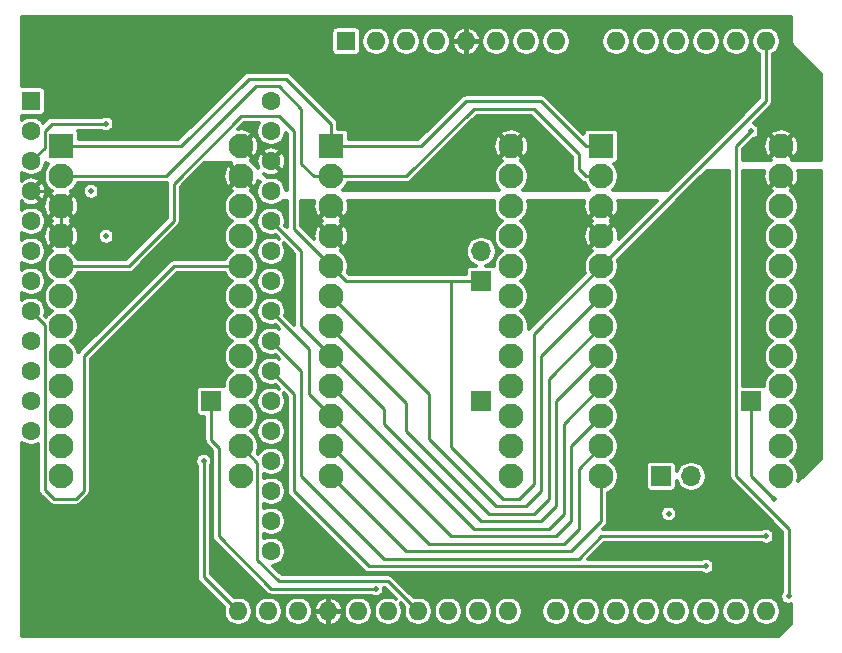
<source format=gbr>
G04 #@! TF.GenerationSoftware,KiCad,Pcbnew,5.1.5+dfsg1-2build2*
G04 #@! TF.CreationDate,2021-03-15T22:18:43+01:00*
G04 #@! TF.ProjectId,ProMicro_ADAPT,50726f4d-6963-4726-9f5f-41444150542e,v1.0*
G04 #@! TF.SameCoordinates,Original*
G04 #@! TF.FileFunction,Copper,L3,Inr*
G04 #@! TF.FilePolarity,Positive*
%FSLAX46Y46*%
G04 Gerber Fmt 4.6, Leading zero omitted, Abs format (unit mm)*
G04 Created by KiCad*
%MOMM*%
%LPD*%
G04 APERTURE LIST*
%ADD10O,1.600000X1.600000*%
%ADD11R,1.600000X1.600000*%
%ADD12O,1.700000X1.700000*%
%ADD13R,1.700000X1.700000*%
%ADD14C,2.100000*%
%ADD15R,2.100000X2.100000*%
%ADD16C,1.600000*%
%ADD17C,0.500000*%
%ADD18C,0.250000*%
%ADD19C,0.300000*%
G04 APERTURE END LIST*
D10*
X119380000Y-120650000D03*
X121920000Y-120650000D03*
X82300000Y-120650000D03*
X121920000Y-72390000D03*
X84840000Y-120650000D03*
X119380000Y-72390000D03*
X87380000Y-120650000D03*
X116840000Y-72390000D03*
X89920000Y-120650000D03*
X114300000Y-72390000D03*
X92460000Y-120650000D03*
X111760000Y-72390000D03*
X95000000Y-120650000D03*
X109220000Y-72390000D03*
X97540000Y-120650000D03*
X104140000Y-72390000D03*
X100080000Y-120650000D03*
X101600000Y-72390000D03*
X104140000Y-120650000D03*
X99060000Y-72390000D03*
X106680000Y-120650000D03*
X96520000Y-72390000D03*
X109220000Y-120650000D03*
X93980000Y-72390000D03*
X111760000Y-120650000D03*
X91440000Y-72390000D03*
X114300000Y-120650000D03*
X88900000Y-72390000D03*
X116840000Y-120650000D03*
D11*
X86360000Y-72390000D03*
D10*
X79760000Y-120650000D03*
X77220000Y-120650000D03*
D12*
X115570000Y-109220000D03*
D13*
X113030000Y-109220000D03*
D12*
X97790000Y-90170000D03*
D13*
X97790000Y-92710000D03*
D14*
X123190000Y-81280000D03*
X123190000Y-83820000D03*
X123190000Y-86360000D03*
X107950000Y-109220000D03*
X123190000Y-88900000D03*
X107950000Y-106680000D03*
X123190000Y-91440000D03*
X107950000Y-104140000D03*
X123190000Y-93980000D03*
X107950000Y-101600000D03*
X123190000Y-96520000D03*
X107950000Y-99060000D03*
X123190000Y-99060000D03*
X107950000Y-96520000D03*
X123190000Y-101600000D03*
X107950000Y-93980000D03*
X123190000Y-104140000D03*
X107950000Y-91440000D03*
X123190000Y-106680000D03*
X107950000Y-88900000D03*
X123190000Y-109220000D03*
X107950000Y-86360000D03*
X107950000Y-83820000D03*
D15*
X107950000Y-81280000D03*
D14*
X100330000Y-81280000D03*
X100330000Y-83820000D03*
X100330000Y-86360000D03*
X85090000Y-109220000D03*
X100330000Y-88900000D03*
X85090000Y-106680000D03*
X100330000Y-91440000D03*
X85090000Y-104140000D03*
X100330000Y-93980000D03*
X85090000Y-101600000D03*
X100330000Y-96520000D03*
X85090000Y-99060000D03*
X100330000Y-99060000D03*
X85090000Y-96520000D03*
X100330000Y-101600000D03*
X85090000Y-93980000D03*
X100330000Y-104140000D03*
X85090000Y-91440000D03*
X100330000Y-106680000D03*
X85090000Y-88900000D03*
X100330000Y-109220000D03*
X85090000Y-86360000D03*
X85090000Y-83820000D03*
D15*
X85090000Y-81280000D03*
D14*
X77470000Y-81280000D03*
X77470000Y-83820000D03*
X77470000Y-86360000D03*
X62230000Y-109220000D03*
X77470000Y-88900000D03*
X62230000Y-106680000D03*
X77470000Y-91440000D03*
X62230000Y-104140000D03*
X77470000Y-93980000D03*
X62230000Y-101600000D03*
X77470000Y-96520000D03*
X62230000Y-99060000D03*
X77470000Y-99060000D03*
X62230000Y-96520000D03*
X77470000Y-101600000D03*
X62230000Y-93980000D03*
X77470000Y-104140000D03*
X62230000Y-91440000D03*
X77470000Y-106680000D03*
X62230000Y-88900000D03*
X77470000Y-109220000D03*
X62230000Y-86360000D03*
X62230000Y-83820000D03*
D15*
X62230000Y-81280000D03*
D13*
X74930000Y-102870000D03*
X120650000Y-102870000D03*
X97790000Y-102870000D03*
D11*
X59690000Y-77470000D03*
D16*
X59690000Y-80010000D03*
X59690000Y-82550000D03*
X59690000Y-85090000D03*
X59690000Y-87630000D03*
X59690000Y-90170000D03*
X59690000Y-92710000D03*
X59690000Y-95250000D03*
X59690000Y-97790000D03*
X59690000Y-100330000D03*
X59690000Y-102870000D03*
X59690000Y-105410000D03*
X80010000Y-115570000D03*
X80010000Y-113030000D03*
X80010000Y-110490000D03*
X80010000Y-107950000D03*
X80010000Y-105410000D03*
X80010000Y-102870000D03*
X80010000Y-100330000D03*
X80010000Y-97790000D03*
X80010000Y-95250000D03*
X80010000Y-92710000D03*
X80010000Y-90170000D03*
X80010000Y-87630000D03*
X80010000Y-85090000D03*
X80010000Y-82550000D03*
X80010000Y-80010000D03*
X80010000Y-77470000D03*
D17*
X69850000Y-101600000D03*
X69850000Y-99695000D03*
X69850000Y-97790000D03*
X69850000Y-95885000D03*
X114935000Y-97790000D03*
X114935000Y-95885000D03*
X114935000Y-93980000D03*
X114935000Y-92075000D03*
X97155000Y-118110000D03*
X100965000Y-118110000D03*
X104775000Y-118110000D03*
X61595000Y-114935000D03*
X62865000Y-116205000D03*
X64135000Y-117475000D03*
X65405000Y-118745000D03*
X66675000Y-120015000D03*
X74295000Y-107950000D03*
X64770000Y-85090000D03*
X66040000Y-79375000D03*
X66040000Y-88900000D03*
X113665000Y-112395000D03*
X120650000Y-80010000D03*
X123825000Y-119379996D03*
X116840000Y-116840000D03*
X121920000Y-114300000D03*
X122554996Y-111125000D03*
X88900000Y-118745000D03*
D18*
X60960000Y-85090000D02*
X59690000Y-85090000D01*
X62230000Y-86360000D02*
X60960000Y-85090000D01*
X62230000Y-86360000D02*
X62230000Y-88900000D01*
X105410000Y-115570000D02*
X91440000Y-115570000D01*
X91440000Y-115570000D02*
X85090000Y-109220000D01*
X107950000Y-113030000D02*
X105410000Y-115570000D01*
X107950000Y-109220000D02*
X107950000Y-113030000D01*
X86139999Y-107729999D02*
X85090000Y-106680000D01*
X104775000Y-114935000D02*
X93345000Y-114935000D01*
X106045000Y-113665000D02*
X104775000Y-114935000D01*
X93345000Y-114935000D02*
X86139999Y-107729999D01*
X106045000Y-108585000D02*
X106045000Y-113665000D01*
X107950000Y-106680000D02*
X106045000Y-108585000D01*
X84040001Y-103090001D02*
X85090000Y-104140000D01*
X83185000Y-98425000D02*
X83185000Y-102235000D01*
X83185000Y-102235000D02*
X84040001Y-103090001D01*
X80010000Y-95250000D02*
X83185000Y-98425000D01*
X86139999Y-105189999D02*
X85090000Y-104140000D01*
X95250000Y-114300000D02*
X86139999Y-105189999D01*
X104140000Y-114300000D02*
X95250000Y-114300000D01*
X105410000Y-113030000D02*
X104140000Y-114300000D01*
X105410000Y-106680000D02*
X105410000Y-113030000D01*
X107950000Y-104140000D02*
X105410000Y-106680000D01*
X86139999Y-102649999D02*
X85090000Y-101600000D01*
X103505000Y-113665000D02*
X97155000Y-113665000D01*
X97155000Y-113665000D02*
X86139999Y-102649999D01*
X104775000Y-104775000D02*
X104775000Y-112395000D01*
X104775000Y-112395000D02*
X103505000Y-113665000D01*
X107950000Y-101600000D02*
X104775000Y-104775000D01*
X84040001Y-98010001D02*
X85090000Y-99060000D01*
X82550000Y-96520000D02*
X84040001Y-98010001D01*
X82550000Y-90170000D02*
X82550000Y-96520000D01*
X80010000Y-87630000D02*
X82550000Y-90170000D01*
X89535000Y-103505000D02*
X85090000Y-99060000D01*
X89535000Y-104775000D02*
X89535000Y-103505000D01*
X97790000Y-113030000D02*
X89535000Y-104775000D01*
X102870000Y-113030000D02*
X97790000Y-113030000D01*
X104140000Y-111760000D02*
X102870000Y-113030000D01*
X104140000Y-102870000D02*
X104140000Y-111760000D01*
X107950000Y-99060000D02*
X104140000Y-102870000D01*
X91440000Y-103001412D02*
X85090000Y-96651412D01*
X91440000Y-105410000D02*
X91440000Y-103001412D01*
X103505000Y-111125000D02*
X102235000Y-112395000D01*
X102235000Y-112395000D02*
X98425000Y-112395000D01*
X103505000Y-100965000D02*
X103505000Y-111125000D01*
X85090000Y-96651412D02*
X85090000Y-96520000D01*
X98425000Y-112395000D02*
X91440000Y-105410000D01*
X107950000Y-96520000D02*
X103505000Y-100965000D01*
X86139999Y-95029999D02*
X85090000Y-93980000D01*
X93345000Y-102235000D02*
X86139999Y-95029999D01*
X101600000Y-111760000D02*
X99060000Y-111760000D01*
X93345000Y-106045000D02*
X93345000Y-102235000D01*
X102870000Y-110490000D02*
X101600000Y-111760000D01*
X102870000Y-99060000D02*
X102870000Y-110490000D01*
X99060000Y-111760000D02*
X93345000Y-106045000D01*
X107950000Y-93980000D02*
X102870000Y-99060000D01*
X77220000Y-120650000D02*
X74295000Y-117725000D01*
X74295000Y-108303553D02*
X74295000Y-107950000D01*
X74295000Y-117725000D02*
X74295000Y-108303553D01*
X121920000Y-77470000D02*
X121920000Y-72390000D01*
X107950000Y-91440000D02*
X121920000Y-77470000D01*
X86139999Y-92489999D02*
X85090000Y-91440000D01*
X95250000Y-92710000D02*
X97790000Y-92710000D01*
X86360000Y-92710000D02*
X86139999Y-92489999D01*
X95250000Y-92710000D02*
X86360000Y-92710000D01*
X95250000Y-106745001D02*
X95250000Y-92710000D01*
X99629999Y-111125000D02*
X95250000Y-106745001D01*
X100963590Y-111125000D02*
X99629999Y-111125000D01*
X102235000Y-109853590D02*
X100963590Y-111125000D01*
X102235000Y-97155000D02*
X102235000Y-109853590D01*
X107950000Y-91440000D02*
X102235000Y-97155000D01*
X81915000Y-88265000D02*
X85090000Y-91440000D01*
X81915000Y-80010000D02*
X81915000Y-88265000D01*
X80645000Y-78740000D02*
X81915000Y-80010000D01*
X77470000Y-78740000D02*
X80645000Y-78740000D01*
X71755000Y-84455000D02*
X77470000Y-78740000D01*
X71755000Y-87630000D02*
X71755000Y-84455000D01*
X67945000Y-91440000D02*
X71755000Y-87630000D01*
X62230000Y-91440000D02*
X67945000Y-91440000D01*
X89920000Y-118110000D02*
X92460000Y-120650000D01*
X80645000Y-118110000D02*
X89920000Y-118110000D01*
X78845001Y-116310001D02*
X80645000Y-118110000D01*
X78845001Y-108055001D02*
X78845001Y-116310001D01*
X77470000Y-106680000D02*
X78845001Y-108055001D01*
X91440000Y-83820000D02*
X85090000Y-83820000D01*
X97155000Y-78105000D02*
X91440000Y-83820000D01*
X106045000Y-81915000D02*
X102235000Y-78105000D01*
X106045000Y-83185000D02*
X106045000Y-81915000D01*
X106680000Y-83820000D02*
X106045000Y-83185000D01*
X102235000Y-78105000D02*
X97155000Y-78105000D01*
X107950000Y-83820000D02*
X106680000Y-83820000D01*
X78740000Y-76200000D02*
X71120000Y-83820000D01*
X71120000Y-83820000D02*
X62230000Y-83820000D01*
X80645000Y-76200000D02*
X78740000Y-76200000D01*
X82550000Y-78105000D02*
X80645000Y-76200000D01*
X82550000Y-82764924D02*
X82550000Y-78105000D01*
X83605076Y-83820000D02*
X82550000Y-82764924D01*
X85090000Y-83820000D02*
X83605076Y-83820000D01*
X85090000Y-79375000D02*
X85090000Y-81280000D01*
X81280000Y-75565000D02*
X85090000Y-79375000D01*
X78105000Y-75565000D02*
X81280000Y-75565000D01*
X72390000Y-81280000D02*
X78105000Y-75565000D01*
X62230000Y-81280000D02*
X72390000Y-81280000D01*
X92710000Y-81280000D02*
X85090000Y-81280000D01*
X102870000Y-77470000D02*
X96520000Y-77470000D01*
X96520000Y-77470000D02*
X92710000Y-81280000D01*
X106680000Y-81280000D02*
X102870000Y-77470000D01*
X107950000Y-81280000D02*
X106680000Y-81280000D01*
X61449998Y-79375000D02*
X66040000Y-79375000D01*
X60854999Y-79969999D02*
X61449998Y-79375000D01*
X60854999Y-81385001D02*
X60854999Y-79969999D01*
X59690000Y-82550000D02*
X60854999Y-81385001D01*
X71755000Y-91440000D02*
X77470000Y-91440000D01*
X64135000Y-99060000D02*
X71755000Y-91440000D01*
X64135000Y-110490000D02*
X64135000Y-99060000D01*
X61595000Y-111125000D02*
X63500000Y-111125000D01*
X60854999Y-110384999D02*
X61595000Y-111125000D01*
X63500000Y-111125000D02*
X64135000Y-110490000D01*
X60854999Y-96414999D02*
X60854999Y-110384999D01*
X59690000Y-95250000D02*
X60854999Y-96414999D01*
X119380000Y-109220000D02*
X123825000Y-113665000D01*
X123825000Y-113665000D02*
X123825000Y-119026443D01*
X119380000Y-81280000D02*
X119380000Y-109220000D01*
X123825000Y-119026443D02*
X123825000Y-119379996D01*
X120650000Y-80010000D02*
X119380000Y-81280000D01*
X88265000Y-116840000D02*
X116486447Y-116840000D01*
X81915000Y-102235000D02*
X81915000Y-110490000D01*
X116486447Y-116840000D02*
X116840000Y-116840000D01*
X81915000Y-110490000D02*
X88265000Y-116840000D01*
X80010000Y-100330000D02*
X81915000Y-102235000D01*
X82550000Y-109220000D02*
X89535000Y-116205000D01*
X80010000Y-97790000D02*
X82550000Y-100330000D01*
X82550000Y-100330000D02*
X82550000Y-109220000D01*
X89535000Y-116205000D02*
X106045000Y-116205000D01*
X121566447Y-114300000D02*
X121920000Y-114300000D01*
X106045000Y-116205000D02*
X107950000Y-114300000D01*
X107950000Y-114300000D02*
X121566447Y-114300000D01*
X122304997Y-110875001D02*
X122554996Y-111125000D01*
X120650000Y-102870000D02*
X120650000Y-109220004D01*
X120650000Y-109220004D02*
X122304997Y-110875001D01*
X80010000Y-118745000D02*
X88900000Y-118745000D01*
X75565000Y-114300000D02*
X80010000Y-118745000D01*
X75565000Y-106810002D02*
X75565000Y-114300000D01*
X74930000Y-106175002D02*
X75565000Y-106810002D01*
X74930000Y-102870000D02*
X74930000Y-106175002D01*
D19*
G36*
X78902265Y-79417903D02*
G01*
X78808037Y-79645389D01*
X78760000Y-79886886D01*
X78760000Y-80133114D01*
X78808037Y-80374611D01*
X78902265Y-80602097D01*
X79039062Y-80806828D01*
X79213172Y-80980938D01*
X79417903Y-81117735D01*
X79645389Y-81211963D01*
X79886886Y-81260000D01*
X80133114Y-81260000D01*
X80374611Y-81211963D01*
X80602097Y-81117735D01*
X80806828Y-80980938D01*
X80980938Y-80806828D01*
X81117735Y-80602097D01*
X81211963Y-80374611D01*
X81254183Y-80162356D01*
X81340000Y-80248173D01*
X81340001Y-84940000D01*
X81254652Y-84940000D01*
X81211963Y-84725389D01*
X81117735Y-84497903D01*
X80980938Y-84293172D01*
X80806828Y-84119062D01*
X80602097Y-83982265D01*
X80374611Y-83888037D01*
X80133114Y-83840000D01*
X79886886Y-83840000D01*
X79653546Y-83886414D01*
X79418137Y-83651005D01*
X79529967Y-83710701D01*
X79765632Y-83782049D01*
X80010689Y-83806049D01*
X80255718Y-83781780D01*
X80491305Y-83710174D01*
X80707250Y-83594748D01*
X80782482Y-83393192D01*
X80010000Y-82620711D01*
X79995858Y-82634853D01*
X79925147Y-82564142D01*
X79939289Y-82550000D01*
X80080711Y-82550000D01*
X80853192Y-83322482D01*
X81054748Y-83247250D01*
X81170701Y-83030033D01*
X81242049Y-82794368D01*
X81266049Y-82549311D01*
X81241780Y-82304282D01*
X81170174Y-82068695D01*
X81054748Y-81852750D01*
X80853192Y-81777518D01*
X80080711Y-82550000D01*
X79939289Y-82550000D01*
X79166808Y-81777518D01*
X78965252Y-81852750D01*
X78849299Y-82069967D01*
X78777951Y-82305632D01*
X78753951Y-82550689D01*
X78778220Y-82795718D01*
X78849826Y-83031305D01*
X78908836Y-83141704D01*
X78643559Y-82876427D01*
X78635126Y-82863806D01*
X78426194Y-82654874D01*
X78413573Y-82646441D01*
X78303162Y-82536030D01*
X78315005Y-82528116D01*
X78420253Y-82300964D01*
X77470000Y-81350711D01*
X77455858Y-81364853D01*
X77385147Y-81294142D01*
X77399289Y-81280000D01*
X77540711Y-81280000D01*
X78490964Y-82230253D01*
X78718116Y-82125005D01*
X78858985Y-81865274D01*
X78908111Y-81706808D01*
X79237518Y-81706808D01*
X80010000Y-82479289D01*
X80782482Y-81706808D01*
X80707250Y-81505252D01*
X80490033Y-81389299D01*
X80254368Y-81317951D01*
X80009311Y-81293951D01*
X79764282Y-81318220D01*
X79528695Y-81389826D01*
X79312750Y-81505252D01*
X79237518Y-81706808D01*
X78908111Y-81706808D01*
X78946478Y-81583050D01*
X78977230Y-81289180D01*
X78950060Y-80994957D01*
X78866012Y-80711689D01*
X78728316Y-80450260D01*
X78718116Y-80434995D01*
X78490964Y-80329747D01*
X77540711Y-81280000D01*
X77399289Y-81280000D01*
X77385147Y-81265858D01*
X77455858Y-81195147D01*
X77470000Y-81209289D01*
X78420253Y-80259036D01*
X78315005Y-80031884D01*
X78055274Y-79891015D01*
X77773050Y-79803522D01*
X77479180Y-79772770D01*
X77227127Y-79796046D01*
X77708173Y-79315000D01*
X78971023Y-79315000D01*
X78902265Y-79417903D01*
G37*
X78902265Y-79417903D02*
X78808037Y-79645389D01*
X78760000Y-79886886D01*
X78760000Y-80133114D01*
X78808037Y-80374611D01*
X78902265Y-80602097D01*
X79039062Y-80806828D01*
X79213172Y-80980938D01*
X79417903Y-81117735D01*
X79645389Y-81211963D01*
X79886886Y-81260000D01*
X80133114Y-81260000D01*
X80374611Y-81211963D01*
X80602097Y-81117735D01*
X80806828Y-80980938D01*
X80980938Y-80806828D01*
X81117735Y-80602097D01*
X81211963Y-80374611D01*
X81254183Y-80162356D01*
X81340000Y-80248173D01*
X81340001Y-84940000D01*
X81254652Y-84940000D01*
X81211963Y-84725389D01*
X81117735Y-84497903D01*
X80980938Y-84293172D01*
X80806828Y-84119062D01*
X80602097Y-83982265D01*
X80374611Y-83888037D01*
X80133114Y-83840000D01*
X79886886Y-83840000D01*
X79653546Y-83886414D01*
X79418137Y-83651005D01*
X79529967Y-83710701D01*
X79765632Y-83782049D01*
X80010689Y-83806049D01*
X80255718Y-83781780D01*
X80491305Y-83710174D01*
X80707250Y-83594748D01*
X80782482Y-83393192D01*
X80010000Y-82620711D01*
X79995858Y-82634853D01*
X79925147Y-82564142D01*
X79939289Y-82550000D01*
X80080711Y-82550000D01*
X80853192Y-83322482D01*
X81054748Y-83247250D01*
X81170701Y-83030033D01*
X81242049Y-82794368D01*
X81266049Y-82549311D01*
X81241780Y-82304282D01*
X81170174Y-82068695D01*
X81054748Y-81852750D01*
X80853192Y-81777518D01*
X80080711Y-82550000D01*
X79939289Y-82550000D01*
X79166808Y-81777518D01*
X78965252Y-81852750D01*
X78849299Y-82069967D01*
X78777951Y-82305632D01*
X78753951Y-82550689D01*
X78778220Y-82795718D01*
X78849826Y-83031305D01*
X78908836Y-83141704D01*
X78643559Y-82876427D01*
X78635126Y-82863806D01*
X78426194Y-82654874D01*
X78413573Y-82646441D01*
X78303162Y-82536030D01*
X78315005Y-82528116D01*
X78420253Y-82300964D01*
X77470000Y-81350711D01*
X77455858Y-81364853D01*
X77385147Y-81294142D01*
X77399289Y-81280000D01*
X77540711Y-81280000D01*
X78490964Y-82230253D01*
X78718116Y-82125005D01*
X78858985Y-81865274D01*
X78908111Y-81706808D01*
X79237518Y-81706808D01*
X80010000Y-82479289D01*
X80782482Y-81706808D01*
X80707250Y-81505252D01*
X80490033Y-81389299D01*
X80254368Y-81317951D01*
X80009311Y-81293951D01*
X79764282Y-81318220D01*
X79528695Y-81389826D01*
X79312750Y-81505252D01*
X79237518Y-81706808D01*
X78908111Y-81706808D01*
X78946478Y-81583050D01*
X78977230Y-81289180D01*
X78950060Y-80994957D01*
X78866012Y-80711689D01*
X78728316Y-80450260D01*
X78718116Y-80434995D01*
X78490964Y-80329747D01*
X77540711Y-81280000D01*
X77399289Y-81280000D01*
X77385147Y-81265858D01*
X77455858Y-81195147D01*
X77470000Y-81209289D01*
X78420253Y-80259036D01*
X78315005Y-80031884D01*
X78055274Y-79891015D01*
X77773050Y-79803522D01*
X77479180Y-79772770D01*
X77227127Y-79796046D01*
X77708173Y-79315000D01*
X78971023Y-79315000D01*
X78902265Y-79417903D01*
G36*
X105470001Y-82153174D02*
G01*
X105470000Y-83156756D01*
X105467218Y-83185000D01*
X105470000Y-83213243D01*
X105470000Y-83213245D01*
X105478320Y-83297719D01*
X105504028Y-83382466D01*
X105511199Y-83406107D01*
X105564592Y-83505998D01*
X105576853Y-83520938D01*
X105636446Y-83593554D01*
X105658393Y-83611565D01*
X106253439Y-84206612D01*
X106271446Y-84228554D01*
X106359002Y-84300408D01*
X106458892Y-84353801D01*
X106560255Y-84384549D01*
X106620717Y-84530517D01*
X106784874Y-84776194D01*
X106948680Y-84940000D01*
X101331320Y-84940000D01*
X101495126Y-84776194D01*
X101659283Y-84530517D01*
X101772356Y-84257534D01*
X101830000Y-83967737D01*
X101830000Y-83672263D01*
X101772356Y-83382466D01*
X101659283Y-83109483D01*
X101495126Y-82863806D01*
X101286194Y-82654874D01*
X101132906Y-82552450D01*
X101159740Y-82538316D01*
X101175005Y-82528116D01*
X101280253Y-82300964D01*
X100330000Y-81350711D01*
X99379747Y-82300964D01*
X99484995Y-82528116D01*
X99528334Y-82551621D01*
X99373806Y-82654874D01*
X99164874Y-82863806D01*
X99000717Y-83109483D01*
X98887644Y-83382466D01*
X98830000Y-83672263D01*
X98830000Y-83967737D01*
X98887644Y-84257534D01*
X99000717Y-84530517D01*
X99164874Y-84776194D01*
X99328680Y-84940000D01*
X86091320Y-84940000D01*
X86255126Y-84776194D01*
X86419283Y-84530517D01*
X86475416Y-84395000D01*
X91411757Y-84395000D01*
X91440000Y-84397782D01*
X91468243Y-84395000D01*
X91468246Y-84395000D01*
X91552720Y-84386680D01*
X91661108Y-84353801D01*
X91760998Y-84300408D01*
X91848554Y-84228554D01*
X91866566Y-84206606D01*
X94802352Y-81270820D01*
X98822770Y-81270820D01*
X98849940Y-81565043D01*
X98933988Y-81848311D01*
X99071684Y-82109740D01*
X99081884Y-82125005D01*
X99309036Y-82230253D01*
X100259289Y-81280000D01*
X100400711Y-81280000D01*
X101350964Y-82230253D01*
X101578116Y-82125005D01*
X101718985Y-81865274D01*
X101806478Y-81583050D01*
X101837230Y-81289180D01*
X101810060Y-80994957D01*
X101726012Y-80711689D01*
X101588316Y-80450260D01*
X101578116Y-80434995D01*
X101350964Y-80329747D01*
X100400711Y-81280000D01*
X100259289Y-81280000D01*
X99309036Y-80329747D01*
X99081884Y-80434995D01*
X98941015Y-80694726D01*
X98853522Y-80976950D01*
X98822770Y-81270820D01*
X94802352Y-81270820D01*
X95814136Y-80259036D01*
X99379747Y-80259036D01*
X100330000Y-81209289D01*
X101280253Y-80259036D01*
X101175005Y-80031884D01*
X100915274Y-79891015D01*
X100633050Y-79803522D01*
X100339180Y-79772770D01*
X100044957Y-79799940D01*
X99761689Y-79883988D01*
X99500260Y-80021684D01*
X99484995Y-80031884D01*
X99379747Y-80259036D01*
X95814136Y-80259036D01*
X97393173Y-78680000D01*
X101996828Y-78680000D01*
X105470001Y-82153174D01*
G37*
X105470001Y-82153174D02*
X105470000Y-83156756D01*
X105467218Y-83185000D01*
X105470000Y-83213243D01*
X105470000Y-83213245D01*
X105478320Y-83297719D01*
X105504028Y-83382466D01*
X105511199Y-83406107D01*
X105564592Y-83505998D01*
X105576853Y-83520938D01*
X105636446Y-83593554D01*
X105658393Y-83611565D01*
X106253439Y-84206612D01*
X106271446Y-84228554D01*
X106359002Y-84300408D01*
X106458892Y-84353801D01*
X106560255Y-84384549D01*
X106620717Y-84530517D01*
X106784874Y-84776194D01*
X106948680Y-84940000D01*
X101331320Y-84940000D01*
X101495126Y-84776194D01*
X101659283Y-84530517D01*
X101772356Y-84257534D01*
X101830000Y-83967737D01*
X101830000Y-83672263D01*
X101772356Y-83382466D01*
X101659283Y-83109483D01*
X101495126Y-82863806D01*
X101286194Y-82654874D01*
X101132906Y-82552450D01*
X101159740Y-82538316D01*
X101175005Y-82528116D01*
X101280253Y-82300964D01*
X100330000Y-81350711D01*
X99379747Y-82300964D01*
X99484995Y-82528116D01*
X99528334Y-82551621D01*
X99373806Y-82654874D01*
X99164874Y-82863806D01*
X99000717Y-83109483D01*
X98887644Y-83382466D01*
X98830000Y-83672263D01*
X98830000Y-83967737D01*
X98887644Y-84257534D01*
X99000717Y-84530517D01*
X99164874Y-84776194D01*
X99328680Y-84940000D01*
X86091320Y-84940000D01*
X86255126Y-84776194D01*
X86419283Y-84530517D01*
X86475416Y-84395000D01*
X91411757Y-84395000D01*
X91440000Y-84397782D01*
X91468243Y-84395000D01*
X91468246Y-84395000D01*
X91552720Y-84386680D01*
X91661108Y-84353801D01*
X91760998Y-84300408D01*
X91848554Y-84228554D01*
X91866566Y-84206606D01*
X94802352Y-81270820D01*
X98822770Y-81270820D01*
X98849940Y-81565043D01*
X98933988Y-81848311D01*
X99071684Y-82109740D01*
X99081884Y-82125005D01*
X99309036Y-82230253D01*
X100259289Y-81280000D01*
X100400711Y-81280000D01*
X101350964Y-82230253D01*
X101578116Y-82125005D01*
X101718985Y-81865274D01*
X101806478Y-81583050D01*
X101837230Y-81289180D01*
X101810060Y-80994957D01*
X101726012Y-80711689D01*
X101588316Y-80450260D01*
X101578116Y-80434995D01*
X101350964Y-80329747D01*
X100400711Y-81280000D01*
X100259289Y-81280000D01*
X99309036Y-80329747D01*
X99081884Y-80434995D01*
X98941015Y-80694726D01*
X98853522Y-80976950D01*
X98822770Y-81270820D01*
X94802352Y-81270820D01*
X95814136Y-80259036D01*
X99379747Y-80259036D01*
X100330000Y-81209289D01*
X101280253Y-80259036D01*
X101175005Y-80031884D01*
X100915274Y-79891015D01*
X100633050Y-79803522D01*
X100339180Y-79772770D01*
X100044957Y-79799940D01*
X99761689Y-79883988D01*
X99500260Y-80021684D01*
X99484995Y-80031884D01*
X99379747Y-80259036D01*
X95814136Y-80259036D01*
X97393173Y-78680000D01*
X101996828Y-78680000D01*
X105470001Y-82153174D01*
G36*
X123985000Y-72366668D02*
G01*
X123982702Y-72390000D01*
X123985000Y-72413331D01*
X123991873Y-72483115D01*
X124019034Y-72572653D01*
X124063141Y-72655173D01*
X124122499Y-72727501D01*
X124140634Y-72742384D01*
X126525001Y-75126752D01*
X126525001Y-82400000D01*
X124094366Y-82400000D01*
X124140253Y-82300964D01*
X123190000Y-81350711D01*
X122239747Y-82300964D01*
X122285634Y-82400000D01*
X119955000Y-82400000D01*
X119955000Y-81518172D01*
X120202352Y-81270820D01*
X121682770Y-81270820D01*
X121709940Y-81565043D01*
X121793988Y-81848311D01*
X121931684Y-82109740D01*
X121941884Y-82125005D01*
X122169036Y-82230253D01*
X123119289Y-81280000D01*
X123260711Y-81280000D01*
X124210964Y-82230253D01*
X124438116Y-82125005D01*
X124578985Y-81865274D01*
X124666478Y-81583050D01*
X124697230Y-81289180D01*
X124670060Y-80994957D01*
X124586012Y-80711689D01*
X124448316Y-80450260D01*
X124438116Y-80434995D01*
X124210964Y-80329747D01*
X123260711Y-81280000D01*
X123119289Y-81280000D01*
X122169036Y-80329747D01*
X121941884Y-80434995D01*
X121801015Y-80694726D01*
X121713522Y-80976950D01*
X121682770Y-81270820D01*
X120202352Y-81270820D01*
X120774155Y-80699018D01*
X120854182Y-80683099D01*
X120981574Y-80630332D01*
X121096224Y-80553726D01*
X121193726Y-80456224D01*
X121270332Y-80341574D01*
X121304520Y-80259036D01*
X122239747Y-80259036D01*
X123190000Y-81209289D01*
X124140253Y-80259036D01*
X124035005Y-80031884D01*
X123775274Y-79891015D01*
X123493050Y-79803522D01*
X123199180Y-79772770D01*
X122904957Y-79799940D01*
X122621689Y-79883988D01*
X122360260Y-80021684D01*
X122344995Y-80031884D01*
X122239747Y-80259036D01*
X121304520Y-80259036D01*
X121323099Y-80214182D01*
X121350000Y-80078944D01*
X121350000Y-79941056D01*
X121323099Y-79805818D01*
X121270332Y-79678426D01*
X121193726Y-79563776D01*
X121096224Y-79466274D01*
X120981574Y-79389668D01*
X120862731Y-79340442D01*
X122306613Y-77896560D01*
X122328554Y-77878554D01*
X122364616Y-77834611D01*
X122400408Y-77790999D01*
X122439220Y-77718386D01*
X122453801Y-77691108D01*
X122486680Y-77582720D01*
X122495000Y-77498246D01*
X122495000Y-77498244D01*
X122497782Y-77470001D01*
X122495000Y-77441758D01*
X122495000Y-73504817D01*
X122512097Y-73497735D01*
X122716828Y-73360938D01*
X122890938Y-73186828D01*
X123027735Y-72982097D01*
X123121963Y-72754611D01*
X123170000Y-72513114D01*
X123170000Y-72266886D01*
X123121963Y-72025389D01*
X123027735Y-71797903D01*
X122890938Y-71593172D01*
X122716828Y-71419062D01*
X122512097Y-71282265D01*
X122284611Y-71188037D01*
X122043114Y-71140000D01*
X121796886Y-71140000D01*
X121555389Y-71188037D01*
X121327903Y-71282265D01*
X121123172Y-71419062D01*
X120949062Y-71593172D01*
X120812265Y-71797903D01*
X120718037Y-72025389D01*
X120670000Y-72266886D01*
X120670000Y-72513114D01*
X120718037Y-72754611D01*
X120812265Y-72982097D01*
X120949062Y-73186828D01*
X121123172Y-73360938D01*
X121327903Y-73497735D01*
X121345001Y-73504817D01*
X121345000Y-77231827D01*
X113636828Y-84940000D01*
X108951320Y-84940000D01*
X109115126Y-84776194D01*
X109279283Y-84530517D01*
X109392356Y-84257534D01*
X109450000Y-83967737D01*
X109450000Y-83672263D01*
X109392356Y-83382466D01*
X109279283Y-83109483D01*
X109115126Y-82863806D01*
X109030494Y-82779174D01*
X109088215Y-82773489D01*
X109173041Y-82747757D01*
X109251216Y-82705971D01*
X109319737Y-82649737D01*
X109375971Y-82581216D01*
X109417757Y-82503041D01*
X109443489Y-82418215D01*
X109452177Y-82330000D01*
X109452177Y-80230000D01*
X109443489Y-80141785D01*
X109417757Y-80056959D01*
X109375971Y-79978784D01*
X109319737Y-79910263D01*
X109251216Y-79854029D01*
X109173041Y-79812243D01*
X109088215Y-79786511D01*
X109000000Y-79777823D01*
X106900000Y-79777823D01*
X106811785Y-79786511D01*
X106726959Y-79812243D01*
X106648784Y-79854029D01*
X106580263Y-79910263D01*
X106524029Y-79978784D01*
X106482243Y-80056959D01*
X106456511Y-80141785D01*
X106447823Y-80230000D01*
X106447823Y-80234650D01*
X103296566Y-77083393D01*
X103278554Y-77061446D01*
X103190998Y-76989592D01*
X103091108Y-76936199D01*
X102982720Y-76903320D01*
X102898246Y-76895000D01*
X102898243Y-76895000D01*
X102870000Y-76892218D01*
X102841757Y-76895000D01*
X96548243Y-76895000D01*
X96520000Y-76892218D01*
X96491757Y-76895000D01*
X96491754Y-76895000D01*
X96407280Y-76903320D01*
X96298892Y-76936199D01*
X96199002Y-76989592D01*
X96111446Y-77061446D01*
X96093439Y-77083388D01*
X92471828Y-80705000D01*
X86592177Y-80705000D01*
X86592177Y-80230000D01*
X86583489Y-80141785D01*
X86557757Y-80056959D01*
X86515971Y-79978784D01*
X86459737Y-79910263D01*
X86391216Y-79854029D01*
X86313041Y-79812243D01*
X86228215Y-79786511D01*
X86140000Y-79777823D01*
X85665000Y-79777823D01*
X85665000Y-79403243D01*
X85667782Y-79375000D01*
X85665000Y-79346754D01*
X85656680Y-79262280D01*
X85623801Y-79153892D01*
X85570408Y-79054002D01*
X85498554Y-78966446D01*
X85476613Y-78948440D01*
X81706566Y-75178393D01*
X81688554Y-75156446D01*
X81600998Y-75084592D01*
X81501108Y-75031199D01*
X81392720Y-74998320D01*
X81308246Y-74990000D01*
X81308243Y-74990000D01*
X81280000Y-74987218D01*
X81251757Y-74990000D01*
X78133243Y-74990000D01*
X78105000Y-74987218D01*
X78076757Y-74990000D01*
X78076754Y-74990000D01*
X77992280Y-74998320D01*
X77883892Y-75031199D01*
X77784002Y-75084592D01*
X77696446Y-75156446D01*
X77678439Y-75178388D01*
X72151828Y-80705000D01*
X63732177Y-80705000D01*
X63732177Y-80230000D01*
X63723489Y-80141785D01*
X63697757Y-80056959D01*
X63655971Y-79978784D01*
X63632348Y-79950000D01*
X65640581Y-79950000D01*
X65708426Y-79995332D01*
X65835818Y-80048099D01*
X65971056Y-80075000D01*
X66108944Y-80075000D01*
X66244182Y-80048099D01*
X66371574Y-79995332D01*
X66486224Y-79918726D01*
X66583726Y-79821224D01*
X66660332Y-79706574D01*
X66713099Y-79579182D01*
X66740000Y-79443944D01*
X66740000Y-79306056D01*
X66713099Y-79170818D01*
X66660332Y-79043426D01*
X66583726Y-78928776D01*
X66486224Y-78831274D01*
X66371574Y-78754668D01*
X66244182Y-78701901D01*
X66108944Y-78675000D01*
X65971056Y-78675000D01*
X65835818Y-78701901D01*
X65708426Y-78754668D01*
X65640581Y-78800000D01*
X61478241Y-78800000D01*
X61449998Y-78797218D01*
X61421755Y-78800000D01*
X61421752Y-78800000D01*
X61337278Y-78808320D01*
X61228890Y-78841199D01*
X61129000Y-78894592D01*
X61041444Y-78966446D01*
X61023439Y-78988386D01*
X60716099Y-79295726D01*
X60660938Y-79213172D01*
X60486828Y-79039062D01*
X60282097Y-78902265D01*
X60054611Y-78808037D01*
X59813114Y-78760000D01*
X59566886Y-78760000D01*
X59325389Y-78808037D01*
X59097903Y-78902265D01*
X58895000Y-79037841D01*
X58895000Y-78722177D01*
X60490000Y-78722177D01*
X60578215Y-78713489D01*
X60663041Y-78687757D01*
X60741216Y-78645971D01*
X60809737Y-78589737D01*
X60865971Y-78521216D01*
X60907757Y-78443041D01*
X60933489Y-78358215D01*
X60942177Y-78270000D01*
X60942177Y-76670000D01*
X60933489Y-76581785D01*
X60907757Y-76496959D01*
X60865971Y-76418784D01*
X60809737Y-76350263D01*
X60741216Y-76294029D01*
X60663041Y-76252243D01*
X60578215Y-76226511D01*
X60490000Y-76217823D01*
X58895000Y-76217823D01*
X58895000Y-71590000D01*
X85107823Y-71590000D01*
X85107823Y-73190000D01*
X85116511Y-73278215D01*
X85142243Y-73363041D01*
X85184029Y-73441216D01*
X85240263Y-73509737D01*
X85308784Y-73565971D01*
X85386959Y-73607757D01*
X85471785Y-73633489D01*
X85560000Y-73642177D01*
X87160000Y-73642177D01*
X87248215Y-73633489D01*
X87333041Y-73607757D01*
X87411216Y-73565971D01*
X87479737Y-73509737D01*
X87535971Y-73441216D01*
X87577757Y-73363041D01*
X87603489Y-73278215D01*
X87612177Y-73190000D01*
X87612177Y-72266886D01*
X87650000Y-72266886D01*
X87650000Y-72513114D01*
X87698037Y-72754611D01*
X87792265Y-72982097D01*
X87929062Y-73186828D01*
X88103172Y-73360938D01*
X88307903Y-73497735D01*
X88535389Y-73591963D01*
X88776886Y-73640000D01*
X89023114Y-73640000D01*
X89264611Y-73591963D01*
X89492097Y-73497735D01*
X89696828Y-73360938D01*
X89870938Y-73186828D01*
X90007735Y-72982097D01*
X90101963Y-72754611D01*
X90150000Y-72513114D01*
X90150000Y-72266886D01*
X90190000Y-72266886D01*
X90190000Y-72513114D01*
X90238037Y-72754611D01*
X90332265Y-72982097D01*
X90469062Y-73186828D01*
X90643172Y-73360938D01*
X90847903Y-73497735D01*
X91075389Y-73591963D01*
X91316886Y-73640000D01*
X91563114Y-73640000D01*
X91804611Y-73591963D01*
X92032097Y-73497735D01*
X92236828Y-73360938D01*
X92410938Y-73186828D01*
X92547735Y-72982097D01*
X92641963Y-72754611D01*
X92690000Y-72513114D01*
X92690000Y-72266886D01*
X92730000Y-72266886D01*
X92730000Y-72513114D01*
X92778037Y-72754611D01*
X92872265Y-72982097D01*
X93009062Y-73186828D01*
X93183172Y-73360938D01*
X93387903Y-73497735D01*
X93615389Y-73591963D01*
X93856886Y-73640000D01*
X94103114Y-73640000D01*
X94344611Y-73591963D01*
X94572097Y-73497735D01*
X94776828Y-73360938D01*
X94950938Y-73186828D01*
X95087735Y-72982097D01*
X95181963Y-72754611D01*
X95205800Y-72634771D01*
X95294197Y-72634771D01*
X95365503Y-72869210D01*
X95481176Y-73085233D01*
X95636770Y-73274539D01*
X95826306Y-73429852D01*
X96042500Y-73545205D01*
X96275229Y-73615801D01*
X96470000Y-73526401D01*
X96470000Y-72440000D01*
X96570000Y-72440000D01*
X96570000Y-73526401D01*
X96764771Y-73615801D01*
X96997500Y-73545205D01*
X97213694Y-73429852D01*
X97403230Y-73274539D01*
X97558824Y-73085233D01*
X97674497Y-72869210D01*
X97745803Y-72634771D01*
X97656502Y-72440000D01*
X96570000Y-72440000D01*
X96470000Y-72440000D01*
X95383498Y-72440000D01*
X95294197Y-72634771D01*
X95205800Y-72634771D01*
X95230000Y-72513114D01*
X95230000Y-72266886D01*
X95205801Y-72145229D01*
X95294197Y-72145229D01*
X95383498Y-72340000D01*
X96470000Y-72340000D01*
X96470000Y-71253599D01*
X96570000Y-71253599D01*
X96570000Y-72340000D01*
X97656502Y-72340000D01*
X97690024Y-72266886D01*
X97810000Y-72266886D01*
X97810000Y-72513114D01*
X97858037Y-72754611D01*
X97952265Y-72982097D01*
X98089062Y-73186828D01*
X98263172Y-73360938D01*
X98467903Y-73497735D01*
X98695389Y-73591963D01*
X98936886Y-73640000D01*
X99183114Y-73640000D01*
X99424611Y-73591963D01*
X99652097Y-73497735D01*
X99856828Y-73360938D01*
X100030938Y-73186828D01*
X100167735Y-72982097D01*
X100261963Y-72754611D01*
X100310000Y-72513114D01*
X100310000Y-72266886D01*
X100350000Y-72266886D01*
X100350000Y-72513114D01*
X100398037Y-72754611D01*
X100492265Y-72982097D01*
X100629062Y-73186828D01*
X100803172Y-73360938D01*
X101007903Y-73497735D01*
X101235389Y-73591963D01*
X101476886Y-73640000D01*
X101723114Y-73640000D01*
X101964611Y-73591963D01*
X102192097Y-73497735D01*
X102396828Y-73360938D01*
X102570938Y-73186828D01*
X102707735Y-72982097D01*
X102801963Y-72754611D01*
X102850000Y-72513114D01*
X102850000Y-72266886D01*
X102890000Y-72266886D01*
X102890000Y-72513114D01*
X102938037Y-72754611D01*
X103032265Y-72982097D01*
X103169062Y-73186828D01*
X103343172Y-73360938D01*
X103547903Y-73497735D01*
X103775389Y-73591963D01*
X104016886Y-73640000D01*
X104263114Y-73640000D01*
X104504611Y-73591963D01*
X104732097Y-73497735D01*
X104936828Y-73360938D01*
X105110938Y-73186828D01*
X105247735Y-72982097D01*
X105341963Y-72754611D01*
X105390000Y-72513114D01*
X105390000Y-72266886D01*
X107970000Y-72266886D01*
X107970000Y-72513114D01*
X108018037Y-72754611D01*
X108112265Y-72982097D01*
X108249062Y-73186828D01*
X108423172Y-73360938D01*
X108627903Y-73497735D01*
X108855389Y-73591963D01*
X109096886Y-73640000D01*
X109343114Y-73640000D01*
X109584611Y-73591963D01*
X109812097Y-73497735D01*
X110016828Y-73360938D01*
X110190938Y-73186828D01*
X110327735Y-72982097D01*
X110421963Y-72754611D01*
X110470000Y-72513114D01*
X110470000Y-72266886D01*
X110510000Y-72266886D01*
X110510000Y-72513114D01*
X110558037Y-72754611D01*
X110652265Y-72982097D01*
X110789062Y-73186828D01*
X110963172Y-73360938D01*
X111167903Y-73497735D01*
X111395389Y-73591963D01*
X111636886Y-73640000D01*
X111883114Y-73640000D01*
X112124611Y-73591963D01*
X112352097Y-73497735D01*
X112556828Y-73360938D01*
X112730938Y-73186828D01*
X112867735Y-72982097D01*
X112961963Y-72754611D01*
X113010000Y-72513114D01*
X113010000Y-72266886D01*
X113050000Y-72266886D01*
X113050000Y-72513114D01*
X113098037Y-72754611D01*
X113192265Y-72982097D01*
X113329062Y-73186828D01*
X113503172Y-73360938D01*
X113707903Y-73497735D01*
X113935389Y-73591963D01*
X114176886Y-73640000D01*
X114423114Y-73640000D01*
X114664611Y-73591963D01*
X114892097Y-73497735D01*
X115096828Y-73360938D01*
X115270938Y-73186828D01*
X115407735Y-72982097D01*
X115501963Y-72754611D01*
X115550000Y-72513114D01*
X115550000Y-72266886D01*
X115590000Y-72266886D01*
X115590000Y-72513114D01*
X115638037Y-72754611D01*
X115732265Y-72982097D01*
X115869062Y-73186828D01*
X116043172Y-73360938D01*
X116247903Y-73497735D01*
X116475389Y-73591963D01*
X116716886Y-73640000D01*
X116963114Y-73640000D01*
X117204611Y-73591963D01*
X117432097Y-73497735D01*
X117636828Y-73360938D01*
X117810938Y-73186828D01*
X117947735Y-72982097D01*
X118041963Y-72754611D01*
X118090000Y-72513114D01*
X118090000Y-72266886D01*
X118130000Y-72266886D01*
X118130000Y-72513114D01*
X118178037Y-72754611D01*
X118272265Y-72982097D01*
X118409062Y-73186828D01*
X118583172Y-73360938D01*
X118787903Y-73497735D01*
X119015389Y-73591963D01*
X119256886Y-73640000D01*
X119503114Y-73640000D01*
X119744611Y-73591963D01*
X119972097Y-73497735D01*
X120176828Y-73360938D01*
X120350938Y-73186828D01*
X120487735Y-72982097D01*
X120581963Y-72754611D01*
X120630000Y-72513114D01*
X120630000Y-72266886D01*
X120581963Y-72025389D01*
X120487735Y-71797903D01*
X120350938Y-71593172D01*
X120176828Y-71419062D01*
X119972097Y-71282265D01*
X119744611Y-71188037D01*
X119503114Y-71140000D01*
X119256886Y-71140000D01*
X119015389Y-71188037D01*
X118787903Y-71282265D01*
X118583172Y-71419062D01*
X118409062Y-71593172D01*
X118272265Y-71797903D01*
X118178037Y-72025389D01*
X118130000Y-72266886D01*
X118090000Y-72266886D01*
X118041963Y-72025389D01*
X117947735Y-71797903D01*
X117810938Y-71593172D01*
X117636828Y-71419062D01*
X117432097Y-71282265D01*
X117204611Y-71188037D01*
X116963114Y-71140000D01*
X116716886Y-71140000D01*
X116475389Y-71188037D01*
X116247903Y-71282265D01*
X116043172Y-71419062D01*
X115869062Y-71593172D01*
X115732265Y-71797903D01*
X115638037Y-72025389D01*
X115590000Y-72266886D01*
X115550000Y-72266886D01*
X115501963Y-72025389D01*
X115407735Y-71797903D01*
X115270938Y-71593172D01*
X115096828Y-71419062D01*
X114892097Y-71282265D01*
X114664611Y-71188037D01*
X114423114Y-71140000D01*
X114176886Y-71140000D01*
X113935389Y-71188037D01*
X113707903Y-71282265D01*
X113503172Y-71419062D01*
X113329062Y-71593172D01*
X113192265Y-71797903D01*
X113098037Y-72025389D01*
X113050000Y-72266886D01*
X113010000Y-72266886D01*
X112961963Y-72025389D01*
X112867735Y-71797903D01*
X112730938Y-71593172D01*
X112556828Y-71419062D01*
X112352097Y-71282265D01*
X112124611Y-71188037D01*
X111883114Y-71140000D01*
X111636886Y-71140000D01*
X111395389Y-71188037D01*
X111167903Y-71282265D01*
X110963172Y-71419062D01*
X110789062Y-71593172D01*
X110652265Y-71797903D01*
X110558037Y-72025389D01*
X110510000Y-72266886D01*
X110470000Y-72266886D01*
X110421963Y-72025389D01*
X110327735Y-71797903D01*
X110190938Y-71593172D01*
X110016828Y-71419062D01*
X109812097Y-71282265D01*
X109584611Y-71188037D01*
X109343114Y-71140000D01*
X109096886Y-71140000D01*
X108855389Y-71188037D01*
X108627903Y-71282265D01*
X108423172Y-71419062D01*
X108249062Y-71593172D01*
X108112265Y-71797903D01*
X108018037Y-72025389D01*
X107970000Y-72266886D01*
X105390000Y-72266886D01*
X105341963Y-72025389D01*
X105247735Y-71797903D01*
X105110938Y-71593172D01*
X104936828Y-71419062D01*
X104732097Y-71282265D01*
X104504611Y-71188037D01*
X104263114Y-71140000D01*
X104016886Y-71140000D01*
X103775389Y-71188037D01*
X103547903Y-71282265D01*
X103343172Y-71419062D01*
X103169062Y-71593172D01*
X103032265Y-71797903D01*
X102938037Y-72025389D01*
X102890000Y-72266886D01*
X102850000Y-72266886D01*
X102801963Y-72025389D01*
X102707735Y-71797903D01*
X102570938Y-71593172D01*
X102396828Y-71419062D01*
X102192097Y-71282265D01*
X101964611Y-71188037D01*
X101723114Y-71140000D01*
X101476886Y-71140000D01*
X101235389Y-71188037D01*
X101007903Y-71282265D01*
X100803172Y-71419062D01*
X100629062Y-71593172D01*
X100492265Y-71797903D01*
X100398037Y-72025389D01*
X100350000Y-72266886D01*
X100310000Y-72266886D01*
X100261963Y-72025389D01*
X100167735Y-71797903D01*
X100030938Y-71593172D01*
X99856828Y-71419062D01*
X99652097Y-71282265D01*
X99424611Y-71188037D01*
X99183114Y-71140000D01*
X98936886Y-71140000D01*
X98695389Y-71188037D01*
X98467903Y-71282265D01*
X98263172Y-71419062D01*
X98089062Y-71593172D01*
X97952265Y-71797903D01*
X97858037Y-72025389D01*
X97810000Y-72266886D01*
X97690024Y-72266886D01*
X97745803Y-72145229D01*
X97674497Y-71910790D01*
X97558824Y-71694767D01*
X97403230Y-71505461D01*
X97213694Y-71350148D01*
X96997500Y-71234795D01*
X96764771Y-71164199D01*
X96570000Y-71253599D01*
X96470000Y-71253599D01*
X96275229Y-71164199D01*
X96042500Y-71234795D01*
X95826306Y-71350148D01*
X95636770Y-71505461D01*
X95481176Y-71694767D01*
X95365503Y-71910790D01*
X95294197Y-72145229D01*
X95205801Y-72145229D01*
X95181963Y-72025389D01*
X95087735Y-71797903D01*
X94950938Y-71593172D01*
X94776828Y-71419062D01*
X94572097Y-71282265D01*
X94344611Y-71188037D01*
X94103114Y-71140000D01*
X93856886Y-71140000D01*
X93615389Y-71188037D01*
X93387903Y-71282265D01*
X93183172Y-71419062D01*
X93009062Y-71593172D01*
X92872265Y-71797903D01*
X92778037Y-72025389D01*
X92730000Y-72266886D01*
X92690000Y-72266886D01*
X92641963Y-72025389D01*
X92547735Y-71797903D01*
X92410938Y-71593172D01*
X92236828Y-71419062D01*
X92032097Y-71282265D01*
X91804611Y-71188037D01*
X91563114Y-71140000D01*
X91316886Y-71140000D01*
X91075389Y-71188037D01*
X90847903Y-71282265D01*
X90643172Y-71419062D01*
X90469062Y-71593172D01*
X90332265Y-71797903D01*
X90238037Y-72025389D01*
X90190000Y-72266886D01*
X90150000Y-72266886D01*
X90101963Y-72025389D01*
X90007735Y-71797903D01*
X89870938Y-71593172D01*
X89696828Y-71419062D01*
X89492097Y-71282265D01*
X89264611Y-71188037D01*
X89023114Y-71140000D01*
X88776886Y-71140000D01*
X88535389Y-71188037D01*
X88307903Y-71282265D01*
X88103172Y-71419062D01*
X87929062Y-71593172D01*
X87792265Y-71797903D01*
X87698037Y-72025389D01*
X87650000Y-72266886D01*
X87612177Y-72266886D01*
X87612177Y-71590000D01*
X87603489Y-71501785D01*
X87577757Y-71416959D01*
X87535971Y-71338784D01*
X87479737Y-71270263D01*
X87411216Y-71214029D01*
X87333041Y-71172243D01*
X87248215Y-71146511D01*
X87160000Y-71137823D01*
X85560000Y-71137823D01*
X85471785Y-71146511D01*
X85386959Y-71172243D01*
X85308784Y-71214029D01*
X85240263Y-71270263D01*
X85184029Y-71338784D01*
X85142243Y-71416959D01*
X85116511Y-71501785D01*
X85107823Y-71590000D01*
X58895000Y-71590000D01*
X58895000Y-70325000D01*
X123985001Y-70325000D01*
X123985000Y-72366668D01*
G37*
X123985000Y-72366668D02*
X123982702Y-72390000D01*
X123985000Y-72413331D01*
X123991873Y-72483115D01*
X124019034Y-72572653D01*
X124063141Y-72655173D01*
X124122499Y-72727501D01*
X124140634Y-72742384D01*
X126525001Y-75126752D01*
X126525001Y-82400000D01*
X124094366Y-82400000D01*
X124140253Y-82300964D01*
X123190000Y-81350711D01*
X122239747Y-82300964D01*
X122285634Y-82400000D01*
X119955000Y-82400000D01*
X119955000Y-81518172D01*
X120202352Y-81270820D01*
X121682770Y-81270820D01*
X121709940Y-81565043D01*
X121793988Y-81848311D01*
X121931684Y-82109740D01*
X121941884Y-82125005D01*
X122169036Y-82230253D01*
X123119289Y-81280000D01*
X123260711Y-81280000D01*
X124210964Y-82230253D01*
X124438116Y-82125005D01*
X124578985Y-81865274D01*
X124666478Y-81583050D01*
X124697230Y-81289180D01*
X124670060Y-80994957D01*
X124586012Y-80711689D01*
X124448316Y-80450260D01*
X124438116Y-80434995D01*
X124210964Y-80329747D01*
X123260711Y-81280000D01*
X123119289Y-81280000D01*
X122169036Y-80329747D01*
X121941884Y-80434995D01*
X121801015Y-80694726D01*
X121713522Y-80976950D01*
X121682770Y-81270820D01*
X120202352Y-81270820D01*
X120774155Y-80699018D01*
X120854182Y-80683099D01*
X120981574Y-80630332D01*
X121096224Y-80553726D01*
X121193726Y-80456224D01*
X121270332Y-80341574D01*
X121304520Y-80259036D01*
X122239747Y-80259036D01*
X123190000Y-81209289D01*
X124140253Y-80259036D01*
X124035005Y-80031884D01*
X123775274Y-79891015D01*
X123493050Y-79803522D01*
X123199180Y-79772770D01*
X122904957Y-79799940D01*
X122621689Y-79883988D01*
X122360260Y-80021684D01*
X122344995Y-80031884D01*
X122239747Y-80259036D01*
X121304520Y-80259036D01*
X121323099Y-80214182D01*
X121350000Y-80078944D01*
X121350000Y-79941056D01*
X121323099Y-79805818D01*
X121270332Y-79678426D01*
X121193726Y-79563776D01*
X121096224Y-79466274D01*
X120981574Y-79389668D01*
X120862731Y-79340442D01*
X122306613Y-77896560D01*
X122328554Y-77878554D01*
X122364616Y-77834611D01*
X122400408Y-77790999D01*
X122439220Y-77718386D01*
X122453801Y-77691108D01*
X122486680Y-77582720D01*
X122495000Y-77498246D01*
X122495000Y-77498244D01*
X122497782Y-77470001D01*
X122495000Y-77441758D01*
X122495000Y-73504817D01*
X122512097Y-73497735D01*
X122716828Y-73360938D01*
X122890938Y-73186828D01*
X123027735Y-72982097D01*
X123121963Y-72754611D01*
X123170000Y-72513114D01*
X123170000Y-72266886D01*
X123121963Y-72025389D01*
X123027735Y-71797903D01*
X122890938Y-71593172D01*
X122716828Y-71419062D01*
X122512097Y-71282265D01*
X122284611Y-71188037D01*
X122043114Y-71140000D01*
X121796886Y-71140000D01*
X121555389Y-71188037D01*
X121327903Y-71282265D01*
X121123172Y-71419062D01*
X120949062Y-71593172D01*
X120812265Y-71797903D01*
X120718037Y-72025389D01*
X120670000Y-72266886D01*
X120670000Y-72513114D01*
X120718037Y-72754611D01*
X120812265Y-72982097D01*
X120949062Y-73186828D01*
X121123172Y-73360938D01*
X121327903Y-73497735D01*
X121345001Y-73504817D01*
X121345000Y-77231827D01*
X113636828Y-84940000D01*
X108951320Y-84940000D01*
X109115126Y-84776194D01*
X109279283Y-84530517D01*
X109392356Y-84257534D01*
X109450000Y-83967737D01*
X109450000Y-83672263D01*
X109392356Y-83382466D01*
X109279283Y-83109483D01*
X109115126Y-82863806D01*
X109030494Y-82779174D01*
X109088215Y-82773489D01*
X109173041Y-82747757D01*
X109251216Y-82705971D01*
X109319737Y-82649737D01*
X109375971Y-82581216D01*
X109417757Y-82503041D01*
X109443489Y-82418215D01*
X109452177Y-82330000D01*
X109452177Y-80230000D01*
X109443489Y-80141785D01*
X109417757Y-80056959D01*
X109375971Y-79978784D01*
X109319737Y-79910263D01*
X109251216Y-79854029D01*
X109173041Y-79812243D01*
X109088215Y-79786511D01*
X109000000Y-79777823D01*
X106900000Y-79777823D01*
X106811785Y-79786511D01*
X106726959Y-79812243D01*
X106648784Y-79854029D01*
X106580263Y-79910263D01*
X106524029Y-79978784D01*
X106482243Y-80056959D01*
X106456511Y-80141785D01*
X106447823Y-80230000D01*
X106447823Y-80234650D01*
X103296566Y-77083393D01*
X103278554Y-77061446D01*
X103190998Y-76989592D01*
X103091108Y-76936199D01*
X102982720Y-76903320D01*
X102898246Y-76895000D01*
X102898243Y-76895000D01*
X102870000Y-76892218D01*
X102841757Y-76895000D01*
X96548243Y-76895000D01*
X96520000Y-76892218D01*
X96491757Y-76895000D01*
X96491754Y-76895000D01*
X96407280Y-76903320D01*
X96298892Y-76936199D01*
X96199002Y-76989592D01*
X96111446Y-77061446D01*
X96093439Y-77083388D01*
X92471828Y-80705000D01*
X86592177Y-80705000D01*
X86592177Y-80230000D01*
X86583489Y-80141785D01*
X86557757Y-80056959D01*
X86515971Y-79978784D01*
X86459737Y-79910263D01*
X86391216Y-79854029D01*
X86313041Y-79812243D01*
X86228215Y-79786511D01*
X86140000Y-79777823D01*
X85665000Y-79777823D01*
X85665000Y-79403243D01*
X85667782Y-79375000D01*
X85665000Y-79346754D01*
X85656680Y-79262280D01*
X85623801Y-79153892D01*
X85570408Y-79054002D01*
X85498554Y-78966446D01*
X85476613Y-78948440D01*
X81706566Y-75178393D01*
X81688554Y-75156446D01*
X81600998Y-75084592D01*
X81501108Y-75031199D01*
X81392720Y-74998320D01*
X81308246Y-74990000D01*
X81308243Y-74990000D01*
X81280000Y-74987218D01*
X81251757Y-74990000D01*
X78133243Y-74990000D01*
X78105000Y-74987218D01*
X78076757Y-74990000D01*
X78076754Y-74990000D01*
X77992280Y-74998320D01*
X77883892Y-75031199D01*
X77784002Y-75084592D01*
X77696446Y-75156446D01*
X77678439Y-75178388D01*
X72151828Y-80705000D01*
X63732177Y-80705000D01*
X63732177Y-80230000D01*
X63723489Y-80141785D01*
X63697757Y-80056959D01*
X63655971Y-79978784D01*
X63632348Y-79950000D01*
X65640581Y-79950000D01*
X65708426Y-79995332D01*
X65835818Y-80048099D01*
X65971056Y-80075000D01*
X66108944Y-80075000D01*
X66244182Y-80048099D01*
X66371574Y-79995332D01*
X66486224Y-79918726D01*
X66583726Y-79821224D01*
X66660332Y-79706574D01*
X66713099Y-79579182D01*
X66740000Y-79443944D01*
X66740000Y-79306056D01*
X66713099Y-79170818D01*
X66660332Y-79043426D01*
X66583726Y-78928776D01*
X66486224Y-78831274D01*
X66371574Y-78754668D01*
X66244182Y-78701901D01*
X66108944Y-78675000D01*
X65971056Y-78675000D01*
X65835818Y-78701901D01*
X65708426Y-78754668D01*
X65640581Y-78800000D01*
X61478241Y-78800000D01*
X61449998Y-78797218D01*
X61421755Y-78800000D01*
X61421752Y-78800000D01*
X61337278Y-78808320D01*
X61228890Y-78841199D01*
X61129000Y-78894592D01*
X61041444Y-78966446D01*
X61023439Y-78988386D01*
X60716099Y-79295726D01*
X60660938Y-79213172D01*
X60486828Y-79039062D01*
X60282097Y-78902265D01*
X60054611Y-78808037D01*
X59813114Y-78760000D01*
X59566886Y-78760000D01*
X59325389Y-78808037D01*
X59097903Y-78902265D01*
X58895000Y-79037841D01*
X58895000Y-78722177D01*
X60490000Y-78722177D01*
X60578215Y-78713489D01*
X60663041Y-78687757D01*
X60741216Y-78645971D01*
X60809737Y-78589737D01*
X60865971Y-78521216D01*
X60907757Y-78443041D01*
X60933489Y-78358215D01*
X60942177Y-78270000D01*
X60942177Y-76670000D01*
X60933489Y-76581785D01*
X60907757Y-76496959D01*
X60865971Y-76418784D01*
X60809737Y-76350263D01*
X60741216Y-76294029D01*
X60663041Y-76252243D01*
X60578215Y-76226511D01*
X60490000Y-76217823D01*
X58895000Y-76217823D01*
X58895000Y-71590000D01*
X85107823Y-71590000D01*
X85107823Y-73190000D01*
X85116511Y-73278215D01*
X85142243Y-73363041D01*
X85184029Y-73441216D01*
X85240263Y-73509737D01*
X85308784Y-73565971D01*
X85386959Y-73607757D01*
X85471785Y-73633489D01*
X85560000Y-73642177D01*
X87160000Y-73642177D01*
X87248215Y-73633489D01*
X87333041Y-73607757D01*
X87411216Y-73565971D01*
X87479737Y-73509737D01*
X87535971Y-73441216D01*
X87577757Y-73363041D01*
X87603489Y-73278215D01*
X87612177Y-73190000D01*
X87612177Y-72266886D01*
X87650000Y-72266886D01*
X87650000Y-72513114D01*
X87698037Y-72754611D01*
X87792265Y-72982097D01*
X87929062Y-73186828D01*
X88103172Y-73360938D01*
X88307903Y-73497735D01*
X88535389Y-73591963D01*
X88776886Y-73640000D01*
X89023114Y-73640000D01*
X89264611Y-73591963D01*
X89492097Y-73497735D01*
X89696828Y-73360938D01*
X89870938Y-73186828D01*
X90007735Y-72982097D01*
X90101963Y-72754611D01*
X90150000Y-72513114D01*
X90150000Y-72266886D01*
X90190000Y-72266886D01*
X90190000Y-72513114D01*
X90238037Y-72754611D01*
X90332265Y-72982097D01*
X90469062Y-73186828D01*
X90643172Y-73360938D01*
X90847903Y-73497735D01*
X91075389Y-73591963D01*
X91316886Y-73640000D01*
X91563114Y-73640000D01*
X91804611Y-73591963D01*
X92032097Y-73497735D01*
X92236828Y-73360938D01*
X92410938Y-73186828D01*
X92547735Y-72982097D01*
X92641963Y-72754611D01*
X92690000Y-72513114D01*
X92690000Y-72266886D01*
X92730000Y-72266886D01*
X92730000Y-72513114D01*
X92778037Y-72754611D01*
X92872265Y-72982097D01*
X93009062Y-73186828D01*
X93183172Y-73360938D01*
X93387903Y-73497735D01*
X93615389Y-73591963D01*
X93856886Y-73640000D01*
X94103114Y-73640000D01*
X94344611Y-73591963D01*
X94572097Y-73497735D01*
X94776828Y-73360938D01*
X94950938Y-73186828D01*
X95087735Y-72982097D01*
X95181963Y-72754611D01*
X95205800Y-72634771D01*
X95294197Y-72634771D01*
X95365503Y-72869210D01*
X95481176Y-73085233D01*
X95636770Y-73274539D01*
X95826306Y-73429852D01*
X96042500Y-73545205D01*
X96275229Y-73615801D01*
X96470000Y-73526401D01*
X96470000Y-72440000D01*
X96570000Y-72440000D01*
X96570000Y-73526401D01*
X96764771Y-73615801D01*
X96997500Y-73545205D01*
X97213694Y-73429852D01*
X97403230Y-73274539D01*
X97558824Y-73085233D01*
X97674497Y-72869210D01*
X97745803Y-72634771D01*
X97656502Y-72440000D01*
X96570000Y-72440000D01*
X96470000Y-72440000D01*
X95383498Y-72440000D01*
X95294197Y-72634771D01*
X95205800Y-72634771D01*
X95230000Y-72513114D01*
X95230000Y-72266886D01*
X95205801Y-72145229D01*
X95294197Y-72145229D01*
X95383498Y-72340000D01*
X96470000Y-72340000D01*
X96470000Y-71253599D01*
X96570000Y-71253599D01*
X96570000Y-72340000D01*
X97656502Y-72340000D01*
X97690024Y-72266886D01*
X97810000Y-72266886D01*
X97810000Y-72513114D01*
X97858037Y-72754611D01*
X97952265Y-72982097D01*
X98089062Y-73186828D01*
X98263172Y-73360938D01*
X98467903Y-73497735D01*
X98695389Y-73591963D01*
X98936886Y-73640000D01*
X99183114Y-73640000D01*
X99424611Y-73591963D01*
X99652097Y-73497735D01*
X99856828Y-73360938D01*
X100030938Y-73186828D01*
X100167735Y-72982097D01*
X100261963Y-72754611D01*
X100310000Y-72513114D01*
X100310000Y-72266886D01*
X100350000Y-72266886D01*
X100350000Y-72513114D01*
X100398037Y-72754611D01*
X100492265Y-72982097D01*
X100629062Y-73186828D01*
X100803172Y-73360938D01*
X101007903Y-73497735D01*
X101235389Y-73591963D01*
X101476886Y-73640000D01*
X101723114Y-73640000D01*
X101964611Y-73591963D01*
X102192097Y-73497735D01*
X102396828Y-73360938D01*
X102570938Y-73186828D01*
X102707735Y-72982097D01*
X102801963Y-72754611D01*
X102850000Y-72513114D01*
X102850000Y-72266886D01*
X102890000Y-72266886D01*
X102890000Y-72513114D01*
X102938037Y-72754611D01*
X103032265Y-72982097D01*
X103169062Y-73186828D01*
X103343172Y-73360938D01*
X103547903Y-73497735D01*
X103775389Y-73591963D01*
X104016886Y-73640000D01*
X104263114Y-73640000D01*
X104504611Y-73591963D01*
X104732097Y-73497735D01*
X104936828Y-73360938D01*
X105110938Y-73186828D01*
X105247735Y-72982097D01*
X105341963Y-72754611D01*
X105390000Y-72513114D01*
X105390000Y-72266886D01*
X107970000Y-72266886D01*
X107970000Y-72513114D01*
X108018037Y-72754611D01*
X108112265Y-72982097D01*
X108249062Y-73186828D01*
X108423172Y-73360938D01*
X108627903Y-73497735D01*
X108855389Y-73591963D01*
X109096886Y-73640000D01*
X109343114Y-73640000D01*
X109584611Y-73591963D01*
X109812097Y-73497735D01*
X110016828Y-73360938D01*
X110190938Y-73186828D01*
X110327735Y-72982097D01*
X110421963Y-72754611D01*
X110470000Y-72513114D01*
X110470000Y-72266886D01*
X110510000Y-72266886D01*
X110510000Y-72513114D01*
X110558037Y-72754611D01*
X110652265Y-72982097D01*
X110789062Y-73186828D01*
X110963172Y-73360938D01*
X111167903Y-73497735D01*
X111395389Y-73591963D01*
X111636886Y-73640000D01*
X111883114Y-73640000D01*
X112124611Y-73591963D01*
X112352097Y-73497735D01*
X112556828Y-73360938D01*
X112730938Y-73186828D01*
X112867735Y-72982097D01*
X112961963Y-72754611D01*
X113010000Y-72513114D01*
X113010000Y-72266886D01*
X113050000Y-72266886D01*
X113050000Y-72513114D01*
X113098037Y-72754611D01*
X113192265Y-72982097D01*
X113329062Y-73186828D01*
X113503172Y-73360938D01*
X113707903Y-73497735D01*
X113935389Y-73591963D01*
X114176886Y-73640000D01*
X114423114Y-73640000D01*
X114664611Y-73591963D01*
X114892097Y-73497735D01*
X115096828Y-73360938D01*
X115270938Y-73186828D01*
X115407735Y-72982097D01*
X115501963Y-72754611D01*
X115550000Y-72513114D01*
X115550000Y-72266886D01*
X115590000Y-72266886D01*
X115590000Y-72513114D01*
X115638037Y-72754611D01*
X115732265Y-72982097D01*
X115869062Y-73186828D01*
X116043172Y-73360938D01*
X116247903Y-73497735D01*
X116475389Y-73591963D01*
X116716886Y-73640000D01*
X116963114Y-73640000D01*
X117204611Y-73591963D01*
X117432097Y-73497735D01*
X117636828Y-73360938D01*
X117810938Y-73186828D01*
X117947735Y-72982097D01*
X118041963Y-72754611D01*
X118090000Y-72513114D01*
X118090000Y-72266886D01*
X118130000Y-72266886D01*
X118130000Y-72513114D01*
X118178037Y-72754611D01*
X118272265Y-72982097D01*
X118409062Y-73186828D01*
X118583172Y-73360938D01*
X118787903Y-73497735D01*
X119015389Y-73591963D01*
X119256886Y-73640000D01*
X119503114Y-73640000D01*
X119744611Y-73591963D01*
X119972097Y-73497735D01*
X120176828Y-73360938D01*
X120350938Y-73186828D01*
X120487735Y-72982097D01*
X120581963Y-72754611D01*
X120630000Y-72513114D01*
X120630000Y-72266886D01*
X120581963Y-72025389D01*
X120487735Y-71797903D01*
X120350938Y-71593172D01*
X120176828Y-71419062D01*
X119972097Y-71282265D01*
X119744611Y-71188037D01*
X119503114Y-71140000D01*
X119256886Y-71140000D01*
X119015389Y-71188037D01*
X118787903Y-71282265D01*
X118583172Y-71419062D01*
X118409062Y-71593172D01*
X118272265Y-71797903D01*
X118178037Y-72025389D01*
X118130000Y-72266886D01*
X118090000Y-72266886D01*
X118041963Y-72025389D01*
X117947735Y-71797903D01*
X117810938Y-71593172D01*
X117636828Y-71419062D01*
X117432097Y-71282265D01*
X117204611Y-71188037D01*
X116963114Y-71140000D01*
X116716886Y-71140000D01*
X116475389Y-71188037D01*
X116247903Y-71282265D01*
X116043172Y-71419062D01*
X115869062Y-71593172D01*
X115732265Y-71797903D01*
X115638037Y-72025389D01*
X115590000Y-72266886D01*
X115550000Y-72266886D01*
X115501963Y-72025389D01*
X115407735Y-71797903D01*
X115270938Y-71593172D01*
X115096828Y-71419062D01*
X114892097Y-71282265D01*
X114664611Y-71188037D01*
X114423114Y-71140000D01*
X114176886Y-71140000D01*
X113935389Y-71188037D01*
X113707903Y-71282265D01*
X113503172Y-71419062D01*
X113329062Y-71593172D01*
X113192265Y-71797903D01*
X113098037Y-72025389D01*
X113050000Y-72266886D01*
X113010000Y-72266886D01*
X112961963Y-72025389D01*
X112867735Y-71797903D01*
X112730938Y-71593172D01*
X112556828Y-71419062D01*
X112352097Y-71282265D01*
X112124611Y-71188037D01*
X111883114Y-71140000D01*
X111636886Y-71140000D01*
X111395389Y-71188037D01*
X111167903Y-71282265D01*
X110963172Y-71419062D01*
X110789062Y-71593172D01*
X110652265Y-71797903D01*
X110558037Y-72025389D01*
X110510000Y-72266886D01*
X110470000Y-72266886D01*
X110421963Y-72025389D01*
X110327735Y-71797903D01*
X110190938Y-71593172D01*
X110016828Y-71419062D01*
X109812097Y-71282265D01*
X109584611Y-71188037D01*
X109343114Y-71140000D01*
X109096886Y-71140000D01*
X108855389Y-71188037D01*
X108627903Y-71282265D01*
X108423172Y-71419062D01*
X108249062Y-71593172D01*
X108112265Y-71797903D01*
X108018037Y-72025389D01*
X107970000Y-72266886D01*
X105390000Y-72266886D01*
X105341963Y-72025389D01*
X105247735Y-71797903D01*
X105110938Y-71593172D01*
X104936828Y-71419062D01*
X104732097Y-71282265D01*
X104504611Y-71188037D01*
X104263114Y-71140000D01*
X104016886Y-71140000D01*
X103775389Y-71188037D01*
X103547903Y-71282265D01*
X103343172Y-71419062D01*
X103169062Y-71593172D01*
X103032265Y-71797903D01*
X102938037Y-72025389D01*
X102890000Y-72266886D01*
X102850000Y-72266886D01*
X102801963Y-72025389D01*
X102707735Y-71797903D01*
X102570938Y-71593172D01*
X102396828Y-71419062D01*
X102192097Y-71282265D01*
X101964611Y-71188037D01*
X101723114Y-71140000D01*
X101476886Y-71140000D01*
X101235389Y-71188037D01*
X101007903Y-71282265D01*
X100803172Y-71419062D01*
X100629062Y-71593172D01*
X100492265Y-71797903D01*
X100398037Y-72025389D01*
X100350000Y-72266886D01*
X100310000Y-72266886D01*
X100261963Y-72025389D01*
X100167735Y-71797903D01*
X100030938Y-71593172D01*
X99856828Y-71419062D01*
X99652097Y-71282265D01*
X99424611Y-71188037D01*
X99183114Y-71140000D01*
X98936886Y-71140000D01*
X98695389Y-71188037D01*
X98467903Y-71282265D01*
X98263172Y-71419062D01*
X98089062Y-71593172D01*
X97952265Y-71797903D01*
X97858037Y-72025389D01*
X97810000Y-72266886D01*
X97690024Y-72266886D01*
X97745803Y-72145229D01*
X97674497Y-71910790D01*
X97558824Y-71694767D01*
X97403230Y-71505461D01*
X97213694Y-71350148D01*
X96997500Y-71234795D01*
X96764771Y-71164199D01*
X96570000Y-71253599D01*
X96470000Y-71253599D01*
X96275229Y-71164199D01*
X96042500Y-71234795D01*
X95826306Y-71350148D01*
X95636770Y-71505461D01*
X95481176Y-71694767D01*
X95365503Y-71910790D01*
X95294197Y-72145229D01*
X95205801Y-72145229D01*
X95181963Y-72025389D01*
X95087735Y-71797903D01*
X94950938Y-71593172D01*
X94776828Y-71419062D01*
X94572097Y-71282265D01*
X94344611Y-71188037D01*
X94103114Y-71140000D01*
X93856886Y-71140000D01*
X93615389Y-71188037D01*
X93387903Y-71282265D01*
X93183172Y-71419062D01*
X93009062Y-71593172D01*
X92872265Y-71797903D01*
X92778037Y-72025389D01*
X92730000Y-72266886D01*
X92690000Y-72266886D01*
X92641963Y-72025389D01*
X92547735Y-71797903D01*
X92410938Y-71593172D01*
X92236828Y-71419062D01*
X92032097Y-71282265D01*
X91804611Y-71188037D01*
X91563114Y-71140000D01*
X91316886Y-71140000D01*
X91075389Y-71188037D01*
X90847903Y-71282265D01*
X90643172Y-71419062D01*
X90469062Y-71593172D01*
X90332265Y-71797903D01*
X90238037Y-72025389D01*
X90190000Y-72266886D01*
X90150000Y-72266886D01*
X90101963Y-72025389D01*
X90007735Y-71797903D01*
X89870938Y-71593172D01*
X89696828Y-71419062D01*
X89492097Y-71282265D01*
X89264611Y-71188037D01*
X89023114Y-71140000D01*
X88776886Y-71140000D01*
X88535389Y-71188037D01*
X88307903Y-71282265D01*
X88103172Y-71419062D01*
X87929062Y-71593172D01*
X87792265Y-71797903D01*
X87698037Y-72025389D01*
X87650000Y-72266886D01*
X87612177Y-72266886D01*
X87612177Y-71590000D01*
X87603489Y-71501785D01*
X87577757Y-71416959D01*
X87535971Y-71338784D01*
X87479737Y-71270263D01*
X87411216Y-71214029D01*
X87333041Y-71172243D01*
X87248215Y-71146511D01*
X87160000Y-71137823D01*
X85560000Y-71137823D01*
X85471785Y-71146511D01*
X85386959Y-71172243D01*
X85308784Y-71214029D01*
X85240263Y-71270263D01*
X85184029Y-71338784D01*
X85142243Y-71416959D01*
X85116511Y-71501785D01*
X85107823Y-71590000D01*
X58895000Y-71590000D01*
X58895000Y-70325000D01*
X123985001Y-70325000D01*
X123985000Y-72366668D01*
G36*
X76519747Y-82799036D02*
G01*
X77470000Y-83749289D01*
X77484142Y-83735147D01*
X77554853Y-83805858D01*
X77540711Y-83820000D01*
X78490964Y-84770253D01*
X78718116Y-84665005D01*
X78858985Y-84405274D01*
X78919131Y-84211263D01*
X79023833Y-84315965D01*
X78902265Y-84497903D01*
X78808037Y-84725389D01*
X78760000Y-84966886D01*
X78760000Y-85213114D01*
X78808037Y-85454611D01*
X78902265Y-85682097D01*
X79039062Y-85886828D01*
X79213172Y-86060938D01*
X79417903Y-86197735D01*
X79645389Y-86291963D01*
X79886886Y-86340000D01*
X80133114Y-86340000D01*
X80374611Y-86291963D01*
X80602097Y-86197735D01*
X80806828Y-86060938D01*
X80980938Y-85886828D01*
X80988841Y-85875000D01*
X81340001Y-85875000D01*
X81340001Y-88146829D01*
X81204881Y-88011709D01*
X81211963Y-87994611D01*
X81260000Y-87753114D01*
X81260000Y-87506886D01*
X81211963Y-87265389D01*
X81117735Y-87037903D01*
X80980938Y-86833172D01*
X80806828Y-86659062D01*
X80602097Y-86522265D01*
X80374611Y-86428037D01*
X80133114Y-86380000D01*
X79886886Y-86380000D01*
X79645389Y-86428037D01*
X79417903Y-86522265D01*
X79213172Y-86659062D01*
X79039062Y-86833172D01*
X78902265Y-87037903D01*
X78808037Y-87265389D01*
X78760000Y-87506886D01*
X78760000Y-87753114D01*
X78808037Y-87994611D01*
X78902265Y-88222097D01*
X79039062Y-88426828D01*
X79213172Y-88600938D01*
X79417903Y-88737735D01*
X79645389Y-88831963D01*
X79886886Y-88880000D01*
X80133114Y-88880000D01*
X80374611Y-88831963D01*
X80391709Y-88824881D01*
X80683453Y-89116625D01*
X80602097Y-89062265D01*
X80374611Y-88968037D01*
X80133114Y-88920000D01*
X79886886Y-88920000D01*
X79645389Y-88968037D01*
X79417903Y-89062265D01*
X79213172Y-89199062D01*
X79039062Y-89373172D01*
X78902265Y-89577903D01*
X78808037Y-89805389D01*
X78760000Y-90046886D01*
X78760000Y-90293114D01*
X78808037Y-90534611D01*
X78902265Y-90762097D01*
X79039062Y-90966828D01*
X79213172Y-91140938D01*
X79417903Y-91277735D01*
X79645389Y-91371963D01*
X79886886Y-91420000D01*
X80133114Y-91420000D01*
X80374611Y-91371963D01*
X80602097Y-91277735D01*
X80806828Y-91140938D01*
X80980938Y-90966828D01*
X81117735Y-90762097D01*
X81211963Y-90534611D01*
X81260000Y-90293114D01*
X81260000Y-90046886D01*
X81211963Y-89805389D01*
X81117735Y-89577903D01*
X81063375Y-89496548D01*
X81975000Y-90408173D01*
X81975001Y-96401828D01*
X81204881Y-95631709D01*
X81211963Y-95614611D01*
X81260000Y-95373114D01*
X81260000Y-95126886D01*
X81211963Y-94885389D01*
X81117735Y-94657903D01*
X80980938Y-94453172D01*
X80806828Y-94279062D01*
X80602097Y-94142265D01*
X80374611Y-94048037D01*
X80133114Y-94000000D01*
X79886886Y-94000000D01*
X79645389Y-94048037D01*
X79417903Y-94142265D01*
X79213172Y-94279062D01*
X79039062Y-94453172D01*
X78902265Y-94657903D01*
X78808037Y-94885389D01*
X78760000Y-95126886D01*
X78760000Y-95373114D01*
X78808037Y-95614611D01*
X78902265Y-95842097D01*
X79039062Y-96046828D01*
X79213172Y-96220938D01*
X79417903Y-96357735D01*
X79645389Y-96451963D01*
X79886886Y-96500000D01*
X80133114Y-96500000D01*
X80374611Y-96451963D01*
X80391709Y-96444881D01*
X80683453Y-96736625D01*
X80602097Y-96682265D01*
X80374611Y-96588037D01*
X80133114Y-96540000D01*
X79886886Y-96540000D01*
X79645389Y-96588037D01*
X79417903Y-96682265D01*
X79213172Y-96819062D01*
X79039062Y-96993172D01*
X78902265Y-97197903D01*
X78808037Y-97425389D01*
X78760000Y-97666886D01*
X78760000Y-97913114D01*
X78808037Y-98154611D01*
X78902265Y-98382097D01*
X79039062Y-98586828D01*
X79213172Y-98760938D01*
X79417903Y-98897735D01*
X79645389Y-98991963D01*
X79886886Y-99040000D01*
X80133114Y-99040000D01*
X80374611Y-98991963D01*
X80391709Y-98984881D01*
X80683453Y-99276625D01*
X80602097Y-99222265D01*
X80374611Y-99128037D01*
X80133114Y-99080000D01*
X79886886Y-99080000D01*
X79645389Y-99128037D01*
X79417903Y-99222265D01*
X79213172Y-99359062D01*
X79039062Y-99533172D01*
X78902265Y-99737903D01*
X78808037Y-99965389D01*
X78760000Y-100206886D01*
X78760000Y-100453114D01*
X78808037Y-100694611D01*
X78902265Y-100922097D01*
X79039062Y-101126828D01*
X79213172Y-101300938D01*
X79417903Y-101437735D01*
X79645389Y-101531963D01*
X79886886Y-101580000D01*
X80133114Y-101580000D01*
X80374611Y-101531963D01*
X80391709Y-101524881D01*
X80683452Y-101816625D01*
X80602097Y-101762265D01*
X80374611Y-101668037D01*
X80133114Y-101620000D01*
X79886886Y-101620000D01*
X79645389Y-101668037D01*
X79417903Y-101762265D01*
X79213172Y-101899062D01*
X79039062Y-102073172D01*
X78902265Y-102277903D01*
X78808037Y-102505389D01*
X78760000Y-102746886D01*
X78760000Y-102993114D01*
X78808037Y-103234611D01*
X78902265Y-103462097D01*
X79039062Y-103666828D01*
X79213172Y-103840938D01*
X79417903Y-103977735D01*
X79645389Y-104071963D01*
X79886886Y-104120000D01*
X80133114Y-104120000D01*
X80374611Y-104071963D01*
X80602097Y-103977735D01*
X80806828Y-103840938D01*
X80980938Y-103666828D01*
X81117735Y-103462097D01*
X81211963Y-103234611D01*
X81260000Y-102993114D01*
X81260000Y-102746886D01*
X81211963Y-102505389D01*
X81117735Y-102277903D01*
X81063375Y-102196548D01*
X81340000Y-102473173D01*
X81340001Y-110461747D01*
X81337218Y-110490000D01*
X81343948Y-110558320D01*
X81348321Y-110602720D01*
X81351474Y-110613114D01*
X81381199Y-110711107D01*
X81434592Y-110810998D01*
X81479244Y-110865407D01*
X81506447Y-110898554D01*
X81528389Y-110916561D01*
X87838439Y-117226612D01*
X87856446Y-117248554D01*
X87878386Y-117266559D01*
X87944001Y-117320408D01*
X88043892Y-117373801D01*
X88152280Y-117406680D01*
X88236754Y-117415000D01*
X88236756Y-117415000D01*
X88264999Y-117417782D01*
X88293242Y-117415000D01*
X116440581Y-117415000D01*
X116508426Y-117460332D01*
X116635818Y-117513099D01*
X116771056Y-117540000D01*
X116908944Y-117540000D01*
X117044182Y-117513099D01*
X117171574Y-117460332D01*
X117286224Y-117383726D01*
X117383726Y-117286224D01*
X117460332Y-117171574D01*
X117513099Y-117044182D01*
X117540000Y-116908944D01*
X117540000Y-116771056D01*
X117513099Y-116635818D01*
X117460332Y-116508426D01*
X117383726Y-116393776D01*
X117286224Y-116296274D01*
X117171574Y-116219668D01*
X117044182Y-116166901D01*
X116908944Y-116140000D01*
X116771056Y-116140000D01*
X116635818Y-116166901D01*
X116508426Y-116219668D01*
X116440581Y-116265000D01*
X106798172Y-116265000D01*
X108188173Y-114875000D01*
X121520581Y-114875000D01*
X121588426Y-114920332D01*
X121715818Y-114973099D01*
X121851056Y-115000000D01*
X121988944Y-115000000D01*
X122124182Y-114973099D01*
X122251574Y-114920332D01*
X122366224Y-114843726D01*
X122463726Y-114746224D01*
X122540332Y-114631574D01*
X122593099Y-114504182D01*
X122620000Y-114368944D01*
X122620000Y-114231056D01*
X122593099Y-114095818D01*
X122540332Y-113968426D01*
X122463726Y-113853776D01*
X122366224Y-113756274D01*
X122251574Y-113679668D01*
X122124182Y-113626901D01*
X121988944Y-113600000D01*
X121851056Y-113600000D01*
X121715818Y-113626901D01*
X121588426Y-113679668D01*
X121520581Y-113725000D01*
X108068173Y-113725000D01*
X108336614Y-113456559D01*
X108358554Y-113438554D01*
X108394616Y-113394611D01*
X108430408Y-113350999D01*
X108449006Y-113316204D01*
X108483801Y-113251108D01*
X108516680Y-113142720D01*
X108525000Y-113058246D01*
X108525000Y-113058244D01*
X108527782Y-113030001D01*
X108525000Y-113001758D01*
X108525000Y-112326056D01*
X112965000Y-112326056D01*
X112965000Y-112463944D01*
X112991901Y-112599182D01*
X113044668Y-112726574D01*
X113121274Y-112841224D01*
X113218776Y-112938726D01*
X113333426Y-113015332D01*
X113460818Y-113068099D01*
X113596056Y-113095000D01*
X113733944Y-113095000D01*
X113869182Y-113068099D01*
X113996574Y-113015332D01*
X114111224Y-112938726D01*
X114208726Y-112841224D01*
X114285332Y-112726574D01*
X114338099Y-112599182D01*
X114365000Y-112463944D01*
X114365000Y-112326056D01*
X114338099Y-112190818D01*
X114285332Y-112063426D01*
X114208726Y-111948776D01*
X114111224Y-111851274D01*
X113996574Y-111774668D01*
X113869182Y-111721901D01*
X113733944Y-111695000D01*
X113596056Y-111695000D01*
X113460818Y-111721901D01*
X113333426Y-111774668D01*
X113218776Y-111851274D01*
X113121274Y-111948776D01*
X113044668Y-112063426D01*
X112991901Y-112190818D01*
X112965000Y-112326056D01*
X108525000Y-112326056D01*
X108525000Y-110605416D01*
X108660517Y-110549283D01*
X108906194Y-110385126D01*
X109115126Y-110176194D01*
X109279283Y-109930517D01*
X109392356Y-109657534D01*
X109450000Y-109367737D01*
X109450000Y-109072263D01*
X109392356Y-108782466D01*
X109279283Y-108509483D01*
X109186083Y-108370000D01*
X111727823Y-108370000D01*
X111727823Y-110070000D01*
X111736511Y-110158215D01*
X111762243Y-110243041D01*
X111804029Y-110321216D01*
X111860263Y-110389737D01*
X111928784Y-110445971D01*
X112006959Y-110487757D01*
X112091785Y-110513489D01*
X112180000Y-110522177D01*
X113880000Y-110522177D01*
X113968215Y-110513489D01*
X114053041Y-110487757D01*
X114131216Y-110445971D01*
X114199737Y-110389737D01*
X114255971Y-110321216D01*
X114297757Y-110243041D01*
X114323489Y-110158215D01*
X114332177Y-110070000D01*
X114332177Y-109628695D01*
X114417955Y-109835781D01*
X114560224Y-110048702D01*
X114741298Y-110229776D01*
X114954219Y-110372045D01*
X115190804Y-110470042D01*
X115441961Y-110520000D01*
X115698039Y-110520000D01*
X115949196Y-110470042D01*
X116185781Y-110372045D01*
X116398702Y-110229776D01*
X116579776Y-110048702D01*
X116722045Y-109835781D01*
X116820042Y-109599196D01*
X116870000Y-109348039D01*
X116870000Y-109091961D01*
X116820042Y-108840804D01*
X116722045Y-108604219D01*
X116579776Y-108391298D01*
X116398702Y-108210224D01*
X116185781Y-108067955D01*
X115949196Y-107969958D01*
X115698039Y-107920000D01*
X115441961Y-107920000D01*
X115190804Y-107969958D01*
X114954219Y-108067955D01*
X114741298Y-108210224D01*
X114560224Y-108391298D01*
X114417955Y-108604219D01*
X114332177Y-108811305D01*
X114332177Y-108370000D01*
X114323489Y-108281785D01*
X114297757Y-108196959D01*
X114255971Y-108118784D01*
X114199737Y-108050263D01*
X114131216Y-107994029D01*
X114053041Y-107952243D01*
X113968215Y-107926511D01*
X113880000Y-107917823D01*
X112180000Y-107917823D01*
X112091785Y-107926511D01*
X112006959Y-107952243D01*
X111928784Y-107994029D01*
X111860263Y-108050263D01*
X111804029Y-108118784D01*
X111762243Y-108196959D01*
X111736511Y-108281785D01*
X111727823Y-108370000D01*
X109186083Y-108370000D01*
X109115126Y-108263806D01*
X108906194Y-108054874D01*
X108749240Y-107950000D01*
X108906194Y-107845126D01*
X109115126Y-107636194D01*
X109279283Y-107390517D01*
X109392356Y-107117534D01*
X109450000Y-106827737D01*
X109450000Y-106532263D01*
X109392356Y-106242466D01*
X109279283Y-105969483D01*
X109115126Y-105723806D01*
X108906194Y-105514874D01*
X108749240Y-105410000D01*
X108906194Y-105305126D01*
X109115126Y-105096194D01*
X109279283Y-104850517D01*
X109392356Y-104577534D01*
X109450000Y-104287737D01*
X109450000Y-103992263D01*
X109392356Y-103702466D01*
X109279283Y-103429483D01*
X109115126Y-103183806D01*
X108906194Y-102974874D01*
X108749240Y-102870000D01*
X108906194Y-102765126D01*
X109115126Y-102556194D01*
X109279283Y-102310517D01*
X109392356Y-102037534D01*
X109450000Y-101747737D01*
X109450000Y-101452263D01*
X109392356Y-101162466D01*
X109279283Y-100889483D01*
X109115126Y-100643806D01*
X108906194Y-100434874D01*
X108749240Y-100330000D01*
X108906194Y-100225126D01*
X109115126Y-100016194D01*
X109279283Y-99770517D01*
X109392356Y-99497534D01*
X109450000Y-99207737D01*
X109450000Y-98912263D01*
X109392356Y-98622466D01*
X109279283Y-98349483D01*
X109115126Y-98103806D01*
X108906194Y-97894874D01*
X108749240Y-97790000D01*
X108906194Y-97685126D01*
X109115126Y-97476194D01*
X109279283Y-97230517D01*
X109392356Y-96957534D01*
X109450000Y-96667737D01*
X109450000Y-96372263D01*
X109392356Y-96082466D01*
X109279283Y-95809483D01*
X109115126Y-95563806D01*
X108906194Y-95354874D01*
X108749240Y-95250000D01*
X108906194Y-95145126D01*
X109115126Y-94936194D01*
X109279283Y-94690517D01*
X109392356Y-94417534D01*
X109450000Y-94127737D01*
X109450000Y-93832263D01*
X109392356Y-93542466D01*
X109279283Y-93269483D01*
X109115126Y-93023806D01*
X108906194Y-92814874D01*
X108749240Y-92710000D01*
X108906194Y-92605126D01*
X109115126Y-92396194D01*
X109279283Y-92150517D01*
X109392356Y-91877534D01*
X109450000Y-91587737D01*
X109450000Y-91292263D01*
X109392356Y-91002466D01*
X109336223Y-90866949D01*
X114331834Y-85871338D01*
X114357403Y-85863582D01*
X114383336Y-85849720D01*
X114406066Y-85831066D01*
X116902132Y-83335000D01*
X118805000Y-83335000D01*
X118805001Y-109191747D01*
X118802218Y-109220000D01*
X118808809Y-109286911D01*
X118813321Y-109332720D01*
X118817968Y-109348039D01*
X118846199Y-109441107D01*
X118899592Y-109540998D01*
X118945441Y-109596865D01*
X118971447Y-109628554D01*
X118993389Y-109646561D01*
X123250000Y-113903173D01*
X123250001Y-118980576D01*
X123204668Y-119048422D01*
X123151901Y-119175814D01*
X123125000Y-119311052D01*
X123125000Y-119448940D01*
X123151901Y-119584178D01*
X123204668Y-119711570D01*
X123281274Y-119826220D01*
X123378776Y-119923722D01*
X123493426Y-120000328D01*
X123620818Y-120053095D01*
X123756056Y-120079996D01*
X123893944Y-120079996D01*
X123985000Y-120061883D01*
X123985000Y-121723249D01*
X122993250Y-122715000D01*
X58895000Y-122715000D01*
X58895000Y-106382159D01*
X59097903Y-106517735D01*
X59325389Y-106611963D01*
X59566886Y-106660000D01*
X59813114Y-106660000D01*
X60054611Y-106611963D01*
X60280000Y-106518604D01*
X60280000Y-110356746D01*
X60277217Y-110384999D01*
X60283807Y-110451901D01*
X60288320Y-110497719D01*
X60294547Y-110518246D01*
X60321198Y-110606106D01*
X60374591Y-110705997D01*
X60401172Y-110738386D01*
X60446446Y-110793553D01*
X60468388Y-110811560D01*
X61168439Y-111511612D01*
X61186446Y-111533554D01*
X61208386Y-111551559D01*
X61274001Y-111605408D01*
X61308796Y-111624006D01*
X61373892Y-111658801D01*
X61482280Y-111691680D01*
X61566754Y-111700000D01*
X61566756Y-111700000D01*
X61594999Y-111702782D01*
X61623242Y-111700000D01*
X63471757Y-111700000D01*
X63500000Y-111702782D01*
X63528243Y-111700000D01*
X63528246Y-111700000D01*
X63612720Y-111691680D01*
X63721108Y-111658801D01*
X63820998Y-111605408D01*
X63908554Y-111533554D01*
X63926565Y-111511607D01*
X64521613Y-110916560D01*
X64543554Y-110898554D01*
X64615408Y-110810998D01*
X64668801Y-110711108D01*
X64701680Y-110602720D01*
X64710000Y-110518246D01*
X64710000Y-110518243D01*
X64712782Y-110490000D01*
X64710000Y-110461757D01*
X64710000Y-99298172D01*
X71993173Y-92015000D01*
X76084584Y-92015000D01*
X76140717Y-92150517D01*
X76304874Y-92396194D01*
X76513806Y-92605126D01*
X76670760Y-92710000D01*
X76513806Y-92814874D01*
X76304874Y-93023806D01*
X76140717Y-93269483D01*
X76027644Y-93542466D01*
X75970000Y-93832263D01*
X75970000Y-94127737D01*
X76027644Y-94417534D01*
X76140717Y-94690517D01*
X76304874Y-94936194D01*
X76513806Y-95145126D01*
X76670760Y-95250000D01*
X76513806Y-95354874D01*
X76304874Y-95563806D01*
X76140717Y-95809483D01*
X76027644Y-96082466D01*
X75970000Y-96372263D01*
X75970000Y-96667737D01*
X76027644Y-96957534D01*
X76140717Y-97230517D01*
X76304874Y-97476194D01*
X76513806Y-97685126D01*
X76670760Y-97790000D01*
X76513806Y-97894874D01*
X76304874Y-98103806D01*
X76140717Y-98349483D01*
X76027644Y-98622466D01*
X75970000Y-98912263D01*
X75970000Y-99207737D01*
X76027644Y-99497534D01*
X76140717Y-99770517D01*
X76304874Y-100016194D01*
X76513806Y-100225126D01*
X76670760Y-100330000D01*
X76513806Y-100434874D01*
X76304874Y-100643806D01*
X76140717Y-100889483D01*
X76027644Y-101162466D01*
X75970000Y-101452263D01*
X75970000Y-101611308D01*
X75953041Y-101602243D01*
X75868215Y-101576511D01*
X75780000Y-101567823D01*
X74080000Y-101567823D01*
X73991785Y-101576511D01*
X73906959Y-101602243D01*
X73828784Y-101644029D01*
X73760263Y-101700263D01*
X73704029Y-101768784D01*
X73662243Y-101846959D01*
X73636511Y-101931785D01*
X73627823Y-102020000D01*
X73627823Y-103720000D01*
X73636511Y-103808215D01*
X73662243Y-103893041D01*
X73704029Y-103971216D01*
X73760263Y-104039737D01*
X73828784Y-104095971D01*
X73906959Y-104137757D01*
X73991785Y-104163489D01*
X74080000Y-104172177D01*
X74355000Y-104172177D01*
X74355001Y-106146749D01*
X74352218Y-106175002D01*
X74361043Y-106264593D01*
X74363321Y-106287722D01*
X74372640Y-106318442D01*
X74396199Y-106396109D01*
X74449592Y-106496000D01*
X74495441Y-106551867D01*
X74521447Y-106583556D01*
X74543389Y-106601563D01*
X74990000Y-107048175D01*
X74990000Y-107855920D01*
X74968099Y-107745818D01*
X74915332Y-107618426D01*
X74838726Y-107503776D01*
X74741224Y-107406274D01*
X74626574Y-107329668D01*
X74499182Y-107276901D01*
X74363944Y-107250000D01*
X74226056Y-107250000D01*
X74090818Y-107276901D01*
X73963426Y-107329668D01*
X73848776Y-107406274D01*
X73751274Y-107503776D01*
X73674668Y-107618426D01*
X73621901Y-107745818D01*
X73595000Y-107881056D01*
X73595000Y-108018944D01*
X73621901Y-108154182D01*
X73674668Y-108281574D01*
X73720001Y-108349420D01*
X73720000Y-117696757D01*
X73717218Y-117725000D01*
X73720000Y-117753243D01*
X73720000Y-117753245D01*
X73728320Y-117837719D01*
X73761199Y-117946107D01*
X73814592Y-118045998D01*
X73835850Y-118071901D01*
X73886446Y-118133554D01*
X73908393Y-118151565D01*
X76025119Y-120268292D01*
X76018037Y-120285389D01*
X75970000Y-120526886D01*
X75970000Y-120773114D01*
X76018037Y-121014611D01*
X76112265Y-121242097D01*
X76249062Y-121446828D01*
X76423172Y-121620938D01*
X76627903Y-121757735D01*
X76855389Y-121851963D01*
X77096886Y-121900000D01*
X77343114Y-121900000D01*
X77584611Y-121851963D01*
X77812097Y-121757735D01*
X78016828Y-121620938D01*
X78190938Y-121446828D01*
X78327735Y-121242097D01*
X78421963Y-121014611D01*
X78470000Y-120773114D01*
X78470000Y-120526886D01*
X78510000Y-120526886D01*
X78510000Y-120773114D01*
X78558037Y-121014611D01*
X78652265Y-121242097D01*
X78789062Y-121446828D01*
X78963172Y-121620938D01*
X79167903Y-121757735D01*
X79395389Y-121851963D01*
X79636886Y-121900000D01*
X79883114Y-121900000D01*
X80124611Y-121851963D01*
X80352097Y-121757735D01*
X80556828Y-121620938D01*
X80730938Y-121446828D01*
X80867735Y-121242097D01*
X80961963Y-121014611D01*
X81010000Y-120773114D01*
X81010000Y-120526886D01*
X81050000Y-120526886D01*
X81050000Y-120773114D01*
X81098037Y-121014611D01*
X81192265Y-121242097D01*
X81329062Y-121446828D01*
X81503172Y-121620938D01*
X81707903Y-121757735D01*
X81935389Y-121851963D01*
X82176886Y-121900000D01*
X82423114Y-121900000D01*
X82664611Y-121851963D01*
X82892097Y-121757735D01*
X83096828Y-121620938D01*
X83270938Y-121446828D01*
X83407735Y-121242097D01*
X83501963Y-121014611D01*
X83525800Y-120894771D01*
X83614197Y-120894771D01*
X83685503Y-121129210D01*
X83801176Y-121345233D01*
X83956770Y-121534539D01*
X84146306Y-121689852D01*
X84362500Y-121805205D01*
X84595229Y-121875801D01*
X84790000Y-121786401D01*
X84790000Y-120700000D01*
X84890000Y-120700000D01*
X84890000Y-121786401D01*
X85084771Y-121875801D01*
X85317500Y-121805205D01*
X85533694Y-121689852D01*
X85723230Y-121534539D01*
X85878824Y-121345233D01*
X85994497Y-121129210D01*
X86065803Y-120894771D01*
X85976502Y-120700000D01*
X84890000Y-120700000D01*
X84790000Y-120700000D01*
X83703498Y-120700000D01*
X83614197Y-120894771D01*
X83525800Y-120894771D01*
X83550000Y-120773114D01*
X83550000Y-120526886D01*
X83525801Y-120405229D01*
X83614197Y-120405229D01*
X83703498Y-120600000D01*
X84790000Y-120600000D01*
X84790000Y-119513599D01*
X84890000Y-119513599D01*
X84890000Y-120600000D01*
X85976502Y-120600000D01*
X86010024Y-120526886D01*
X86130000Y-120526886D01*
X86130000Y-120773114D01*
X86178037Y-121014611D01*
X86272265Y-121242097D01*
X86409062Y-121446828D01*
X86583172Y-121620938D01*
X86787903Y-121757735D01*
X87015389Y-121851963D01*
X87256886Y-121900000D01*
X87503114Y-121900000D01*
X87744611Y-121851963D01*
X87972097Y-121757735D01*
X88176828Y-121620938D01*
X88350938Y-121446828D01*
X88487735Y-121242097D01*
X88581963Y-121014611D01*
X88630000Y-120773114D01*
X88630000Y-120526886D01*
X88581963Y-120285389D01*
X88487735Y-120057903D01*
X88350938Y-119853172D01*
X88176828Y-119679062D01*
X87972097Y-119542265D01*
X87744611Y-119448037D01*
X87503114Y-119400000D01*
X87256886Y-119400000D01*
X87015389Y-119448037D01*
X86787903Y-119542265D01*
X86583172Y-119679062D01*
X86409062Y-119853172D01*
X86272265Y-120057903D01*
X86178037Y-120285389D01*
X86130000Y-120526886D01*
X86010024Y-120526886D01*
X86065803Y-120405229D01*
X85994497Y-120170790D01*
X85878824Y-119954767D01*
X85723230Y-119765461D01*
X85533694Y-119610148D01*
X85317500Y-119494795D01*
X85084771Y-119424199D01*
X84890000Y-119513599D01*
X84790000Y-119513599D01*
X84595229Y-119424199D01*
X84362500Y-119494795D01*
X84146306Y-119610148D01*
X83956770Y-119765461D01*
X83801176Y-119954767D01*
X83685503Y-120170790D01*
X83614197Y-120405229D01*
X83525801Y-120405229D01*
X83501963Y-120285389D01*
X83407735Y-120057903D01*
X83270938Y-119853172D01*
X83096828Y-119679062D01*
X82892097Y-119542265D01*
X82664611Y-119448037D01*
X82423114Y-119400000D01*
X82176886Y-119400000D01*
X81935389Y-119448037D01*
X81707903Y-119542265D01*
X81503172Y-119679062D01*
X81329062Y-119853172D01*
X81192265Y-120057903D01*
X81098037Y-120285389D01*
X81050000Y-120526886D01*
X81010000Y-120526886D01*
X80961963Y-120285389D01*
X80867735Y-120057903D01*
X80730938Y-119853172D01*
X80556828Y-119679062D01*
X80352097Y-119542265D01*
X80124611Y-119448037D01*
X79883114Y-119400000D01*
X79636886Y-119400000D01*
X79395389Y-119448037D01*
X79167903Y-119542265D01*
X78963172Y-119679062D01*
X78789062Y-119853172D01*
X78652265Y-120057903D01*
X78558037Y-120285389D01*
X78510000Y-120526886D01*
X78470000Y-120526886D01*
X78421963Y-120285389D01*
X78327735Y-120057903D01*
X78190938Y-119853172D01*
X78016828Y-119679062D01*
X77812097Y-119542265D01*
X77584611Y-119448037D01*
X77343114Y-119400000D01*
X77096886Y-119400000D01*
X76855389Y-119448037D01*
X76838292Y-119455119D01*
X74870000Y-117486828D01*
X74870000Y-108349419D01*
X74915332Y-108281574D01*
X74968099Y-108154182D01*
X74990000Y-108044079D01*
X74990001Y-114271747D01*
X74987218Y-114300000D01*
X74998321Y-114412719D01*
X75031199Y-114521107D01*
X75084592Y-114620998D01*
X75093272Y-114631574D01*
X75156447Y-114708554D01*
X75178387Y-114726559D01*
X79583439Y-119131612D01*
X79601446Y-119153554D01*
X79643153Y-119187782D01*
X79689001Y-119225408D01*
X79730428Y-119247551D01*
X79788892Y-119278801D01*
X79897280Y-119311680D01*
X79981754Y-119320000D01*
X79981756Y-119320000D01*
X80009999Y-119322782D01*
X80038242Y-119320000D01*
X88500581Y-119320000D01*
X88568426Y-119365332D01*
X88695818Y-119418099D01*
X88831056Y-119445000D01*
X88968944Y-119445000D01*
X89104182Y-119418099D01*
X89231574Y-119365332D01*
X89346224Y-119288726D01*
X89443726Y-119191224D01*
X89520332Y-119076574D01*
X89573099Y-118949182D01*
X89600000Y-118813944D01*
X89600000Y-118685000D01*
X89681828Y-118685000D01*
X90593453Y-119596625D01*
X90512097Y-119542265D01*
X90284611Y-119448037D01*
X90043114Y-119400000D01*
X89796886Y-119400000D01*
X89555389Y-119448037D01*
X89327903Y-119542265D01*
X89123172Y-119679062D01*
X88949062Y-119853172D01*
X88812265Y-120057903D01*
X88718037Y-120285389D01*
X88670000Y-120526886D01*
X88670000Y-120773114D01*
X88718037Y-121014611D01*
X88812265Y-121242097D01*
X88949062Y-121446828D01*
X89123172Y-121620938D01*
X89327903Y-121757735D01*
X89555389Y-121851963D01*
X89796886Y-121900000D01*
X90043114Y-121900000D01*
X90284611Y-121851963D01*
X90512097Y-121757735D01*
X90716828Y-121620938D01*
X90890938Y-121446828D01*
X91027735Y-121242097D01*
X91121963Y-121014611D01*
X91170000Y-120773114D01*
X91170000Y-120526886D01*
X91121963Y-120285389D01*
X91027735Y-120057903D01*
X90973375Y-119976548D01*
X91265119Y-120268292D01*
X91258037Y-120285389D01*
X91210000Y-120526886D01*
X91210000Y-120773114D01*
X91258037Y-121014611D01*
X91352265Y-121242097D01*
X91489062Y-121446828D01*
X91663172Y-121620938D01*
X91867903Y-121757735D01*
X92095389Y-121851963D01*
X92336886Y-121900000D01*
X92583114Y-121900000D01*
X92824611Y-121851963D01*
X93052097Y-121757735D01*
X93256828Y-121620938D01*
X93430938Y-121446828D01*
X93567735Y-121242097D01*
X93661963Y-121014611D01*
X93710000Y-120773114D01*
X93710000Y-120526886D01*
X93750000Y-120526886D01*
X93750000Y-120773114D01*
X93798037Y-121014611D01*
X93892265Y-121242097D01*
X94029062Y-121446828D01*
X94203172Y-121620938D01*
X94407903Y-121757735D01*
X94635389Y-121851963D01*
X94876886Y-121900000D01*
X95123114Y-121900000D01*
X95364611Y-121851963D01*
X95592097Y-121757735D01*
X95796828Y-121620938D01*
X95970938Y-121446828D01*
X96107735Y-121242097D01*
X96201963Y-121014611D01*
X96250000Y-120773114D01*
X96250000Y-120526886D01*
X96290000Y-120526886D01*
X96290000Y-120773114D01*
X96338037Y-121014611D01*
X96432265Y-121242097D01*
X96569062Y-121446828D01*
X96743172Y-121620938D01*
X96947903Y-121757735D01*
X97175389Y-121851963D01*
X97416886Y-121900000D01*
X97663114Y-121900000D01*
X97904611Y-121851963D01*
X98132097Y-121757735D01*
X98336828Y-121620938D01*
X98510938Y-121446828D01*
X98647735Y-121242097D01*
X98741963Y-121014611D01*
X98790000Y-120773114D01*
X98790000Y-120526886D01*
X98830000Y-120526886D01*
X98830000Y-120773114D01*
X98878037Y-121014611D01*
X98972265Y-121242097D01*
X99109062Y-121446828D01*
X99283172Y-121620938D01*
X99487903Y-121757735D01*
X99715389Y-121851963D01*
X99956886Y-121900000D01*
X100203114Y-121900000D01*
X100444611Y-121851963D01*
X100672097Y-121757735D01*
X100876828Y-121620938D01*
X101050938Y-121446828D01*
X101187735Y-121242097D01*
X101281963Y-121014611D01*
X101330000Y-120773114D01*
X101330000Y-120526886D01*
X102890000Y-120526886D01*
X102890000Y-120773114D01*
X102938037Y-121014611D01*
X103032265Y-121242097D01*
X103169062Y-121446828D01*
X103343172Y-121620938D01*
X103547903Y-121757735D01*
X103775389Y-121851963D01*
X104016886Y-121900000D01*
X104263114Y-121900000D01*
X104504611Y-121851963D01*
X104732097Y-121757735D01*
X104936828Y-121620938D01*
X105110938Y-121446828D01*
X105247735Y-121242097D01*
X105341963Y-121014611D01*
X105390000Y-120773114D01*
X105390000Y-120526886D01*
X105430000Y-120526886D01*
X105430000Y-120773114D01*
X105478037Y-121014611D01*
X105572265Y-121242097D01*
X105709062Y-121446828D01*
X105883172Y-121620938D01*
X106087903Y-121757735D01*
X106315389Y-121851963D01*
X106556886Y-121900000D01*
X106803114Y-121900000D01*
X107044611Y-121851963D01*
X107272097Y-121757735D01*
X107476828Y-121620938D01*
X107650938Y-121446828D01*
X107787735Y-121242097D01*
X107881963Y-121014611D01*
X107930000Y-120773114D01*
X107930000Y-120526886D01*
X107970000Y-120526886D01*
X107970000Y-120773114D01*
X108018037Y-121014611D01*
X108112265Y-121242097D01*
X108249062Y-121446828D01*
X108423172Y-121620938D01*
X108627903Y-121757735D01*
X108855389Y-121851963D01*
X109096886Y-121900000D01*
X109343114Y-121900000D01*
X109584611Y-121851963D01*
X109812097Y-121757735D01*
X110016828Y-121620938D01*
X110190938Y-121446828D01*
X110327735Y-121242097D01*
X110421963Y-121014611D01*
X110470000Y-120773114D01*
X110470000Y-120526886D01*
X110510000Y-120526886D01*
X110510000Y-120773114D01*
X110558037Y-121014611D01*
X110652265Y-121242097D01*
X110789062Y-121446828D01*
X110963172Y-121620938D01*
X111167903Y-121757735D01*
X111395389Y-121851963D01*
X111636886Y-121900000D01*
X111883114Y-121900000D01*
X112124611Y-121851963D01*
X112352097Y-121757735D01*
X112556828Y-121620938D01*
X112730938Y-121446828D01*
X112867735Y-121242097D01*
X112961963Y-121014611D01*
X113010000Y-120773114D01*
X113010000Y-120526886D01*
X113050000Y-120526886D01*
X113050000Y-120773114D01*
X113098037Y-121014611D01*
X113192265Y-121242097D01*
X113329062Y-121446828D01*
X113503172Y-121620938D01*
X113707903Y-121757735D01*
X113935389Y-121851963D01*
X114176886Y-121900000D01*
X114423114Y-121900000D01*
X114664611Y-121851963D01*
X114892097Y-121757735D01*
X115096828Y-121620938D01*
X115270938Y-121446828D01*
X115407735Y-121242097D01*
X115501963Y-121014611D01*
X115550000Y-120773114D01*
X115550000Y-120526886D01*
X115590000Y-120526886D01*
X115590000Y-120773114D01*
X115638037Y-121014611D01*
X115732265Y-121242097D01*
X115869062Y-121446828D01*
X116043172Y-121620938D01*
X116247903Y-121757735D01*
X116475389Y-121851963D01*
X116716886Y-121900000D01*
X116963114Y-121900000D01*
X117204611Y-121851963D01*
X117432097Y-121757735D01*
X117636828Y-121620938D01*
X117810938Y-121446828D01*
X117947735Y-121242097D01*
X118041963Y-121014611D01*
X118090000Y-120773114D01*
X118090000Y-120526886D01*
X118130000Y-120526886D01*
X118130000Y-120773114D01*
X118178037Y-121014611D01*
X118272265Y-121242097D01*
X118409062Y-121446828D01*
X118583172Y-121620938D01*
X118787903Y-121757735D01*
X119015389Y-121851963D01*
X119256886Y-121900000D01*
X119503114Y-121900000D01*
X119744611Y-121851963D01*
X119972097Y-121757735D01*
X120176828Y-121620938D01*
X120350938Y-121446828D01*
X120487735Y-121242097D01*
X120581963Y-121014611D01*
X120630000Y-120773114D01*
X120630000Y-120526886D01*
X120670000Y-120526886D01*
X120670000Y-120773114D01*
X120718037Y-121014611D01*
X120812265Y-121242097D01*
X120949062Y-121446828D01*
X121123172Y-121620938D01*
X121327903Y-121757735D01*
X121555389Y-121851963D01*
X121796886Y-121900000D01*
X122043114Y-121900000D01*
X122284611Y-121851963D01*
X122512097Y-121757735D01*
X122716828Y-121620938D01*
X122890938Y-121446828D01*
X123027735Y-121242097D01*
X123121963Y-121014611D01*
X123170000Y-120773114D01*
X123170000Y-120526886D01*
X123121963Y-120285389D01*
X123027735Y-120057903D01*
X122890938Y-119853172D01*
X122716828Y-119679062D01*
X122512097Y-119542265D01*
X122284611Y-119448037D01*
X122043114Y-119400000D01*
X121796886Y-119400000D01*
X121555389Y-119448037D01*
X121327903Y-119542265D01*
X121123172Y-119679062D01*
X120949062Y-119853172D01*
X120812265Y-120057903D01*
X120718037Y-120285389D01*
X120670000Y-120526886D01*
X120630000Y-120526886D01*
X120581963Y-120285389D01*
X120487735Y-120057903D01*
X120350938Y-119853172D01*
X120176828Y-119679062D01*
X119972097Y-119542265D01*
X119744611Y-119448037D01*
X119503114Y-119400000D01*
X119256886Y-119400000D01*
X119015389Y-119448037D01*
X118787903Y-119542265D01*
X118583172Y-119679062D01*
X118409062Y-119853172D01*
X118272265Y-120057903D01*
X118178037Y-120285389D01*
X118130000Y-120526886D01*
X118090000Y-120526886D01*
X118041963Y-120285389D01*
X117947735Y-120057903D01*
X117810938Y-119853172D01*
X117636828Y-119679062D01*
X117432097Y-119542265D01*
X117204611Y-119448037D01*
X116963114Y-119400000D01*
X116716886Y-119400000D01*
X116475389Y-119448037D01*
X116247903Y-119542265D01*
X116043172Y-119679062D01*
X115869062Y-119853172D01*
X115732265Y-120057903D01*
X115638037Y-120285389D01*
X115590000Y-120526886D01*
X115550000Y-120526886D01*
X115501963Y-120285389D01*
X115407735Y-120057903D01*
X115270938Y-119853172D01*
X115096828Y-119679062D01*
X114892097Y-119542265D01*
X114664611Y-119448037D01*
X114423114Y-119400000D01*
X114176886Y-119400000D01*
X113935389Y-119448037D01*
X113707903Y-119542265D01*
X113503172Y-119679062D01*
X113329062Y-119853172D01*
X113192265Y-120057903D01*
X113098037Y-120285389D01*
X113050000Y-120526886D01*
X113010000Y-120526886D01*
X112961963Y-120285389D01*
X112867735Y-120057903D01*
X112730938Y-119853172D01*
X112556828Y-119679062D01*
X112352097Y-119542265D01*
X112124611Y-119448037D01*
X111883114Y-119400000D01*
X111636886Y-119400000D01*
X111395389Y-119448037D01*
X111167903Y-119542265D01*
X110963172Y-119679062D01*
X110789062Y-119853172D01*
X110652265Y-120057903D01*
X110558037Y-120285389D01*
X110510000Y-120526886D01*
X110470000Y-120526886D01*
X110421963Y-120285389D01*
X110327735Y-120057903D01*
X110190938Y-119853172D01*
X110016828Y-119679062D01*
X109812097Y-119542265D01*
X109584611Y-119448037D01*
X109343114Y-119400000D01*
X109096886Y-119400000D01*
X108855389Y-119448037D01*
X108627903Y-119542265D01*
X108423172Y-119679062D01*
X108249062Y-119853172D01*
X108112265Y-120057903D01*
X108018037Y-120285389D01*
X107970000Y-120526886D01*
X107930000Y-120526886D01*
X107881963Y-120285389D01*
X107787735Y-120057903D01*
X107650938Y-119853172D01*
X107476828Y-119679062D01*
X107272097Y-119542265D01*
X107044611Y-119448037D01*
X106803114Y-119400000D01*
X106556886Y-119400000D01*
X106315389Y-119448037D01*
X106087903Y-119542265D01*
X105883172Y-119679062D01*
X105709062Y-119853172D01*
X105572265Y-120057903D01*
X105478037Y-120285389D01*
X105430000Y-120526886D01*
X105390000Y-120526886D01*
X105341963Y-120285389D01*
X105247735Y-120057903D01*
X105110938Y-119853172D01*
X104936828Y-119679062D01*
X104732097Y-119542265D01*
X104504611Y-119448037D01*
X104263114Y-119400000D01*
X104016886Y-119400000D01*
X103775389Y-119448037D01*
X103547903Y-119542265D01*
X103343172Y-119679062D01*
X103169062Y-119853172D01*
X103032265Y-120057903D01*
X102938037Y-120285389D01*
X102890000Y-120526886D01*
X101330000Y-120526886D01*
X101281963Y-120285389D01*
X101187735Y-120057903D01*
X101050938Y-119853172D01*
X100876828Y-119679062D01*
X100672097Y-119542265D01*
X100444611Y-119448037D01*
X100203114Y-119400000D01*
X99956886Y-119400000D01*
X99715389Y-119448037D01*
X99487903Y-119542265D01*
X99283172Y-119679062D01*
X99109062Y-119853172D01*
X98972265Y-120057903D01*
X98878037Y-120285389D01*
X98830000Y-120526886D01*
X98790000Y-120526886D01*
X98741963Y-120285389D01*
X98647735Y-120057903D01*
X98510938Y-119853172D01*
X98336828Y-119679062D01*
X98132097Y-119542265D01*
X97904611Y-119448037D01*
X97663114Y-119400000D01*
X97416886Y-119400000D01*
X97175389Y-119448037D01*
X96947903Y-119542265D01*
X96743172Y-119679062D01*
X96569062Y-119853172D01*
X96432265Y-120057903D01*
X96338037Y-120285389D01*
X96290000Y-120526886D01*
X96250000Y-120526886D01*
X96201963Y-120285389D01*
X96107735Y-120057903D01*
X95970938Y-119853172D01*
X95796828Y-119679062D01*
X95592097Y-119542265D01*
X95364611Y-119448037D01*
X95123114Y-119400000D01*
X94876886Y-119400000D01*
X94635389Y-119448037D01*
X94407903Y-119542265D01*
X94203172Y-119679062D01*
X94029062Y-119853172D01*
X93892265Y-120057903D01*
X93798037Y-120285389D01*
X93750000Y-120526886D01*
X93710000Y-120526886D01*
X93661963Y-120285389D01*
X93567735Y-120057903D01*
X93430938Y-119853172D01*
X93256828Y-119679062D01*
X93052097Y-119542265D01*
X92824611Y-119448037D01*
X92583114Y-119400000D01*
X92336886Y-119400000D01*
X92095389Y-119448037D01*
X92078292Y-119455119D01*
X90346565Y-117723393D01*
X90328554Y-117701446D01*
X90240998Y-117629592D01*
X90141108Y-117576199D01*
X90032720Y-117543320D01*
X89948246Y-117535000D01*
X89948243Y-117535000D01*
X89920000Y-117532218D01*
X89891757Y-117535000D01*
X80883173Y-117535000D01*
X80162356Y-116814183D01*
X80374611Y-116771963D01*
X80602097Y-116677735D01*
X80806828Y-116540938D01*
X80980938Y-116366828D01*
X81117735Y-116162097D01*
X81211963Y-115934611D01*
X81260000Y-115693114D01*
X81260000Y-115446886D01*
X81211963Y-115205389D01*
X81117735Y-114977903D01*
X80980938Y-114773172D01*
X80806828Y-114599062D01*
X80602097Y-114462265D01*
X80374611Y-114368037D01*
X80133114Y-114320000D01*
X79886886Y-114320000D01*
X79645389Y-114368037D01*
X79420001Y-114461396D01*
X79420001Y-114138604D01*
X79645389Y-114231963D01*
X79886886Y-114280000D01*
X80133114Y-114280000D01*
X80374611Y-114231963D01*
X80602097Y-114137735D01*
X80806828Y-114000938D01*
X80980938Y-113826828D01*
X81117735Y-113622097D01*
X81211963Y-113394611D01*
X81260000Y-113153114D01*
X81260000Y-112906886D01*
X81211963Y-112665389D01*
X81117735Y-112437903D01*
X80980938Y-112233172D01*
X80806828Y-112059062D01*
X80602097Y-111922265D01*
X80374611Y-111828037D01*
X80133114Y-111780000D01*
X79886886Y-111780000D01*
X79645389Y-111828037D01*
X79420001Y-111921396D01*
X79420001Y-111598604D01*
X79645389Y-111691963D01*
X79886886Y-111740000D01*
X80133114Y-111740000D01*
X80374611Y-111691963D01*
X80602097Y-111597735D01*
X80806828Y-111460938D01*
X80980938Y-111286828D01*
X81117735Y-111082097D01*
X81211963Y-110854611D01*
X81260000Y-110613114D01*
X81260000Y-110366886D01*
X81211963Y-110125389D01*
X81117735Y-109897903D01*
X80980938Y-109693172D01*
X80806828Y-109519062D01*
X80602097Y-109382265D01*
X80374611Y-109288037D01*
X80133114Y-109240000D01*
X79886886Y-109240000D01*
X79645389Y-109288037D01*
X79420001Y-109381396D01*
X79420001Y-109058604D01*
X79645389Y-109151963D01*
X79886886Y-109200000D01*
X80133114Y-109200000D01*
X80374611Y-109151963D01*
X80602097Y-109057735D01*
X80806828Y-108920938D01*
X80980938Y-108746828D01*
X81117735Y-108542097D01*
X81211963Y-108314611D01*
X81260000Y-108073114D01*
X81260000Y-107826886D01*
X81211963Y-107585389D01*
X81117735Y-107357903D01*
X80980938Y-107153172D01*
X80806828Y-106979062D01*
X80602097Y-106842265D01*
X80374611Y-106748037D01*
X80133114Y-106700000D01*
X79886886Y-106700000D01*
X79645389Y-106748037D01*
X79417903Y-106842265D01*
X79213172Y-106979062D01*
X79039062Y-107153172D01*
X78925821Y-107322649D01*
X78856223Y-107253051D01*
X78912356Y-107117534D01*
X78970000Y-106827737D01*
X78970000Y-106532263D01*
X78912356Y-106242466D01*
X78799283Y-105969483D01*
X78635126Y-105723806D01*
X78426194Y-105514874D01*
X78269240Y-105410000D01*
X78426194Y-105305126D01*
X78444434Y-105286886D01*
X78760000Y-105286886D01*
X78760000Y-105533114D01*
X78808037Y-105774611D01*
X78902265Y-106002097D01*
X79039062Y-106206828D01*
X79213172Y-106380938D01*
X79417903Y-106517735D01*
X79645389Y-106611963D01*
X79886886Y-106660000D01*
X80133114Y-106660000D01*
X80374611Y-106611963D01*
X80602097Y-106517735D01*
X80806828Y-106380938D01*
X80980938Y-106206828D01*
X81117735Y-106002097D01*
X81211963Y-105774611D01*
X81260000Y-105533114D01*
X81260000Y-105286886D01*
X81211963Y-105045389D01*
X81117735Y-104817903D01*
X80980938Y-104613172D01*
X80806828Y-104439062D01*
X80602097Y-104302265D01*
X80374611Y-104208037D01*
X80133114Y-104160000D01*
X79886886Y-104160000D01*
X79645389Y-104208037D01*
X79417903Y-104302265D01*
X79213172Y-104439062D01*
X79039062Y-104613172D01*
X78902265Y-104817903D01*
X78808037Y-105045389D01*
X78760000Y-105286886D01*
X78444434Y-105286886D01*
X78635126Y-105096194D01*
X78799283Y-104850517D01*
X78912356Y-104577534D01*
X78970000Y-104287737D01*
X78970000Y-103992263D01*
X78912356Y-103702466D01*
X78799283Y-103429483D01*
X78635126Y-103183806D01*
X78426194Y-102974874D01*
X78269240Y-102870000D01*
X78426194Y-102765126D01*
X78635126Y-102556194D01*
X78799283Y-102310517D01*
X78912356Y-102037534D01*
X78970000Y-101747737D01*
X78970000Y-101452263D01*
X78912356Y-101162466D01*
X78799283Y-100889483D01*
X78635126Y-100643806D01*
X78426194Y-100434874D01*
X78269240Y-100330000D01*
X78426194Y-100225126D01*
X78635126Y-100016194D01*
X78799283Y-99770517D01*
X78912356Y-99497534D01*
X78970000Y-99207737D01*
X78970000Y-98912263D01*
X78912356Y-98622466D01*
X78799283Y-98349483D01*
X78635126Y-98103806D01*
X78426194Y-97894874D01*
X78269240Y-97790000D01*
X78426194Y-97685126D01*
X78635126Y-97476194D01*
X78799283Y-97230517D01*
X78912356Y-96957534D01*
X78970000Y-96667737D01*
X78970000Y-96372263D01*
X78912356Y-96082466D01*
X78799283Y-95809483D01*
X78635126Y-95563806D01*
X78426194Y-95354874D01*
X78269240Y-95250000D01*
X78426194Y-95145126D01*
X78635126Y-94936194D01*
X78799283Y-94690517D01*
X78912356Y-94417534D01*
X78970000Y-94127737D01*
X78970000Y-93832263D01*
X78912356Y-93542466D01*
X78799283Y-93269483D01*
X78635126Y-93023806D01*
X78426194Y-92814874D01*
X78269240Y-92710000D01*
X78426194Y-92605126D01*
X78444434Y-92586886D01*
X78760000Y-92586886D01*
X78760000Y-92833114D01*
X78808037Y-93074611D01*
X78902265Y-93302097D01*
X79039062Y-93506828D01*
X79213172Y-93680938D01*
X79417903Y-93817735D01*
X79645389Y-93911963D01*
X79886886Y-93960000D01*
X80133114Y-93960000D01*
X80374611Y-93911963D01*
X80602097Y-93817735D01*
X80806828Y-93680938D01*
X80980938Y-93506828D01*
X81117735Y-93302097D01*
X81211963Y-93074611D01*
X81260000Y-92833114D01*
X81260000Y-92586886D01*
X81211963Y-92345389D01*
X81117735Y-92117903D01*
X80980938Y-91913172D01*
X80806828Y-91739062D01*
X80602097Y-91602265D01*
X80374611Y-91508037D01*
X80133114Y-91460000D01*
X79886886Y-91460000D01*
X79645389Y-91508037D01*
X79417903Y-91602265D01*
X79213172Y-91739062D01*
X79039062Y-91913172D01*
X78902265Y-92117903D01*
X78808037Y-92345389D01*
X78760000Y-92586886D01*
X78444434Y-92586886D01*
X78635126Y-92396194D01*
X78799283Y-92150517D01*
X78912356Y-91877534D01*
X78970000Y-91587737D01*
X78970000Y-91292263D01*
X78912356Y-91002466D01*
X78799283Y-90729483D01*
X78635126Y-90483806D01*
X78426194Y-90274874D01*
X78269240Y-90170000D01*
X78426194Y-90065126D01*
X78635126Y-89856194D01*
X78799283Y-89610517D01*
X78912356Y-89337534D01*
X78970000Y-89047737D01*
X78970000Y-88752263D01*
X78912356Y-88462466D01*
X78799283Y-88189483D01*
X78635126Y-87943806D01*
X78426194Y-87734874D01*
X78269240Y-87630000D01*
X78426194Y-87525126D01*
X78635126Y-87316194D01*
X78799283Y-87070517D01*
X78912356Y-86797534D01*
X78970000Y-86507737D01*
X78970000Y-86212263D01*
X78912356Y-85922466D01*
X78799283Y-85649483D01*
X78635126Y-85403806D01*
X78426194Y-85194874D01*
X78272906Y-85092450D01*
X78299740Y-85078316D01*
X78315005Y-85068116D01*
X78420253Y-84840964D01*
X77470000Y-83890711D01*
X76519747Y-84840964D01*
X76624995Y-85068116D01*
X76668334Y-85091621D01*
X76513806Y-85194874D01*
X76304874Y-85403806D01*
X76140717Y-85649483D01*
X76027644Y-85922466D01*
X75970000Y-86212263D01*
X75970000Y-86507737D01*
X76027644Y-86797534D01*
X76140717Y-87070517D01*
X76304874Y-87316194D01*
X76513806Y-87525126D01*
X76670760Y-87630000D01*
X76513806Y-87734874D01*
X76304874Y-87943806D01*
X76140717Y-88189483D01*
X76027644Y-88462466D01*
X75970000Y-88752263D01*
X75970000Y-89047737D01*
X76027644Y-89337534D01*
X76140717Y-89610517D01*
X76304874Y-89856194D01*
X76513806Y-90065126D01*
X76670760Y-90170000D01*
X76513806Y-90274874D01*
X76304874Y-90483806D01*
X76140717Y-90729483D01*
X76084584Y-90865000D01*
X71783242Y-90865000D01*
X71754999Y-90862218D01*
X71726756Y-90865000D01*
X71726754Y-90865000D01*
X71642280Y-90873320D01*
X71533892Y-90906199D01*
X71434001Y-90959592D01*
X71388153Y-90997218D01*
X71346446Y-91031446D01*
X71328441Y-91053386D01*
X63748389Y-98633439D01*
X63726447Y-98651446D01*
X63708442Y-98673386D01*
X63708441Y-98673387D01*
X63687549Y-98698844D01*
X63672356Y-98622466D01*
X63559283Y-98349483D01*
X63395126Y-98103806D01*
X63186194Y-97894874D01*
X63029240Y-97790000D01*
X63186194Y-97685126D01*
X63395126Y-97476194D01*
X63559283Y-97230517D01*
X63672356Y-96957534D01*
X63730000Y-96667737D01*
X63730000Y-96372263D01*
X63672356Y-96082466D01*
X63559283Y-95809483D01*
X63395126Y-95563806D01*
X63186194Y-95354874D01*
X63029240Y-95250000D01*
X63186194Y-95145126D01*
X63395126Y-94936194D01*
X63559283Y-94690517D01*
X63672356Y-94417534D01*
X63730000Y-94127737D01*
X63730000Y-93832263D01*
X63672356Y-93542466D01*
X63559283Y-93269483D01*
X63395126Y-93023806D01*
X63186194Y-92814874D01*
X63029240Y-92710000D01*
X63186194Y-92605126D01*
X63395126Y-92396194D01*
X63559283Y-92150517D01*
X63615416Y-92015000D01*
X67916757Y-92015000D01*
X67945000Y-92017782D01*
X67973243Y-92015000D01*
X67973246Y-92015000D01*
X68057720Y-92006680D01*
X68166108Y-91973801D01*
X68265998Y-91920408D01*
X68353554Y-91848554D01*
X68371566Y-91826607D01*
X72141613Y-88056560D01*
X72163554Y-88038554D01*
X72235408Y-87950998D01*
X72288801Y-87851108D01*
X72321680Y-87742720D01*
X72330000Y-87658246D01*
X72330000Y-87658243D01*
X72332782Y-87630000D01*
X72330000Y-87601757D01*
X72330000Y-84693172D01*
X73212352Y-83810820D01*
X75962770Y-83810820D01*
X75989940Y-84105043D01*
X76073988Y-84388311D01*
X76211684Y-84649740D01*
X76221884Y-84665005D01*
X76449036Y-84770253D01*
X77399289Y-83820000D01*
X76449036Y-82869747D01*
X76221884Y-82974995D01*
X76081015Y-83234726D01*
X75993522Y-83516950D01*
X75962770Y-83810820D01*
X73212352Y-83810820D01*
X74323172Y-82700000D01*
X76565634Y-82700000D01*
X76519747Y-82799036D01*
G37*
X76519747Y-82799036D02*
X77470000Y-83749289D01*
X77484142Y-83735147D01*
X77554853Y-83805858D01*
X77540711Y-83820000D01*
X78490964Y-84770253D01*
X78718116Y-84665005D01*
X78858985Y-84405274D01*
X78919131Y-84211263D01*
X79023833Y-84315965D01*
X78902265Y-84497903D01*
X78808037Y-84725389D01*
X78760000Y-84966886D01*
X78760000Y-85213114D01*
X78808037Y-85454611D01*
X78902265Y-85682097D01*
X79039062Y-85886828D01*
X79213172Y-86060938D01*
X79417903Y-86197735D01*
X79645389Y-86291963D01*
X79886886Y-86340000D01*
X80133114Y-86340000D01*
X80374611Y-86291963D01*
X80602097Y-86197735D01*
X80806828Y-86060938D01*
X80980938Y-85886828D01*
X80988841Y-85875000D01*
X81340001Y-85875000D01*
X81340001Y-88146829D01*
X81204881Y-88011709D01*
X81211963Y-87994611D01*
X81260000Y-87753114D01*
X81260000Y-87506886D01*
X81211963Y-87265389D01*
X81117735Y-87037903D01*
X80980938Y-86833172D01*
X80806828Y-86659062D01*
X80602097Y-86522265D01*
X80374611Y-86428037D01*
X80133114Y-86380000D01*
X79886886Y-86380000D01*
X79645389Y-86428037D01*
X79417903Y-86522265D01*
X79213172Y-86659062D01*
X79039062Y-86833172D01*
X78902265Y-87037903D01*
X78808037Y-87265389D01*
X78760000Y-87506886D01*
X78760000Y-87753114D01*
X78808037Y-87994611D01*
X78902265Y-88222097D01*
X79039062Y-88426828D01*
X79213172Y-88600938D01*
X79417903Y-88737735D01*
X79645389Y-88831963D01*
X79886886Y-88880000D01*
X80133114Y-88880000D01*
X80374611Y-88831963D01*
X80391709Y-88824881D01*
X80683453Y-89116625D01*
X80602097Y-89062265D01*
X80374611Y-88968037D01*
X80133114Y-88920000D01*
X79886886Y-88920000D01*
X79645389Y-88968037D01*
X79417903Y-89062265D01*
X79213172Y-89199062D01*
X79039062Y-89373172D01*
X78902265Y-89577903D01*
X78808037Y-89805389D01*
X78760000Y-90046886D01*
X78760000Y-90293114D01*
X78808037Y-90534611D01*
X78902265Y-90762097D01*
X79039062Y-90966828D01*
X79213172Y-91140938D01*
X79417903Y-91277735D01*
X79645389Y-91371963D01*
X79886886Y-91420000D01*
X80133114Y-91420000D01*
X80374611Y-91371963D01*
X80602097Y-91277735D01*
X80806828Y-91140938D01*
X80980938Y-90966828D01*
X81117735Y-90762097D01*
X81211963Y-90534611D01*
X81260000Y-90293114D01*
X81260000Y-90046886D01*
X81211963Y-89805389D01*
X81117735Y-89577903D01*
X81063375Y-89496548D01*
X81975000Y-90408173D01*
X81975001Y-96401828D01*
X81204881Y-95631709D01*
X81211963Y-95614611D01*
X81260000Y-95373114D01*
X81260000Y-95126886D01*
X81211963Y-94885389D01*
X81117735Y-94657903D01*
X80980938Y-94453172D01*
X80806828Y-94279062D01*
X80602097Y-94142265D01*
X80374611Y-94048037D01*
X80133114Y-94000000D01*
X79886886Y-94000000D01*
X79645389Y-94048037D01*
X79417903Y-94142265D01*
X79213172Y-94279062D01*
X79039062Y-94453172D01*
X78902265Y-94657903D01*
X78808037Y-94885389D01*
X78760000Y-95126886D01*
X78760000Y-95373114D01*
X78808037Y-95614611D01*
X78902265Y-95842097D01*
X79039062Y-96046828D01*
X79213172Y-96220938D01*
X79417903Y-96357735D01*
X79645389Y-96451963D01*
X79886886Y-96500000D01*
X80133114Y-96500000D01*
X80374611Y-96451963D01*
X80391709Y-96444881D01*
X80683453Y-96736625D01*
X80602097Y-96682265D01*
X80374611Y-96588037D01*
X80133114Y-96540000D01*
X79886886Y-96540000D01*
X79645389Y-96588037D01*
X79417903Y-96682265D01*
X79213172Y-96819062D01*
X79039062Y-96993172D01*
X78902265Y-97197903D01*
X78808037Y-97425389D01*
X78760000Y-97666886D01*
X78760000Y-97913114D01*
X78808037Y-98154611D01*
X78902265Y-98382097D01*
X79039062Y-98586828D01*
X79213172Y-98760938D01*
X79417903Y-98897735D01*
X79645389Y-98991963D01*
X79886886Y-99040000D01*
X80133114Y-99040000D01*
X80374611Y-98991963D01*
X80391709Y-98984881D01*
X80683453Y-99276625D01*
X80602097Y-99222265D01*
X80374611Y-99128037D01*
X80133114Y-99080000D01*
X79886886Y-99080000D01*
X79645389Y-99128037D01*
X79417903Y-99222265D01*
X79213172Y-99359062D01*
X79039062Y-99533172D01*
X78902265Y-99737903D01*
X78808037Y-99965389D01*
X78760000Y-100206886D01*
X78760000Y-100453114D01*
X78808037Y-100694611D01*
X78902265Y-100922097D01*
X79039062Y-101126828D01*
X79213172Y-101300938D01*
X79417903Y-101437735D01*
X79645389Y-101531963D01*
X79886886Y-101580000D01*
X80133114Y-101580000D01*
X80374611Y-101531963D01*
X80391709Y-101524881D01*
X80683452Y-101816625D01*
X80602097Y-101762265D01*
X80374611Y-101668037D01*
X80133114Y-101620000D01*
X79886886Y-101620000D01*
X79645389Y-101668037D01*
X79417903Y-101762265D01*
X79213172Y-101899062D01*
X79039062Y-102073172D01*
X78902265Y-102277903D01*
X78808037Y-102505389D01*
X78760000Y-102746886D01*
X78760000Y-102993114D01*
X78808037Y-103234611D01*
X78902265Y-103462097D01*
X79039062Y-103666828D01*
X79213172Y-103840938D01*
X79417903Y-103977735D01*
X79645389Y-104071963D01*
X79886886Y-104120000D01*
X80133114Y-104120000D01*
X80374611Y-104071963D01*
X80602097Y-103977735D01*
X80806828Y-103840938D01*
X80980938Y-103666828D01*
X81117735Y-103462097D01*
X81211963Y-103234611D01*
X81260000Y-102993114D01*
X81260000Y-102746886D01*
X81211963Y-102505389D01*
X81117735Y-102277903D01*
X81063375Y-102196548D01*
X81340000Y-102473173D01*
X81340001Y-110461747D01*
X81337218Y-110490000D01*
X81343948Y-110558320D01*
X81348321Y-110602720D01*
X81351474Y-110613114D01*
X81381199Y-110711107D01*
X81434592Y-110810998D01*
X81479244Y-110865407D01*
X81506447Y-110898554D01*
X81528389Y-110916561D01*
X87838439Y-117226612D01*
X87856446Y-117248554D01*
X87878386Y-117266559D01*
X87944001Y-117320408D01*
X88043892Y-117373801D01*
X88152280Y-117406680D01*
X88236754Y-117415000D01*
X88236756Y-117415000D01*
X88264999Y-117417782D01*
X88293242Y-117415000D01*
X116440581Y-117415000D01*
X116508426Y-117460332D01*
X116635818Y-117513099D01*
X116771056Y-117540000D01*
X116908944Y-117540000D01*
X117044182Y-117513099D01*
X117171574Y-117460332D01*
X117286224Y-117383726D01*
X117383726Y-117286224D01*
X117460332Y-117171574D01*
X117513099Y-117044182D01*
X117540000Y-116908944D01*
X117540000Y-116771056D01*
X117513099Y-116635818D01*
X117460332Y-116508426D01*
X117383726Y-116393776D01*
X117286224Y-116296274D01*
X117171574Y-116219668D01*
X117044182Y-116166901D01*
X116908944Y-116140000D01*
X116771056Y-116140000D01*
X116635818Y-116166901D01*
X116508426Y-116219668D01*
X116440581Y-116265000D01*
X106798172Y-116265000D01*
X108188173Y-114875000D01*
X121520581Y-114875000D01*
X121588426Y-114920332D01*
X121715818Y-114973099D01*
X121851056Y-115000000D01*
X121988944Y-115000000D01*
X122124182Y-114973099D01*
X122251574Y-114920332D01*
X122366224Y-114843726D01*
X122463726Y-114746224D01*
X122540332Y-114631574D01*
X122593099Y-114504182D01*
X122620000Y-114368944D01*
X122620000Y-114231056D01*
X122593099Y-114095818D01*
X122540332Y-113968426D01*
X122463726Y-113853776D01*
X122366224Y-113756274D01*
X122251574Y-113679668D01*
X122124182Y-113626901D01*
X121988944Y-113600000D01*
X121851056Y-113600000D01*
X121715818Y-113626901D01*
X121588426Y-113679668D01*
X121520581Y-113725000D01*
X108068173Y-113725000D01*
X108336614Y-113456559D01*
X108358554Y-113438554D01*
X108394616Y-113394611D01*
X108430408Y-113350999D01*
X108449006Y-113316204D01*
X108483801Y-113251108D01*
X108516680Y-113142720D01*
X108525000Y-113058246D01*
X108525000Y-113058244D01*
X108527782Y-113030001D01*
X108525000Y-113001758D01*
X108525000Y-112326056D01*
X112965000Y-112326056D01*
X112965000Y-112463944D01*
X112991901Y-112599182D01*
X113044668Y-112726574D01*
X113121274Y-112841224D01*
X113218776Y-112938726D01*
X113333426Y-113015332D01*
X113460818Y-113068099D01*
X113596056Y-113095000D01*
X113733944Y-113095000D01*
X113869182Y-113068099D01*
X113996574Y-113015332D01*
X114111224Y-112938726D01*
X114208726Y-112841224D01*
X114285332Y-112726574D01*
X114338099Y-112599182D01*
X114365000Y-112463944D01*
X114365000Y-112326056D01*
X114338099Y-112190818D01*
X114285332Y-112063426D01*
X114208726Y-111948776D01*
X114111224Y-111851274D01*
X113996574Y-111774668D01*
X113869182Y-111721901D01*
X113733944Y-111695000D01*
X113596056Y-111695000D01*
X113460818Y-111721901D01*
X113333426Y-111774668D01*
X113218776Y-111851274D01*
X113121274Y-111948776D01*
X113044668Y-112063426D01*
X112991901Y-112190818D01*
X112965000Y-112326056D01*
X108525000Y-112326056D01*
X108525000Y-110605416D01*
X108660517Y-110549283D01*
X108906194Y-110385126D01*
X109115126Y-110176194D01*
X109279283Y-109930517D01*
X109392356Y-109657534D01*
X109450000Y-109367737D01*
X109450000Y-109072263D01*
X109392356Y-108782466D01*
X109279283Y-108509483D01*
X109186083Y-108370000D01*
X111727823Y-108370000D01*
X111727823Y-110070000D01*
X111736511Y-110158215D01*
X111762243Y-110243041D01*
X111804029Y-110321216D01*
X111860263Y-110389737D01*
X111928784Y-110445971D01*
X112006959Y-110487757D01*
X112091785Y-110513489D01*
X112180000Y-110522177D01*
X113880000Y-110522177D01*
X113968215Y-110513489D01*
X114053041Y-110487757D01*
X114131216Y-110445971D01*
X114199737Y-110389737D01*
X114255971Y-110321216D01*
X114297757Y-110243041D01*
X114323489Y-110158215D01*
X114332177Y-110070000D01*
X114332177Y-109628695D01*
X114417955Y-109835781D01*
X114560224Y-110048702D01*
X114741298Y-110229776D01*
X114954219Y-110372045D01*
X115190804Y-110470042D01*
X115441961Y-110520000D01*
X115698039Y-110520000D01*
X115949196Y-110470042D01*
X116185781Y-110372045D01*
X116398702Y-110229776D01*
X116579776Y-110048702D01*
X116722045Y-109835781D01*
X116820042Y-109599196D01*
X116870000Y-109348039D01*
X116870000Y-109091961D01*
X116820042Y-108840804D01*
X116722045Y-108604219D01*
X116579776Y-108391298D01*
X116398702Y-108210224D01*
X116185781Y-108067955D01*
X115949196Y-107969958D01*
X115698039Y-107920000D01*
X115441961Y-107920000D01*
X115190804Y-107969958D01*
X114954219Y-108067955D01*
X114741298Y-108210224D01*
X114560224Y-108391298D01*
X114417955Y-108604219D01*
X114332177Y-108811305D01*
X114332177Y-108370000D01*
X114323489Y-108281785D01*
X114297757Y-108196959D01*
X114255971Y-108118784D01*
X114199737Y-108050263D01*
X114131216Y-107994029D01*
X114053041Y-107952243D01*
X113968215Y-107926511D01*
X113880000Y-107917823D01*
X112180000Y-107917823D01*
X112091785Y-107926511D01*
X112006959Y-107952243D01*
X111928784Y-107994029D01*
X111860263Y-108050263D01*
X111804029Y-108118784D01*
X111762243Y-108196959D01*
X111736511Y-108281785D01*
X111727823Y-108370000D01*
X109186083Y-108370000D01*
X109115126Y-108263806D01*
X108906194Y-108054874D01*
X108749240Y-107950000D01*
X108906194Y-107845126D01*
X109115126Y-107636194D01*
X109279283Y-107390517D01*
X109392356Y-107117534D01*
X109450000Y-106827737D01*
X109450000Y-106532263D01*
X109392356Y-106242466D01*
X109279283Y-105969483D01*
X109115126Y-105723806D01*
X108906194Y-105514874D01*
X108749240Y-105410000D01*
X108906194Y-105305126D01*
X109115126Y-105096194D01*
X109279283Y-104850517D01*
X109392356Y-104577534D01*
X109450000Y-104287737D01*
X109450000Y-103992263D01*
X109392356Y-103702466D01*
X109279283Y-103429483D01*
X109115126Y-103183806D01*
X108906194Y-102974874D01*
X108749240Y-102870000D01*
X108906194Y-102765126D01*
X109115126Y-102556194D01*
X109279283Y-102310517D01*
X109392356Y-102037534D01*
X109450000Y-101747737D01*
X109450000Y-101452263D01*
X109392356Y-101162466D01*
X109279283Y-100889483D01*
X109115126Y-100643806D01*
X108906194Y-100434874D01*
X108749240Y-100330000D01*
X108906194Y-100225126D01*
X109115126Y-100016194D01*
X109279283Y-99770517D01*
X109392356Y-99497534D01*
X109450000Y-99207737D01*
X109450000Y-98912263D01*
X109392356Y-98622466D01*
X109279283Y-98349483D01*
X109115126Y-98103806D01*
X108906194Y-97894874D01*
X108749240Y-97790000D01*
X108906194Y-97685126D01*
X109115126Y-97476194D01*
X109279283Y-97230517D01*
X109392356Y-96957534D01*
X109450000Y-96667737D01*
X109450000Y-96372263D01*
X109392356Y-96082466D01*
X109279283Y-95809483D01*
X109115126Y-95563806D01*
X108906194Y-95354874D01*
X108749240Y-95250000D01*
X108906194Y-95145126D01*
X109115126Y-94936194D01*
X109279283Y-94690517D01*
X109392356Y-94417534D01*
X109450000Y-94127737D01*
X109450000Y-93832263D01*
X109392356Y-93542466D01*
X109279283Y-93269483D01*
X109115126Y-93023806D01*
X108906194Y-92814874D01*
X108749240Y-92710000D01*
X108906194Y-92605126D01*
X109115126Y-92396194D01*
X109279283Y-92150517D01*
X109392356Y-91877534D01*
X109450000Y-91587737D01*
X109450000Y-91292263D01*
X109392356Y-91002466D01*
X109336223Y-90866949D01*
X114331834Y-85871338D01*
X114357403Y-85863582D01*
X114383336Y-85849720D01*
X114406066Y-85831066D01*
X116902132Y-83335000D01*
X118805000Y-83335000D01*
X118805001Y-109191747D01*
X118802218Y-109220000D01*
X118808809Y-109286911D01*
X118813321Y-109332720D01*
X118817968Y-109348039D01*
X118846199Y-109441107D01*
X118899592Y-109540998D01*
X118945441Y-109596865D01*
X118971447Y-109628554D01*
X118993389Y-109646561D01*
X123250000Y-113903173D01*
X123250001Y-118980576D01*
X123204668Y-119048422D01*
X123151901Y-119175814D01*
X123125000Y-119311052D01*
X123125000Y-119448940D01*
X123151901Y-119584178D01*
X123204668Y-119711570D01*
X123281274Y-119826220D01*
X123378776Y-119923722D01*
X123493426Y-120000328D01*
X123620818Y-120053095D01*
X123756056Y-120079996D01*
X123893944Y-120079996D01*
X123985000Y-120061883D01*
X123985000Y-121723249D01*
X122993250Y-122715000D01*
X58895000Y-122715000D01*
X58895000Y-106382159D01*
X59097903Y-106517735D01*
X59325389Y-106611963D01*
X59566886Y-106660000D01*
X59813114Y-106660000D01*
X60054611Y-106611963D01*
X60280000Y-106518604D01*
X60280000Y-110356746D01*
X60277217Y-110384999D01*
X60283807Y-110451901D01*
X60288320Y-110497719D01*
X60294547Y-110518246D01*
X60321198Y-110606106D01*
X60374591Y-110705997D01*
X60401172Y-110738386D01*
X60446446Y-110793553D01*
X60468388Y-110811560D01*
X61168439Y-111511612D01*
X61186446Y-111533554D01*
X61208386Y-111551559D01*
X61274001Y-111605408D01*
X61308796Y-111624006D01*
X61373892Y-111658801D01*
X61482280Y-111691680D01*
X61566754Y-111700000D01*
X61566756Y-111700000D01*
X61594999Y-111702782D01*
X61623242Y-111700000D01*
X63471757Y-111700000D01*
X63500000Y-111702782D01*
X63528243Y-111700000D01*
X63528246Y-111700000D01*
X63612720Y-111691680D01*
X63721108Y-111658801D01*
X63820998Y-111605408D01*
X63908554Y-111533554D01*
X63926565Y-111511607D01*
X64521613Y-110916560D01*
X64543554Y-110898554D01*
X64615408Y-110810998D01*
X64668801Y-110711108D01*
X64701680Y-110602720D01*
X64710000Y-110518246D01*
X64710000Y-110518243D01*
X64712782Y-110490000D01*
X64710000Y-110461757D01*
X64710000Y-99298172D01*
X71993173Y-92015000D01*
X76084584Y-92015000D01*
X76140717Y-92150517D01*
X76304874Y-92396194D01*
X76513806Y-92605126D01*
X76670760Y-92710000D01*
X76513806Y-92814874D01*
X76304874Y-93023806D01*
X76140717Y-93269483D01*
X76027644Y-93542466D01*
X75970000Y-93832263D01*
X75970000Y-94127737D01*
X76027644Y-94417534D01*
X76140717Y-94690517D01*
X76304874Y-94936194D01*
X76513806Y-95145126D01*
X76670760Y-95250000D01*
X76513806Y-95354874D01*
X76304874Y-95563806D01*
X76140717Y-95809483D01*
X76027644Y-96082466D01*
X75970000Y-96372263D01*
X75970000Y-96667737D01*
X76027644Y-96957534D01*
X76140717Y-97230517D01*
X76304874Y-97476194D01*
X76513806Y-97685126D01*
X76670760Y-97790000D01*
X76513806Y-97894874D01*
X76304874Y-98103806D01*
X76140717Y-98349483D01*
X76027644Y-98622466D01*
X75970000Y-98912263D01*
X75970000Y-99207737D01*
X76027644Y-99497534D01*
X76140717Y-99770517D01*
X76304874Y-100016194D01*
X76513806Y-100225126D01*
X76670760Y-100330000D01*
X76513806Y-100434874D01*
X76304874Y-100643806D01*
X76140717Y-100889483D01*
X76027644Y-101162466D01*
X75970000Y-101452263D01*
X75970000Y-101611308D01*
X75953041Y-101602243D01*
X75868215Y-101576511D01*
X75780000Y-101567823D01*
X74080000Y-101567823D01*
X73991785Y-101576511D01*
X73906959Y-101602243D01*
X73828784Y-101644029D01*
X73760263Y-101700263D01*
X73704029Y-101768784D01*
X73662243Y-101846959D01*
X73636511Y-101931785D01*
X73627823Y-102020000D01*
X73627823Y-103720000D01*
X73636511Y-103808215D01*
X73662243Y-103893041D01*
X73704029Y-103971216D01*
X73760263Y-104039737D01*
X73828784Y-104095971D01*
X73906959Y-104137757D01*
X73991785Y-104163489D01*
X74080000Y-104172177D01*
X74355000Y-104172177D01*
X74355001Y-106146749D01*
X74352218Y-106175002D01*
X74361043Y-106264593D01*
X74363321Y-106287722D01*
X74372640Y-106318442D01*
X74396199Y-106396109D01*
X74449592Y-106496000D01*
X74495441Y-106551867D01*
X74521447Y-106583556D01*
X74543389Y-106601563D01*
X74990000Y-107048175D01*
X74990000Y-107855920D01*
X74968099Y-107745818D01*
X74915332Y-107618426D01*
X74838726Y-107503776D01*
X74741224Y-107406274D01*
X74626574Y-107329668D01*
X74499182Y-107276901D01*
X74363944Y-107250000D01*
X74226056Y-107250000D01*
X74090818Y-107276901D01*
X73963426Y-107329668D01*
X73848776Y-107406274D01*
X73751274Y-107503776D01*
X73674668Y-107618426D01*
X73621901Y-107745818D01*
X73595000Y-107881056D01*
X73595000Y-108018944D01*
X73621901Y-108154182D01*
X73674668Y-108281574D01*
X73720001Y-108349420D01*
X73720000Y-117696757D01*
X73717218Y-117725000D01*
X73720000Y-117753243D01*
X73720000Y-117753245D01*
X73728320Y-117837719D01*
X73761199Y-117946107D01*
X73814592Y-118045998D01*
X73835850Y-118071901D01*
X73886446Y-118133554D01*
X73908393Y-118151565D01*
X76025119Y-120268292D01*
X76018037Y-120285389D01*
X75970000Y-120526886D01*
X75970000Y-120773114D01*
X76018037Y-121014611D01*
X76112265Y-121242097D01*
X76249062Y-121446828D01*
X76423172Y-121620938D01*
X76627903Y-121757735D01*
X76855389Y-121851963D01*
X77096886Y-121900000D01*
X77343114Y-121900000D01*
X77584611Y-121851963D01*
X77812097Y-121757735D01*
X78016828Y-121620938D01*
X78190938Y-121446828D01*
X78327735Y-121242097D01*
X78421963Y-121014611D01*
X78470000Y-120773114D01*
X78470000Y-120526886D01*
X78510000Y-120526886D01*
X78510000Y-120773114D01*
X78558037Y-121014611D01*
X78652265Y-121242097D01*
X78789062Y-121446828D01*
X78963172Y-121620938D01*
X79167903Y-121757735D01*
X79395389Y-121851963D01*
X79636886Y-121900000D01*
X79883114Y-121900000D01*
X80124611Y-121851963D01*
X80352097Y-121757735D01*
X80556828Y-121620938D01*
X80730938Y-121446828D01*
X80867735Y-121242097D01*
X80961963Y-121014611D01*
X81010000Y-120773114D01*
X81010000Y-120526886D01*
X81050000Y-120526886D01*
X81050000Y-120773114D01*
X81098037Y-121014611D01*
X81192265Y-121242097D01*
X81329062Y-121446828D01*
X81503172Y-121620938D01*
X81707903Y-121757735D01*
X81935389Y-121851963D01*
X82176886Y-121900000D01*
X82423114Y-121900000D01*
X82664611Y-121851963D01*
X82892097Y-121757735D01*
X83096828Y-121620938D01*
X83270938Y-121446828D01*
X83407735Y-121242097D01*
X83501963Y-121014611D01*
X83525800Y-120894771D01*
X83614197Y-120894771D01*
X83685503Y-121129210D01*
X83801176Y-121345233D01*
X83956770Y-121534539D01*
X84146306Y-121689852D01*
X84362500Y-121805205D01*
X84595229Y-121875801D01*
X84790000Y-121786401D01*
X84790000Y-120700000D01*
X84890000Y-120700000D01*
X84890000Y-121786401D01*
X85084771Y-121875801D01*
X85317500Y-121805205D01*
X85533694Y-121689852D01*
X85723230Y-121534539D01*
X85878824Y-121345233D01*
X85994497Y-121129210D01*
X86065803Y-120894771D01*
X85976502Y-120700000D01*
X84890000Y-120700000D01*
X84790000Y-120700000D01*
X83703498Y-120700000D01*
X83614197Y-120894771D01*
X83525800Y-120894771D01*
X83550000Y-120773114D01*
X83550000Y-120526886D01*
X83525801Y-120405229D01*
X83614197Y-120405229D01*
X83703498Y-120600000D01*
X84790000Y-120600000D01*
X84790000Y-119513599D01*
X84890000Y-119513599D01*
X84890000Y-120600000D01*
X85976502Y-120600000D01*
X86010024Y-120526886D01*
X86130000Y-120526886D01*
X86130000Y-120773114D01*
X86178037Y-121014611D01*
X86272265Y-121242097D01*
X86409062Y-121446828D01*
X86583172Y-121620938D01*
X86787903Y-121757735D01*
X87015389Y-121851963D01*
X87256886Y-121900000D01*
X87503114Y-121900000D01*
X87744611Y-121851963D01*
X87972097Y-121757735D01*
X88176828Y-121620938D01*
X88350938Y-121446828D01*
X88487735Y-121242097D01*
X88581963Y-121014611D01*
X88630000Y-120773114D01*
X88630000Y-120526886D01*
X88581963Y-120285389D01*
X88487735Y-120057903D01*
X88350938Y-119853172D01*
X88176828Y-119679062D01*
X87972097Y-119542265D01*
X87744611Y-119448037D01*
X87503114Y-119400000D01*
X87256886Y-119400000D01*
X87015389Y-119448037D01*
X86787903Y-119542265D01*
X86583172Y-119679062D01*
X86409062Y-119853172D01*
X86272265Y-120057903D01*
X86178037Y-120285389D01*
X86130000Y-120526886D01*
X86010024Y-120526886D01*
X86065803Y-120405229D01*
X85994497Y-120170790D01*
X85878824Y-119954767D01*
X85723230Y-119765461D01*
X85533694Y-119610148D01*
X85317500Y-119494795D01*
X85084771Y-119424199D01*
X84890000Y-119513599D01*
X84790000Y-119513599D01*
X84595229Y-119424199D01*
X84362500Y-119494795D01*
X84146306Y-119610148D01*
X83956770Y-119765461D01*
X83801176Y-119954767D01*
X83685503Y-120170790D01*
X83614197Y-120405229D01*
X83525801Y-120405229D01*
X83501963Y-120285389D01*
X83407735Y-120057903D01*
X83270938Y-119853172D01*
X83096828Y-119679062D01*
X82892097Y-119542265D01*
X82664611Y-119448037D01*
X82423114Y-119400000D01*
X82176886Y-119400000D01*
X81935389Y-119448037D01*
X81707903Y-119542265D01*
X81503172Y-119679062D01*
X81329062Y-119853172D01*
X81192265Y-120057903D01*
X81098037Y-120285389D01*
X81050000Y-120526886D01*
X81010000Y-120526886D01*
X80961963Y-120285389D01*
X80867735Y-120057903D01*
X80730938Y-119853172D01*
X80556828Y-119679062D01*
X80352097Y-119542265D01*
X80124611Y-119448037D01*
X79883114Y-119400000D01*
X79636886Y-119400000D01*
X79395389Y-119448037D01*
X79167903Y-119542265D01*
X78963172Y-119679062D01*
X78789062Y-119853172D01*
X78652265Y-120057903D01*
X78558037Y-120285389D01*
X78510000Y-120526886D01*
X78470000Y-120526886D01*
X78421963Y-120285389D01*
X78327735Y-120057903D01*
X78190938Y-119853172D01*
X78016828Y-119679062D01*
X77812097Y-119542265D01*
X77584611Y-119448037D01*
X77343114Y-119400000D01*
X77096886Y-119400000D01*
X76855389Y-119448037D01*
X76838292Y-119455119D01*
X74870000Y-117486828D01*
X74870000Y-108349419D01*
X74915332Y-108281574D01*
X74968099Y-108154182D01*
X74990000Y-108044079D01*
X74990001Y-114271747D01*
X74987218Y-114300000D01*
X74998321Y-114412719D01*
X75031199Y-114521107D01*
X75084592Y-114620998D01*
X75093272Y-114631574D01*
X75156447Y-114708554D01*
X75178387Y-114726559D01*
X79583439Y-119131612D01*
X79601446Y-119153554D01*
X79643153Y-119187782D01*
X79689001Y-119225408D01*
X79730428Y-119247551D01*
X79788892Y-119278801D01*
X79897280Y-119311680D01*
X79981754Y-119320000D01*
X79981756Y-119320000D01*
X80009999Y-119322782D01*
X80038242Y-119320000D01*
X88500581Y-119320000D01*
X88568426Y-119365332D01*
X88695818Y-119418099D01*
X88831056Y-119445000D01*
X88968944Y-119445000D01*
X89104182Y-119418099D01*
X89231574Y-119365332D01*
X89346224Y-119288726D01*
X89443726Y-119191224D01*
X89520332Y-119076574D01*
X89573099Y-118949182D01*
X89600000Y-118813944D01*
X89600000Y-118685000D01*
X89681828Y-118685000D01*
X90593453Y-119596625D01*
X90512097Y-119542265D01*
X90284611Y-119448037D01*
X90043114Y-119400000D01*
X89796886Y-119400000D01*
X89555389Y-119448037D01*
X89327903Y-119542265D01*
X89123172Y-119679062D01*
X88949062Y-119853172D01*
X88812265Y-120057903D01*
X88718037Y-120285389D01*
X88670000Y-120526886D01*
X88670000Y-120773114D01*
X88718037Y-121014611D01*
X88812265Y-121242097D01*
X88949062Y-121446828D01*
X89123172Y-121620938D01*
X89327903Y-121757735D01*
X89555389Y-121851963D01*
X89796886Y-121900000D01*
X90043114Y-121900000D01*
X90284611Y-121851963D01*
X90512097Y-121757735D01*
X90716828Y-121620938D01*
X90890938Y-121446828D01*
X91027735Y-121242097D01*
X91121963Y-121014611D01*
X91170000Y-120773114D01*
X91170000Y-120526886D01*
X91121963Y-120285389D01*
X91027735Y-120057903D01*
X90973375Y-119976548D01*
X91265119Y-120268292D01*
X91258037Y-120285389D01*
X91210000Y-120526886D01*
X91210000Y-120773114D01*
X91258037Y-121014611D01*
X91352265Y-121242097D01*
X91489062Y-121446828D01*
X91663172Y-121620938D01*
X91867903Y-121757735D01*
X92095389Y-121851963D01*
X92336886Y-121900000D01*
X92583114Y-121900000D01*
X92824611Y-121851963D01*
X93052097Y-121757735D01*
X93256828Y-121620938D01*
X93430938Y-121446828D01*
X93567735Y-121242097D01*
X93661963Y-121014611D01*
X93710000Y-120773114D01*
X93710000Y-120526886D01*
X93750000Y-120526886D01*
X93750000Y-120773114D01*
X93798037Y-121014611D01*
X93892265Y-121242097D01*
X94029062Y-121446828D01*
X94203172Y-121620938D01*
X94407903Y-121757735D01*
X94635389Y-121851963D01*
X94876886Y-121900000D01*
X95123114Y-121900000D01*
X95364611Y-121851963D01*
X95592097Y-121757735D01*
X95796828Y-121620938D01*
X95970938Y-121446828D01*
X96107735Y-121242097D01*
X96201963Y-121014611D01*
X96250000Y-120773114D01*
X96250000Y-120526886D01*
X96290000Y-120526886D01*
X96290000Y-120773114D01*
X96338037Y-121014611D01*
X96432265Y-121242097D01*
X96569062Y-121446828D01*
X96743172Y-121620938D01*
X96947903Y-121757735D01*
X97175389Y-121851963D01*
X97416886Y-121900000D01*
X97663114Y-121900000D01*
X97904611Y-121851963D01*
X98132097Y-121757735D01*
X98336828Y-121620938D01*
X98510938Y-121446828D01*
X98647735Y-121242097D01*
X98741963Y-121014611D01*
X98790000Y-120773114D01*
X98790000Y-120526886D01*
X98830000Y-120526886D01*
X98830000Y-120773114D01*
X98878037Y-121014611D01*
X98972265Y-121242097D01*
X99109062Y-121446828D01*
X99283172Y-121620938D01*
X99487903Y-121757735D01*
X99715389Y-121851963D01*
X99956886Y-121900000D01*
X100203114Y-121900000D01*
X100444611Y-121851963D01*
X100672097Y-121757735D01*
X100876828Y-121620938D01*
X101050938Y-121446828D01*
X101187735Y-121242097D01*
X101281963Y-121014611D01*
X101330000Y-120773114D01*
X101330000Y-120526886D01*
X102890000Y-120526886D01*
X102890000Y-120773114D01*
X102938037Y-121014611D01*
X103032265Y-121242097D01*
X103169062Y-121446828D01*
X103343172Y-121620938D01*
X103547903Y-121757735D01*
X103775389Y-121851963D01*
X104016886Y-121900000D01*
X104263114Y-121900000D01*
X104504611Y-121851963D01*
X104732097Y-121757735D01*
X104936828Y-121620938D01*
X105110938Y-121446828D01*
X105247735Y-121242097D01*
X105341963Y-121014611D01*
X105390000Y-120773114D01*
X105390000Y-120526886D01*
X105430000Y-120526886D01*
X105430000Y-120773114D01*
X105478037Y-121014611D01*
X105572265Y-121242097D01*
X105709062Y-121446828D01*
X105883172Y-121620938D01*
X106087903Y-121757735D01*
X106315389Y-121851963D01*
X106556886Y-121900000D01*
X106803114Y-121900000D01*
X107044611Y-121851963D01*
X107272097Y-121757735D01*
X107476828Y-121620938D01*
X107650938Y-121446828D01*
X107787735Y-121242097D01*
X107881963Y-121014611D01*
X107930000Y-120773114D01*
X107930000Y-120526886D01*
X107970000Y-120526886D01*
X107970000Y-120773114D01*
X108018037Y-121014611D01*
X108112265Y-121242097D01*
X108249062Y-121446828D01*
X108423172Y-121620938D01*
X108627903Y-121757735D01*
X108855389Y-121851963D01*
X109096886Y-121900000D01*
X109343114Y-121900000D01*
X109584611Y-121851963D01*
X109812097Y-121757735D01*
X110016828Y-121620938D01*
X110190938Y-121446828D01*
X110327735Y-121242097D01*
X110421963Y-121014611D01*
X110470000Y-120773114D01*
X110470000Y-120526886D01*
X110510000Y-120526886D01*
X110510000Y-120773114D01*
X110558037Y-121014611D01*
X110652265Y-121242097D01*
X110789062Y-121446828D01*
X110963172Y-121620938D01*
X111167903Y-121757735D01*
X111395389Y-121851963D01*
X111636886Y-121900000D01*
X111883114Y-121900000D01*
X112124611Y-121851963D01*
X112352097Y-121757735D01*
X112556828Y-121620938D01*
X112730938Y-121446828D01*
X112867735Y-121242097D01*
X112961963Y-121014611D01*
X113010000Y-120773114D01*
X113010000Y-120526886D01*
X113050000Y-120526886D01*
X113050000Y-120773114D01*
X113098037Y-121014611D01*
X113192265Y-121242097D01*
X113329062Y-121446828D01*
X113503172Y-121620938D01*
X113707903Y-121757735D01*
X113935389Y-121851963D01*
X114176886Y-121900000D01*
X114423114Y-121900000D01*
X114664611Y-121851963D01*
X114892097Y-121757735D01*
X115096828Y-121620938D01*
X115270938Y-121446828D01*
X115407735Y-121242097D01*
X115501963Y-121014611D01*
X115550000Y-120773114D01*
X115550000Y-120526886D01*
X115590000Y-120526886D01*
X115590000Y-120773114D01*
X115638037Y-121014611D01*
X115732265Y-121242097D01*
X115869062Y-121446828D01*
X116043172Y-121620938D01*
X116247903Y-121757735D01*
X116475389Y-121851963D01*
X116716886Y-121900000D01*
X116963114Y-121900000D01*
X117204611Y-121851963D01*
X117432097Y-121757735D01*
X117636828Y-121620938D01*
X117810938Y-121446828D01*
X117947735Y-121242097D01*
X118041963Y-121014611D01*
X118090000Y-120773114D01*
X118090000Y-120526886D01*
X118130000Y-120526886D01*
X118130000Y-120773114D01*
X118178037Y-121014611D01*
X118272265Y-121242097D01*
X118409062Y-121446828D01*
X118583172Y-121620938D01*
X118787903Y-121757735D01*
X119015389Y-121851963D01*
X119256886Y-121900000D01*
X119503114Y-121900000D01*
X119744611Y-121851963D01*
X119972097Y-121757735D01*
X120176828Y-121620938D01*
X120350938Y-121446828D01*
X120487735Y-121242097D01*
X120581963Y-121014611D01*
X120630000Y-120773114D01*
X120630000Y-120526886D01*
X120670000Y-120526886D01*
X120670000Y-120773114D01*
X120718037Y-121014611D01*
X120812265Y-121242097D01*
X120949062Y-121446828D01*
X121123172Y-121620938D01*
X121327903Y-121757735D01*
X121555389Y-121851963D01*
X121796886Y-121900000D01*
X122043114Y-121900000D01*
X122284611Y-121851963D01*
X122512097Y-121757735D01*
X122716828Y-121620938D01*
X122890938Y-121446828D01*
X123027735Y-121242097D01*
X123121963Y-121014611D01*
X123170000Y-120773114D01*
X123170000Y-120526886D01*
X123121963Y-120285389D01*
X123027735Y-120057903D01*
X122890938Y-119853172D01*
X122716828Y-119679062D01*
X122512097Y-119542265D01*
X122284611Y-119448037D01*
X122043114Y-119400000D01*
X121796886Y-119400000D01*
X121555389Y-119448037D01*
X121327903Y-119542265D01*
X121123172Y-119679062D01*
X120949062Y-119853172D01*
X120812265Y-120057903D01*
X120718037Y-120285389D01*
X120670000Y-120526886D01*
X120630000Y-120526886D01*
X120581963Y-120285389D01*
X120487735Y-120057903D01*
X120350938Y-119853172D01*
X120176828Y-119679062D01*
X119972097Y-119542265D01*
X119744611Y-119448037D01*
X119503114Y-119400000D01*
X119256886Y-119400000D01*
X119015389Y-119448037D01*
X118787903Y-119542265D01*
X118583172Y-119679062D01*
X118409062Y-119853172D01*
X118272265Y-120057903D01*
X118178037Y-120285389D01*
X118130000Y-120526886D01*
X118090000Y-120526886D01*
X118041963Y-120285389D01*
X117947735Y-120057903D01*
X117810938Y-119853172D01*
X117636828Y-119679062D01*
X117432097Y-119542265D01*
X117204611Y-119448037D01*
X116963114Y-119400000D01*
X116716886Y-119400000D01*
X116475389Y-119448037D01*
X116247903Y-119542265D01*
X116043172Y-119679062D01*
X115869062Y-119853172D01*
X115732265Y-120057903D01*
X115638037Y-120285389D01*
X115590000Y-120526886D01*
X115550000Y-120526886D01*
X115501963Y-120285389D01*
X115407735Y-120057903D01*
X115270938Y-119853172D01*
X115096828Y-119679062D01*
X114892097Y-119542265D01*
X114664611Y-119448037D01*
X114423114Y-119400000D01*
X114176886Y-119400000D01*
X113935389Y-119448037D01*
X113707903Y-119542265D01*
X113503172Y-119679062D01*
X113329062Y-119853172D01*
X113192265Y-120057903D01*
X113098037Y-120285389D01*
X113050000Y-120526886D01*
X113010000Y-120526886D01*
X112961963Y-120285389D01*
X112867735Y-120057903D01*
X112730938Y-119853172D01*
X112556828Y-119679062D01*
X112352097Y-119542265D01*
X112124611Y-119448037D01*
X111883114Y-119400000D01*
X111636886Y-119400000D01*
X111395389Y-119448037D01*
X111167903Y-119542265D01*
X110963172Y-119679062D01*
X110789062Y-119853172D01*
X110652265Y-120057903D01*
X110558037Y-120285389D01*
X110510000Y-120526886D01*
X110470000Y-120526886D01*
X110421963Y-120285389D01*
X110327735Y-120057903D01*
X110190938Y-119853172D01*
X110016828Y-119679062D01*
X109812097Y-119542265D01*
X109584611Y-119448037D01*
X109343114Y-119400000D01*
X109096886Y-119400000D01*
X108855389Y-119448037D01*
X108627903Y-119542265D01*
X108423172Y-119679062D01*
X108249062Y-119853172D01*
X108112265Y-120057903D01*
X108018037Y-120285389D01*
X107970000Y-120526886D01*
X107930000Y-120526886D01*
X107881963Y-120285389D01*
X107787735Y-120057903D01*
X107650938Y-119853172D01*
X107476828Y-119679062D01*
X107272097Y-119542265D01*
X107044611Y-119448037D01*
X106803114Y-119400000D01*
X106556886Y-119400000D01*
X106315389Y-119448037D01*
X106087903Y-119542265D01*
X105883172Y-119679062D01*
X105709062Y-119853172D01*
X105572265Y-120057903D01*
X105478037Y-120285389D01*
X105430000Y-120526886D01*
X105390000Y-120526886D01*
X105341963Y-120285389D01*
X105247735Y-120057903D01*
X105110938Y-119853172D01*
X104936828Y-119679062D01*
X104732097Y-119542265D01*
X104504611Y-119448037D01*
X104263114Y-119400000D01*
X104016886Y-119400000D01*
X103775389Y-119448037D01*
X103547903Y-119542265D01*
X103343172Y-119679062D01*
X103169062Y-119853172D01*
X103032265Y-120057903D01*
X102938037Y-120285389D01*
X102890000Y-120526886D01*
X101330000Y-120526886D01*
X101281963Y-120285389D01*
X101187735Y-120057903D01*
X101050938Y-119853172D01*
X100876828Y-119679062D01*
X100672097Y-119542265D01*
X100444611Y-119448037D01*
X100203114Y-119400000D01*
X99956886Y-119400000D01*
X99715389Y-119448037D01*
X99487903Y-119542265D01*
X99283172Y-119679062D01*
X99109062Y-119853172D01*
X98972265Y-120057903D01*
X98878037Y-120285389D01*
X98830000Y-120526886D01*
X98790000Y-120526886D01*
X98741963Y-120285389D01*
X98647735Y-120057903D01*
X98510938Y-119853172D01*
X98336828Y-119679062D01*
X98132097Y-119542265D01*
X97904611Y-119448037D01*
X97663114Y-119400000D01*
X97416886Y-119400000D01*
X97175389Y-119448037D01*
X96947903Y-119542265D01*
X96743172Y-119679062D01*
X96569062Y-119853172D01*
X96432265Y-120057903D01*
X96338037Y-120285389D01*
X96290000Y-120526886D01*
X96250000Y-120526886D01*
X96201963Y-120285389D01*
X96107735Y-120057903D01*
X95970938Y-119853172D01*
X95796828Y-119679062D01*
X95592097Y-119542265D01*
X95364611Y-119448037D01*
X95123114Y-119400000D01*
X94876886Y-119400000D01*
X94635389Y-119448037D01*
X94407903Y-119542265D01*
X94203172Y-119679062D01*
X94029062Y-119853172D01*
X93892265Y-120057903D01*
X93798037Y-120285389D01*
X93750000Y-120526886D01*
X93710000Y-120526886D01*
X93661963Y-120285389D01*
X93567735Y-120057903D01*
X93430938Y-119853172D01*
X93256828Y-119679062D01*
X93052097Y-119542265D01*
X92824611Y-119448037D01*
X92583114Y-119400000D01*
X92336886Y-119400000D01*
X92095389Y-119448037D01*
X92078292Y-119455119D01*
X90346565Y-117723393D01*
X90328554Y-117701446D01*
X90240998Y-117629592D01*
X90141108Y-117576199D01*
X90032720Y-117543320D01*
X89948246Y-117535000D01*
X89948243Y-117535000D01*
X89920000Y-117532218D01*
X89891757Y-117535000D01*
X80883173Y-117535000D01*
X80162356Y-116814183D01*
X80374611Y-116771963D01*
X80602097Y-116677735D01*
X80806828Y-116540938D01*
X80980938Y-116366828D01*
X81117735Y-116162097D01*
X81211963Y-115934611D01*
X81260000Y-115693114D01*
X81260000Y-115446886D01*
X81211963Y-115205389D01*
X81117735Y-114977903D01*
X80980938Y-114773172D01*
X80806828Y-114599062D01*
X80602097Y-114462265D01*
X80374611Y-114368037D01*
X80133114Y-114320000D01*
X79886886Y-114320000D01*
X79645389Y-114368037D01*
X79420001Y-114461396D01*
X79420001Y-114138604D01*
X79645389Y-114231963D01*
X79886886Y-114280000D01*
X80133114Y-114280000D01*
X80374611Y-114231963D01*
X80602097Y-114137735D01*
X80806828Y-114000938D01*
X80980938Y-113826828D01*
X81117735Y-113622097D01*
X81211963Y-113394611D01*
X81260000Y-113153114D01*
X81260000Y-112906886D01*
X81211963Y-112665389D01*
X81117735Y-112437903D01*
X80980938Y-112233172D01*
X80806828Y-112059062D01*
X80602097Y-111922265D01*
X80374611Y-111828037D01*
X80133114Y-111780000D01*
X79886886Y-111780000D01*
X79645389Y-111828037D01*
X79420001Y-111921396D01*
X79420001Y-111598604D01*
X79645389Y-111691963D01*
X79886886Y-111740000D01*
X80133114Y-111740000D01*
X80374611Y-111691963D01*
X80602097Y-111597735D01*
X80806828Y-111460938D01*
X80980938Y-111286828D01*
X81117735Y-111082097D01*
X81211963Y-110854611D01*
X81260000Y-110613114D01*
X81260000Y-110366886D01*
X81211963Y-110125389D01*
X81117735Y-109897903D01*
X80980938Y-109693172D01*
X80806828Y-109519062D01*
X80602097Y-109382265D01*
X80374611Y-109288037D01*
X80133114Y-109240000D01*
X79886886Y-109240000D01*
X79645389Y-109288037D01*
X79420001Y-109381396D01*
X79420001Y-109058604D01*
X79645389Y-109151963D01*
X79886886Y-109200000D01*
X80133114Y-109200000D01*
X80374611Y-109151963D01*
X80602097Y-109057735D01*
X80806828Y-108920938D01*
X80980938Y-108746828D01*
X81117735Y-108542097D01*
X81211963Y-108314611D01*
X81260000Y-108073114D01*
X81260000Y-107826886D01*
X81211963Y-107585389D01*
X81117735Y-107357903D01*
X80980938Y-107153172D01*
X80806828Y-106979062D01*
X80602097Y-106842265D01*
X80374611Y-106748037D01*
X80133114Y-106700000D01*
X79886886Y-106700000D01*
X79645389Y-106748037D01*
X79417903Y-106842265D01*
X79213172Y-106979062D01*
X79039062Y-107153172D01*
X78925821Y-107322649D01*
X78856223Y-107253051D01*
X78912356Y-107117534D01*
X78970000Y-106827737D01*
X78970000Y-106532263D01*
X78912356Y-106242466D01*
X78799283Y-105969483D01*
X78635126Y-105723806D01*
X78426194Y-105514874D01*
X78269240Y-105410000D01*
X78426194Y-105305126D01*
X78444434Y-105286886D01*
X78760000Y-105286886D01*
X78760000Y-105533114D01*
X78808037Y-105774611D01*
X78902265Y-106002097D01*
X79039062Y-106206828D01*
X79213172Y-106380938D01*
X79417903Y-106517735D01*
X79645389Y-106611963D01*
X79886886Y-106660000D01*
X80133114Y-106660000D01*
X80374611Y-106611963D01*
X80602097Y-106517735D01*
X80806828Y-106380938D01*
X80980938Y-106206828D01*
X81117735Y-106002097D01*
X81211963Y-105774611D01*
X81260000Y-105533114D01*
X81260000Y-105286886D01*
X81211963Y-105045389D01*
X81117735Y-104817903D01*
X80980938Y-104613172D01*
X80806828Y-104439062D01*
X80602097Y-104302265D01*
X80374611Y-104208037D01*
X80133114Y-104160000D01*
X79886886Y-104160000D01*
X79645389Y-104208037D01*
X79417903Y-104302265D01*
X79213172Y-104439062D01*
X79039062Y-104613172D01*
X78902265Y-104817903D01*
X78808037Y-105045389D01*
X78760000Y-105286886D01*
X78444434Y-105286886D01*
X78635126Y-105096194D01*
X78799283Y-104850517D01*
X78912356Y-104577534D01*
X78970000Y-104287737D01*
X78970000Y-103992263D01*
X78912356Y-103702466D01*
X78799283Y-103429483D01*
X78635126Y-103183806D01*
X78426194Y-102974874D01*
X78269240Y-102870000D01*
X78426194Y-102765126D01*
X78635126Y-102556194D01*
X78799283Y-102310517D01*
X78912356Y-102037534D01*
X78970000Y-101747737D01*
X78970000Y-101452263D01*
X78912356Y-101162466D01*
X78799283Y-100889483D01*
X78635126Y-100643806D01*
X78426194Y-100434874D01*
X78269240Y-100330000D01*
X78426194Y-100225126D01*
X78635126Y-100016194D01*
X78799283Y-99770517D01*
X78912356Y-99497534D01*
X78970000Y-99207737D01*
X78970000Y-98912263D01*
X78912356Y-98622466D01*
X78799283Y-98349483D01*
X78635126Y-98103806D01*
X78426194Y-97894874D01*
X78269240Y-97790000D01*
X78426194Y-97685126D01*
X78635126Y-97476194D01*
X78799283Y-97230517D01*
X78912356Y-96957534D01*
X78970000Y-96667737D01*
X78970000Y-96372263D01*
X78912356Y-96082466D01*
X78799283Y-95809483D01*
X78635126Y-95563806D01*
X78426194Y-95354874D01*
X78269240Y-95250000D01*
X78426194Y-95145126D01*
X78635126Y-94936194D01*
X78799283Y-94690517D01*
X78912356Y-94417534D01*
X78970000Y-94127737D01*
X78970000Y-93832263D01*
X78912356Y-93542466D01*
X78799283Y-93269483D01*
X78635126Y-93023806D01*
X78426194Y-92814874D01*
X78269240Y-92710000D01*
X78426194Y-92605126D01*
X78444434Y-92586886D01*
X78760000Y-92586886D01*
X78760000Y-92833114D01*
X78808037Y-93074611D01*
X78902265Y-93302097D01*
X79039062Y-93506828D01*
X79213172Y-93680938D01*
X79417903Y-93817735D01*
X79645389Y-93911963D01*
X79886886Y-93960000D01*
X80133114Y-93960000D01*
X80374611Y-93911963D01*
X80602097Y-93817735D01*
X80806828Y-93680938D01*
X80980938Y-93506828D01*
X81117735Y-93302097D01*
X81211963Y-93074611D01*
X81260000Y-92833114D01*
X81260000Y-92586886D01*
X81211963Y-92345389D01*
X81117735Y-92117903D01*
X80980938Y-91913172D01*
X80806828Y-91739062D01*
X80602097Y-91602265D01*
X80374611Y-91508037D01*
X80133114Y-91460000D01*
X79886886Y-91460000D01*
X79645389Y-91508037D01*
X79417903Y-91602265D01*
X79213172Y-91739062D01*
X79039062Y-91913172D01*
X78902265Y-92117903D01*
X78808037Y-92345389D01*
X78760000Y-92586886D01*
X78444434Y-92586886D01*
X78635126Y-92396194D01*
X78799283Y-92150517D01*
X78912356Y-91877534D01*
X78970000Y-91587737D01*
X78970000Y-91292263D01*
X78912356Y-91002466D01*
X78799283Y-90729483D01*
X78635126Y-90483806D01*
X78426194Y-90274874D01*
X78269240Y-90170000D01*
X78426194Y-90065126D01*
X78635126Y-89856194D01*
X78799283Y-89610517D01*
X78912356Y-89337534D01*
X78970000Y-89047737D01*
X78970000Y-88752263D01*
X78912356Y-88462466D01*
X78799283Y-88189483D01*
X78635126Y-87943806D01*
X78426194Y-87734874D01*
X78269240Y-87630000D01*
X78426194Y-87525126D01*
X78635126Y-87316194D01*
X78799283Y-87070517D01*
X78912356Y-86797534D01*
X78970000Y-86507737D01*
X78970000Y-86212263D01*
X78912356Y-85922466D01*
X78799283Y-85649483D01*
X78635126Y-85403806D01*
X78426194Y-85194874D01*
X78272906Y-85092450D01*
X78299740Y-85078316D01*
X78315005Y-85068116D01*
X78420253Y-84840964D01*
X77470000Y-83890711D01*
X76519747Y-84840964D01*
X76624995Y-85068116D01*
X76668334Y-85091621D01*
X76513806Y-85194874D01*
X76304874Y-85403806D01*
X76140717Y-85649483D01*
X76027644Y-85922466D01*
X75970000Y-86212263D01*
X75970000Y-86507737D01*
X76027644Y-86797534D01*
X76140717Y-87070517D01*
X76304874Y-87316194D01*
X76513806Y-87525126D01*
X76670760Y-87630000D01*
X76513806Y-87734874D01*
X76304874Y-87943806D01*
X76140717Y-88189483D01*
X76027644Y-88462466D01*
X75970000Y-88752263D01*
X75970000Y-89047737D01*
X76027644Y-89337534D01*
X76140717Y-89610517D01*
X76304874Y-89856194D01*
X76513806Y-90065126D01*
X76670760Y-90170000D01*
X76513806Y-90274874D01*
X76304874Y-90483806D01*
X76140717Y-90729483D01*
X76084584Y-90865000D01*
X71783242Y-90865000D01*
X71754999Y-90862218D01*
X71726756Y-90865000D01*
X71726754Y-90865000D01*
X71642280Y-90873320D01*
X71533892Y-90906199D01*
X71434001Y-90959592D01*
X71388153Y-90997218D01*
X71346446Y-91031446D01*
X71328441Y-91053386D01*
X63748389Y-98633439D01*
X63726447Y-98651446D01*
X63708442Y-98673386D01*
X63708441Y-98673387D01*
X63687549Y-98698844D01*
X63672356Y-98622466D01*
X63559283Y-98349483D01*
X63395126Y-98103806D01*
X63186194Y-97894874D01*
X63029240Y-97790000D01*
X63186194Y-97685126D01*
X63395126Y-97476194D01*
X63559283Y-97230517D01*
X63672356Y-96957534D01*
X63730000Y-96667737D01*
X63730000Y-96372263D01*
X63672356Y-96082466D01*
X63559283Y-95809483D01*
X63395126Y-95563806D01*
X63186194Y-95354874D01*
X63029240Y-95250000D01*
X63186194Y-95145126D01*
X63395126Y-94936194D01*
X63559283Y-94690517D01*
X63672356Y-94417534D01*
X63730000Y-94127737D01*
X63730000Y-93832263D01*
X63672356Y-93542466D01*
X63559283Y-93269483D01*
X63395126Y-93023806D01*
X63186194Y-92814874D01*
X63029240Y-92710000D01*
X63186194Y-92605126D01*
X63395126Y-92396194D01*
X63559283Y-92150517D01*
X63615416Y-92015000D01*
X67916757Y-92015000D01*
X67945000Y-92017782D01*
X67973243Y-92015000D01*
X67973246Y-92015000D01*
X68057720Y-92006680D01*
X68166108Y-91973801D01*
X68265998Y-91920408D01*
X68353554Y-91848554D01*
X68371566Y-91826607D01*
X72141613Y-88056560D01*
X72163554Y-88038554D01*
X72235408Y-87950998D01*
X72288801Y-87851108D01*
X72321680Y-87742720D01*
X72330000Y-87658246D01*
X72330000Y-87658243D01*
X72332782Y-87630000D01*
X72330000Y-87601757D01*
X72330000Y-84693172D01*
X73212352Y-83810820D01*
X75962770Y-83810820D01*
X75989940Y-84105043D01*
X76073988Y-84388311D01*
X76211684Y-84649740D01*
X76221884Y-84665005D01*
X76449036Y-84770253D01*
X77399289Y-83820000D01*
X76449036Y-82869747D01*
X76221884Y-82974995D01*
X76081015Y-83234726D01*
X75993522Y-83516950D01*
X75962770Y-83810820D01*
X73212352Y-83810820D01*
X74323172Y-82700000D01*
X76565634Y-82700000D01*
X76519747Y-82799036D01*
G36*
X121713522Y-83516950D02*
G01*
X121682770Y-83810820D01*
X121709940Y-84105043D01*
X121793988Y-84388311D01*
X121931684Y-84649740D01*
X121941884Y-84665005D01*
X122169036Y-84770253D01*
X123119289Y-83820000D01*
X123105147Y-83805858D01*
X123175858Y-83735147D01*
X123190000Y-83749289D01*
X123204142Y-83735147D01*
X123274853Y-83805858D01*
X123260711Y-83820000D01*
X124210964Y-84770253D01*
X124438116Y-84665005D01*
X124578985Y-84405274D01*
X124666478Y-84123050D01*
X124697230Y-83829180D01*
X124670060Y-83534957D01*
X124610731Y-83335000D01*
X126525001Y-83335000D01*
X126525000Y-107753249D01*
X124635246Y-109643004D01*
X124690000Y-109367737D01*
X124690000Y-109072263D01*
X124632356Y-108782466D01*
X124519283Y-108509483D01*
X124355126Y-108263806D01*
X124146194Y-108054874D01*
X123989240Y-107950000D01*
X124146194Y-107845126D01*
X124355126Y-107636194D01*
X124519283Y-107390517D01*
X124632356Y-107117534D01*
X124690000Y-106827737D01*
X124690000Y-106532263D01*
X124632356Y-106242466D01*
X124519283Y-105969483D01*
X124355126Y-105723806D01*
X124146194Y-105514874D01*
X123989240Y-105410000D01*
X124146194Y-105305126D01*
X124355126Y-105096194D01*
X124519283Y-104850517D01*
X124632356Y-104577534D01*
X124690000Y-104287737D01*
X124690000Y-103992263D01*
X124632356Y-103702466D01*
X124519283Y-103429483D01*
X124355126Y-103183806D01*
X124146194Y-102974874D01*
X123989240Y-102870000D01*
X124146194Y-102765126D01*
X124355126Y-102556194D01*
X124519283Y-102310517D01*
X124632356Y-102037534D01*
X124690000Y-101747737D01*
X124690000Y-101452263D01*
X124632356Y-101162466D01*
X124519283Y-100889483D01*
X124355126Y-100643806D01*
X124146194Y-100434874D01*
X123989240Y-100330000D01*
X124146194Y-100225126D01*
X124355126Y-100016194D01*
X124519283Y-99770517D01*
X124632356Y-99497534D01*
X124690000Y-99207737D01*
X124690000Y-98912263D01*
X124632356Y-98622466D01*
X124519283Y-98349483D01*
X124355126Y-98103806D01*
X124146194Y-97894874D01*
X123989240Y-97790000D01*
X124146194Y-97685126D01*
X124355126Y-97476194D01*
X124519283Y-97230517D01*
X124632356Y-96957534D01*
X124690000Y-96667737D01*
X124690000Y-96372263D01*
X124632356Y-96082466D01*
X124519283Y-95809483D01*
X124355126Y-95563806D01*
X124146194Y-95354874D01*
X123989240Y-95250000D01*
X124146194Y-95145126D01*
X124355126Y-94936194D01*
X124519283Y-94690517D01*
X124632356Y-94417534D01*
X124690000Y-94127737D01*
X124690000Y-93832263D01*
X124632356Y-93542466D01*
X124519283Y-93269483D01*
X124355126Y-93023806D01*
X124146194Y-92814874D01*
X123989240Y-92710000D01*
X124146194Y-92605126D01*
X124355126Y-92396194D01*
X124519283Y-92150517D01*
X124632356Y-91877534D01*
X124690000Y-91587737D01*
X124690000Y-91292263D01*
X124632356Y-91002466D01*
X124519283Y-90729483D01*
X124355126Y-90483806D01*
X124146194Y-90274874D01*
X123989240Y-90170000D01*
X124146194Y-90065126D01*
X124355126Y-89856194D01*
X124519283Y-89610517D01*
X124632356Y-89337534D01*
X124690000Y-89047737D01*
X124690000Y-88752263D01*
X124632356Y-88462466D01*
X124519283Y-88189483D01*
X124355126Y-87943806D01*
X124146194Y-87734874D01*
X123989240Y-87630000D01*
X124146194Y-87525126D01*
X124355126Y-87316194D01*
X124519283Y-87070517D01*
X124632356Y-86797534D01*
X124690000Y-86507737D01*
X124690000Y-86212263D01*
X124632356Y-85922466D01*
X124519283Y-85649483D01*
X124355126Y-85403806D01*
X124146194Y-85194874D01*
X123992906Y-85092450D01*
X124019740Y-85078316D01*
X124035005Y-85068116D01*
X124140253Y-84840964D01*
X123190000Y-83890711D01*
X122239747Y-84840964D01*
X122344995Y-85068116D01*
X122388334Y-85091621D01*
X122233806Y-85194874D01*
X122024874Y-85403806D01*
X121860717Y-85649483D01*
X121747644Y-85922466D01*
X121690000Y-86212263D01*
X121690000Y-86507737D01*
X121747644Y-86797534D01*
X121860717Y-87070517D01*
X122024874Y-87316194D01*
X122233806Y-87525126D01*
X122390760Y-87630000D01*
X122233806Y-87734874D01*
X122024874Y-87943806D01*
X121860717Y-88189483D01*
X121747644Y-88462466D01*
X121690000Y-88752263D01*
X121690000Y-89047737D01*
X121747644Y-89337534D01*
X121860717Y-89610517D01*
X122024874Y-89856194D01*
X122233806Y-90065126D01*
X122390760Y-90170000D01*
X122233806Y-90274874D01*
X122024874Y-90483806D01*
X121860717Y-90729483D01*
X121747644Y-91002466D01*
X121690000Y-91292263D01*
X121690000Y-91587737D01*
X121747644Y-91877534D01*
X121860717Y-92150517D01*
X122024874Y-92396194D01*
X122233806Y-92605126D01*
X122390760Y-92710000D01*
X122233806Y-92814874D01*
X122024874Y-93023806D01*
X121860717Y-93269483D01*
X121747644Y-93542466D01*
X121690000Y-93832263D01*
X121690000Y-94127737D01*
X121747644Y-94417534D01*
X121860717Y-94690517D01*
X122024874Y-94936194D01*
X122233806Y-95145126D01*
X122390760Y-95250000D01*
X122233806Y-95354874D01*
X122024874Y-95563806D01*
X121860717Y-95809483D01*
X121747644Y-96082466D01*
X121690000Y-96372263D01*
X121690000Y-96667737D01*
X121747644Y-96957534D01*
X121860717Y-97230517D01*
X122024874Y-97476194D01*
X122233806Y-97685126D01*
X122390760Y-97790000D01*
X122233806Y-97894874D01*
X122024874Y-98103806D01*
X121860717Y-98349483D01*
X121747644Y-98622466D01*
X121690000Y-98912263D01*
X121690000Y-99207737D01*
X121747644Y-99497534D01*
X121860717Y-99770517D01*
X122024874Y-100016194D01*
X122233806Y-100225126D01*
X122390760Y-100330000D01*
X122233806Y-100434874D01*
X122024874Y-100643806D01*
X121860717Y-100889483D01*
X121747644Y-101162466D01*
X121690000Y-101452263D01*
X121690000Y-101611308D01*
X121673041Y-101602243D01*
X121588215Y-101576511D01*
X121500000Y-101567823D01*
X119955000Y-101567823D01*
X119955000Y-83335000D01*
X121769929Y-83335000D01*
X121713522Y-83516950D01*
G37*
X121713522Y-83516950D02*
X121682770Y-83810820D01*
X121709940Y-84105043D01*
X121793988Y-84388311D01*
X121931684Y-84649740D01*
X121941884Y-84665005D01*
X122169036Y-84770253D01*
X123119289Y-83820000D01*
X123105147Y-83805858D01*
X123175858Y-83735147D01*
X123190000Y-83749289D01*
X123204142Y-83735147D01*
X123274853Y-83805858D01*
X123260711Y-83820000D01*
X124210964Y-84770253D01*
X124438116Y-84665005D01*
X124578985Y-84405274D01*
X124666478Y-84123050D01*
X124697230Y-83829180D01*
X124670060Y-83534957D01*
X124610731Y-83335000D01*
X126525001Y-83335000D01*
X126525000Y-107753249D01*
X124635246Y-109643004D01*
X124690000Y-109367737D01*
X124690000Y-109072263D01*
X124632356Y-108782466D01*
X124519283Y-108509483D01*
X124355126Y-108263806D01*
X124146194Y-108054874D01*
X123989240Y-107950000D01*
X124146194Y-107845126D01*
X124355126Y-107636194D01*
X124519283Y-107390517D01*
X124632356Y-107117534D01*
X124690000Y-106827737D01*
X124690000Y-106532263D01*
X124632356Y-106242466D01*
X124519283Y-105969483D01*
X124355126Y-105723806D01*
X124146194Y-105514874D01*
X123989240Y-105410000D01*
X124146194Y-105305126D01*
X124355126Y-105096194D01*
X124519283Y-104850517D01*
X124632356Y-104577534D01*
X124690000Y-104287737D01*
X124690000Y-103992263D01*
X124632356Y-103702466D01*
X124519283Y-103429483D01*
X124355126Y-103183806D01*
X124146194Y-102974874D01*
X123989240Y-102870000D01*
X124146194Y-102765126D01*
X124355126Y-102556194D01*
X124519283Y-102310517D01*
X124632356Y-102037534D01*
X124690000Y-101747737D01*
X124690000Y-101452263D01*
X124632356Y-101162466D01*
X124519283Y-100889483D01*
X124355126Y-100643806D01*
X124146194Y-100434874D01*
X123989240Y-100330000D01*
X124146194Y-100225126D01*
X124355126Y-100016194D01*
X124519283Y-99770517D01*
X124632356Y-99497534D01*
X124690000Y-99207737D01*
X124690000Y-98912263D01*
X124632356Y-98622466D01*
X124519283Y-98349483D01*
X124355126Y-98103806D01*
X124146194Y-97894874D01*
X123989240Y-97790000D01*
X124146194Y-97685126D01*
X124355126Y-97476194D01*
X124519283Y-97230517D01*
X124632356Y-96957534D01*
X124690000Y-96667737D01*
X124690000Y-96372263D01*
X124632356Y-96082466D01*
X124519283Y-95809483D01*
X124355126Y-95563806D01*
X124146194Y-95354874D01*
X123989240Y-95250000D01*
X124146194Y-95145126D01*
X124355126Y-94936194D01*
X124519283Y-94690517D01*
X124632356Y-94417534D01*
X124690000Y-94127737D01*
X124690000Y-93832263D01*
X124632356Y-93542466D01*
X124519283Y-93269483D01*
X124355126Y-93023806D01*
X124146194Y-92814874D01*
X123989240Y-92710000D01*
X124146194Y-92605126D01*
X124355126Y-92396194D01*
X124519283Y-92150517D01*
X124632356Y-91877534D01*
X124690000Y-91587737D01*
X124690000Y-91292263D01*
X124632356Y-91002466D01*
X124519283Y-90729483D01*
X124355126Y-90483806D01*
X124146194Y-90274874D01*
X123989240Y-90170000D01*
X124146194Y-90065126D01*
X124355126Y-89856194D01*
X124519283Y-89610517D01*
X124632356Y-89337534D01*
X124690000Y-89047737D01*
X124690000Y-88752263D01*
X124632356Y-88462466D01*
X124519283Y-88189483D01*
X124355126Y-87943806D01*
X124146194Y-87734874D01*
X123989240Y-87630000D01*
X124146194Y-87525126D01*
X124355126Y-87316194D01*
X124519283Y-87070517D01*
X124632356Y-86797534D01*
X124690000Y-86507737D01*
X124690000Y-86212263D01*
X124632356Y-85922466D01*
X124519283Y-85649483D01*
X124355126Y-85403806D01*
X124146194Y-85194874D01*
X123992906Y-85092450D01*
X124019740Y-85078316D01*
X124035005Y-85068116D01*
X124140253Y-84840964D01*
X123190000Y-83890711D01*
X122239747Y-84840964D01*
X122344995Y-85068116D01*
X122388334Y-85091621D01*
X122233806Y-85194874D01*
X122024874Y-85403806D01*
X121860717Y-85649483D01*
X121747644Y-85922466D01*
X121690000Y-86212263D01*
X121690000Y-86507737D01*
X121747644Y-86797534D01*
X121860717Y-87070517D01*
X122024874Y-87316194D01*
X122233806Y-87525126D01*
X122390760Y-87630000D01*
X122233806Y-87734874D01*
X122024874Y-87943806D01*
X121860717Y-88189483D01*
X121747644Y-88462466D01*
X121690000Y-88752263D01*
X121690000Y-89047737D01*
X121747644Y-89337534D01*
X121860717Y-89610517D01*
X122024874Y-89856194D01*
X122233806Y-90065126D01*
X122390760Y-90170000D01*
X122233806Y-90274874D01*
X122024874Y-90483806D01*
X121860717Y-90729483D01*
X121747644Y-91002466D01*
X121690000Y-91292263D01*
X121690000Y-91587737D01*
X121747644Y-91877534D01*
X121860717Y-92150517D01*
X122024874Y-92396194D01*
X122233806Y-92605126D01*
X122390760Y-92710000D01*
X122233806Y-92814874D01*
X122024874Y-93023806D01*
X121860717Y-93269483D01*
X121747644Y-93542466D01*
X121690000Y-93832263D01*
X121690000Y-94127737D01*
X121747644Y-94417534D01*
X121860717Y-94690517D01*
X122024874Y-94936194D01*
X122233806Y-95145126D01*
X122390760Y-95250000D01*
X122233806Y-95354874D01*
X122024874Y-95563806D01*
X121860717Y-95809483D01*
X121747644Y-96082466D01*
X121690000Y-96372263D01*
X121690000Y-96667737D01*
X121747644Y-96957534D01*
X121860717Y-97230517D01*
X122024874Y-97476194D01*
X122233806Y-97685126D01*
X122390760Y-97790000D01*
X122233806Y-97894874D01*
X122024874Y-98103806D01*
X121860717Y-98349483D01*
X121747644Y-98622466D01*
X121690000Y-98912263D01*
X121690000Y-99207737D01*
X121747644Y-99497534D01*
X121860717Y-99770517D01*
X122024874Y-100016194D01*
X122233806Y-100225126D01*
X122390760Y-100330000D01*
X122233806Y-100434874D01*
X122024874Y-100643806D01*
X121860717Y-100889483D01*
X121747644Y-101162466D01*
X121690000Y-101452263D01*
X121690000Y-101611308D01*
X121673041Y-101602243D01*
X121588215Y-101576511D01*
X121500000Y-101567823D01*
X119955000Y-101567823D01*
X119955000Y-83335000D01*
X121769929Y-83335000D01*
X121713522Y-83516950D01*
G36*
X106473522Y-86056950D02*
G01*
X106442770Y-86350820D01*
X106469940Y-86645043D01*
X106553988Y-86928311D01*
X106691684Y-87189740D01*
X106701884Y-87205005D01*
X106929036Y-87310253D01*
X107879289Y-86360000D01*
X107865147Y-86345858D01*
X107935858Y-86275147D01*
X107950000Y-86289289D01*
X107964142Y-86275147D01*
X108034853Y-86345858D01*
X108020711Y-86360000D01*
X108970964Y-87310253D01*
X109198116Y-87205005D01*
X109338985Y-86945274D01*
X109426478Y-86663050D01*
X109457230Y-86369180D01*
X109430060Y-86074957D01*
X109370731Y-85875000D01*
X112701828Y-85875000D01*
X109432637Y-89144191D01*
X109457230Y-88909180D01*
X109430060Y-88614957D01*
X109346012Y-88331689D01*
X109208316Y-88070260D01*
X109198116Y-88054995D01*
X108970964Y-87949747D01*
X108020711Y-88900000D01*
X108034853Y-88914142D01*
X107964142Y-88984853D01*
X107950000Y-88970711D01*
X106999747Y-89920964D01*
X107104995Y-90148116D01*
X107148334Y-90171621D01*
X106993806Y-90274874D01*
X106784874Y-90483806D01*
X106620717Y-90729483D01*
X106507644Y-91002466D01*
X106450000Y-91292263D01*
X106450000Y-91587737D01*
X106507644Y-91877534D01*
X106563777Y-92013051D01*
X101848394Y-96728434D01*
X101826446Y-96746446D01*
X101810472Y-96765911D01*
X101830000Y-96667737D01*
X101830000Y-96372263D01*
X101772356Y-96082466D01*
X101659283Y-95809483D01*
X101495126Y-95563806D01*
X101286194Y-95354874D01*
X101129240Y-95250000D01*
X101286194Y-95145126D01*
X101495126Y-94936194D01*
X101659283Y-94690517D01*
X101772356Y-94417534D01*
X101830000Y-94127737D01*
X101830000Y-93832263D01*
X101772356Y-93542466D01*
X101659283Y-93269483D01*
X101495126Y-93023806D01*
X101286194Y-92814874D01*
X101129240Y-92710000D01*
X101286194Y-92605126D01*
X101495126Y-92396194D01*
X101659283Y-92150517D01*
X101772356Y-91877534D01*
X101830000Y-91587737D01*
X101830000Y-91292263D01*
X101772356Y-91002466D01*
X101659283Y-90729483D01*
X101495126Y-90483806D01*
X101286194Y-90274874D01*
X101129240Y-90170000D01*
X101286194Y-90065126D01*
X101495126Y-89856194D01*
X101659283Y-89610517D01*
X101772356Y-89337534D01*
X101830000Y-89047737D01*
X101830000Y-88890820D01*
X106442770Y-88890820D01*
X106469940Y-89185043D01*
X106553988Y-89468311D01*
X106691684Y-89729740D01*
X106701884Y-89745005D01*
X106929036Y-89850253D01*
X107879289Y-88900000D01*
X106929036Y-87949747D01*
X106701884Y-88054995D01*
X106561015Y-88314726D01*
X106473522Y-88596950D01*
X106442770Y-88890820D01*
X101830000Y-88890820D01*
X101830000Y-88752263D01*
X101772356Y-88462466D01*
X101659283Y-88189483D01*
X101495126Y-87943806D01*
X101286194Y-87734874D01*
X101129240Y-87630000D01*
X101286194Y-87525126D01*
X101430356Y-87380964D01*
X106999747Y-87380964D01*
X107104995Y-87608116D01*
X107143915Y-87629225D01*
X107120260Y-87641684D01*
X107104995Y-87651884D01*
X106999747Y-87879036D01*
X107950000Y-88829289D01*
X108900253Y-87879036D01*
X108795005Y-87651884D01*
X108756085Y-87630775D01*
X108779740Y-87618316D01*
X108795005Y-87608116D01*
X108900253Y-87380964D01*
X107950000Y-86430711D01*
X106999747Y-87380964D01*
X101430356Y-87380964D01*
X101495126Y-87316194D01*
X101659283Y-87070517D01*
X101772356Y-86797534D01*
X101830000Y-86507737D01*
X101830000Y-86212263D01*
X101772356Y-85922466D01*
X101752695Y-85875000D01*
X106529929Y-85875000D01*
X106473522Y-86056950D01*
G37*
X106473522Y-86056950D02*
X106442770Y-86350820D01*
X106469940Y-86645043D01*
X106553988Y-86928311D01*
X106691684Y-87189740D01*
X106701884Y-87205005D01*
X106929036Y-87310253D01*
X107879289Y-86360000D01*
X107865147Y-86345858D01*
X107935858Y-86275147D01*
X107950000Y-86289289D01*
X107964142Y-86275147D01*
X108034853Y-86345858D01*
X108020711Y-86360000D01*
X108970964Y-87310253D01*
X109198116Y-87205005D01*
X109338985Y-86945274D01*
X109426478Y-86663050D01*
X109457230Y-86369180D01*
X109430060Y-86074957D01*
X109370731Y-85875000D01*
X112701828Y-85875000D01*
X109432637Y-89144191D01*
X109457230Y-88909180D01*
X109430060Y-88614957D01*
X109346012Y-88331689D01*
X109208316Y-88070260D01*
X109198116Y-88054995D01*
X108970964Y-87949747D01*
X108020711Y-88900000D01*
X108034853Y-88914142D01*
X107964142Y-88984853D01*
X107950000Y-88970711D01*
X106999747Y-89920964D01*
X107104995Y-90148116D01*
X107148334Y-90171621D01*
X106993806Y-90274874D01*
X106784874Y-90483806D01*
X106620717Y-90729483D01*
X106507644Y-91002466D01*
X106450000Y-91292263D01*
X106450000Y-91587737D01*
X106507644Y-91877534D01*
X106563777Y-92013051D01*
X101848394Y-96728434D01*
X101826446Y-96746446D01*
X101810472Y-96765911D01*
X101830000Y-96667737D01*
X101830000Y-96372263D01*
X101772356Y-96082466D01*
X101659283Y-95809483D01*
X101495126Y-95563806D01*
X101286194Y-95354874D01*
X101129240Y-95250000D01*
X101286194Y-95145126D01*
X101495126Y-94936194D01*
X101659283Y-94690517D01*
X101772356Y-94417534D01*
X101830000Y-94127737D01*
X101830000Y-93832263D01*
X101772356Y-93542466D01*
X101659283Y-93269483D01*
X101495126Y-93023806D01*
X101286194Y-92814874D01*
X101129240Y-92710000D01*
X101286194Y-92605126D01*
X101495126Y-92396194D01*
X101659283Y-92150517D01*
X101772356Y-91877534D01*
X101830000Y-91587737D01*
X101830000Y-91292263D01*
X101772356Y-91002466D01*
X101659283Y-90729483D01*
X101495126Y-90483806D01*
X101286194Y-90274874D01*
X101129240Y-90170000D01*
X101286194Y-90065126D01*
X101495126Y-89856194D01*
X101659283Y-89610517D01*
X101772356Y-89337534D01*
X101830000Y-89047737D01*
X101830000Y-88890820D01*
X106442770Y-88890820D01*
X106469940Y-89185043D01*
X106553988Y-89468311D01*
X106691684Y-89729740D01*
X106701884Y-89745005D01*
X106929036Y-89850253D01*
X107879289Y-88900000D01*
X106929036Y-87949747D01*
X106701884Y-88054995D01*
X106561015Y-88314726D01*
X106473522Y-88596950D01*
X106442770Y-88890820D01*
X101830000Y-88890820D01*
X101830000Y-88752263D01*
X101772356Y-88462466D01*
X101659283Y-88189483D01*
X101495126Y-87943806D01*
X101286194Y-87734874D01*
X101129240Y-87630000D01*
X101286194Y-87525126D01*
X101430356Y-87380964D01*
X106999747Y-87380964D01*
X107104995Y-87608116D01*
X107143915Y-87629225D01*
X107120260Y-87641684D01*
X107104995Y-87651884D01*
X106999747Y-87879036D01*
X107950000Y-88829289D01*
X108900253Y-87879036D01*
X108795005Y-87651884D01*
X108756085Y-87630775D01*
X108779740Y-87618316D01*
X108795005Y-87608116D01*
X108900253Y-87380964D01*
X107950000Y-86430711D01*
X106999747Y-87380964D01*
X101430356Y-87380964D01*
X101495126Y-87316194D01*
X101659283Y-87070517D01*
X101772356Y-86797534D01*
X101830000Y-86507737D01*
X101830000Y-86212263D01*
X101772356Y-85922466D01*
X101752695Y-85875000D01*
X106529929Y-85875000D01*
X106473522Y-86056950D01*
G36*
X61006959Y-82747757D02*
G01*
X61091785Y-82773489D01*
X61149506Y-82779174D01*
X61064874Y-82863806D01*
X60900717Y-83109483D01*
X60787644Y-83382466D01*
X60730000Y-83672263D01*
X60730000Y-83967737D01*
X60787644Y-84257534D01*
X60900717Y-84530517D01*
X61064874Y-84776194D01*
X61273806Y-84985126D01*
X61427094Y-85087550D01*
X61400260Y-85101684D01*
X61384995Y-85111884D01*
X61279747Y-85339036D01*
X62230000Y-86289289D01*
X63180253Y-85339036D01*
X63075005Y-85111884D01*
X63031666Y-85088379D01*
X63186194Y-84985126D01*
X63395126Y-84776194D01*
X63559283Y-84530517D01*
X63615416Y-84395000D01*
X64675920Y-84395000D01*
X64565818Y-84416901D01*
X64438426Y-84469668D01*
X64323776Y-84546274D01*
X64226274Y-84643776D01*
X64149668Y-84758426D01*
X64096901Y-84885818D01*
X64070000Y-85021056D01*
X64070000Y-85158944D01*
X64096901Y-85294182D01*
X64149668Y-85421574D01*
X64226274Y-85536224D01*
X64323776Y-85633726D01*
X64438426Y-85710332D01*
X64565818Y-85763099D01*
X64701056Y-85790000D01*
X64838944Y-85790000D01*
X64974182Y-85763099D01*
X65101574Y-85710332D01*
X65216224Y-85633726D01*
X65313726Y-85536224D01*
X65390332Y-85421574D01*
X65443099Y-85294182D01*
X65470000Y-85158944D01*
X65470000Y-85021056D01*
X65443099Y-84885818D01*
X65390332Y-84758426D01*
X65313726Y-84643776D01*
X65216224Y-84546274D01*
X65101574Y-84469668D01*
X64974182Y-84416901D01*
X64864080Y-84395000D01*
X71091757Y-84395000D01*
X71120000Y-84397782D01*
X71148243Y-84395000D01*
X71148246Y-84395000D01*
X71183470Y-84391531D01*
X71177218Y-84455000D01*
X71180001Y-84483253D01*
X71180000Y-87391827D01*
X67706828Y-90865000D01*
X63615416Y-90865000D01*
X63559283Y-90729483D01*
X63395126Y-90483806D01*
X63186194Y-90274874D01*
X63032906Y-90172450D01*
X63059740Y-90158316D01*
X63075005Y-90148116D01*
X63180253Y-89920964D01*
X62230000Y-88970711D01*
X61279747Y-89920964D01*
X61384995Y-90148116D01*
X61428334Y-90171621D01*
X61273806Y-90274874D01*
X61064874Y-90483806D01*
X60900717Y-90729483D01*
X60787644Y-91002466D01*
X60730000Y-91292263D01*
X60730000Y-91587737D01*
X60787644Y-91877534D01*
X60900717Y-92150517D01*
X61064874Y-92396194D01*
X61273806Y-92605126D01*
X61430760Y-92710000D01*
X61273806Y-92814874D01*
X61064874Y-93023806D01*
X60900717Y-93269483D01*
X60787644Y-93542466D01*
X60730000Y-93832263D01*
X60730000Y-94127737D01*
X60787644Y-94417534D01*
X60900717Y-94690517D01*
X61064874Y-94936194D01*
X61273806Y-95145126D01*
X61430760Y-95250000D01*
X61273806Y-95354874D01*
X61064874Y-95563806D01*
X60965581Y-95712408D01*
X60884881Y-95631708D01*
X60891963Y-95614611D01*
X60940000Y-95373114D01*
X60940000Y-95126886D01*
X60891963Y-94885389D01*
X60797735Y-94657903D01*
X60660938Y-94453172D01*
X60486828Y-94279062D01*
X60282097Y-94142265D01*
X60054611Y-94048037D01*
X59813114Y-94000000D01*
X59566886Y-94000000D01*
X59325389Y-94048037D01*
X59097903Y-94142265D01*
X58895000Y-94277841D01*
X58895000Y-93682159D01*
X59097903Y-93817735D01*
X59325389Y-93911963D01*
X59566886Y-93960000D01*
X59813114Y-93960000D01*
X60054611Y-93911963D01*
X60282097Y-93817735D01*
X60486828Y-93680938D01*
X60660938Y-93506828D01*
X60797735Y-93302097D01*
X60891963Y-93074611D01*
X60940000Y-92833114D01*
X60940000Y-92586886D01*
X60891963Y-92345389D01*
X60797735Y-92117903D01*
X60660938Y-91913172D01*
X60486828Y-91739062D01*
X60282097Y-91602265D01*
X60054611Y-91508037D01*
X59813114Y-91460000D01*
X59566886Y-91460000D01*
X59325389Y-91508037D01*
X59097903Y-91602265D01*
X58895000Y-91737841D01*
X58895000Y-91142159D01*
X59097903Y-91277735D01*
X59325389Y-91371963D01*
X59566886Y-91420000D01*
X59813114Y-91420000D01*
X60054611Y-91371963D01*
X60282097Y-91277735D01*
X60486828Y-91140938D01*
X60660938Y-90966828D01*
X60797735Y-90762097D01*
X60891963Y-90534611D01*
X60940000Y-90293114D01*
X60940000Y-90046886D01*
X60891963Y-89805389D01*
X60797735Y-89577903D01*
X60660938Y-89373172D01*
X60486828Y-89199062D01*
X60282097Y-89062265D01*
X60054611Y-88968037D01*
X59813114Y-88920000D01*
X59566886Y-88920000D01*
X59325389Y-88968037D01*
X59097903Y-89062265D01*
X58895000Y-89197841D01*
X58895000Y-88890820D01*
X60722770Y-88890820D01*
X60749940Y-89185043D01*
X60833988Y-89468311D01*
X60971684Y-89729740D01*
X60981884Y-89745005D01*
X61209036Y-89850253D01*
X62159289Y-88900000D01*
X62300711Y-88900000D01*
X63250964Y-89850253D01*
X63478116Y-89745005D01*
X63618985Y-89485274D01*
X63706478Y-89203050D01*
X63737230Y-88909180D01*
X63730016Y-88831056D01*
X65340000Y-88831056D01*
X65340000Y-88968944D01*
X65366901Y-89104182D01*
X65419668Y-89231574D01*
X65496274Y-89346224D01*
X65593776Y-89443726D01*
X65708426Y-89520332D01*
X65835818Y-89573099D01*
X65971056Y-89600000D01*
X66108944Y-89600000D01*
X66244182Y-89573099D01*
X66371574Y-89520332D01*
X66486224Y-89443726D01*
X66583726Y-89346224D01*
X66660332Y-89231574D01*
X66713099Y-89104182D01*
X66740000Y-88968944D01*
X66740000Y-88831056D01*
X66713099Y-88695818D01*
X66660332Y-88568426D01*
X66583726Y-88453776D01*
X66486224Y-88356274D01*
X66371574Y-88279668D01*
X66244182Y-88226901D01*
X66108944Y-88200000D01*
X65971056Y-88200000D01*
X65835818Y-88226901D01*
X65708426Y-88279668D01*
X65593776Y-88356274D01*
X65496274Y-88453776D01*
X65419668Y-88568426D01*
X65366901Y-88695818D01*
X65340000Y-88831056D01*
X63730016Y-88831056D01*
X63710060Y-88614957D01*
X63626012Y-88331689D01*
X63488316Y-88070260D01*
X63478116Y-88054995D01*
X63250964Y-87949747D01*
X62300711Y-88900000D01*
X62159289Y-88900000D01*
X61209036Y-87949747D01*
X60981884Y-88054995D01*
X60841015Y-88314726D01*
X60753522Y-88596950D01*
X60722770Y-88890820D01*
X58895000Y-88890820D01*
X58895000Y-88602159D01*
X59097903Y-88737735D01*
X59325389Y-88831963D01*
X59566886Y-88880000D01*
X59813114Y-88880000D01*
X60054611Y-88831963D01*
X60282097Y-88737735D01*
X60486828Y-88600938D01*
X60660938Y-88426828D01*
X60797735Y-88222097D01*
X60891963Y-87994611D01*
X60940000Y-87753114D01*
X60940000Y-87506886D01*
X60914953Y-87380964D01*
X61279747Y-87380964D01*
X61384995Y-87608116D01*
X61423915Y-87629225D01*
X61400260Y-87641684D01*
X61384995Y-87651884D01*
X61279747Y-87879036D01*
X62230000Y-88829289D01*
X63180253Y-87879036D01*
X63075005Y-87651884D01*
X63036085Y-87630775D01*
X63059740Y-87618316D01*
X63075005Y-87608116D01*
X63180253Y-87380964D01*
X62230000Y-86430711D01*
X61279747Y-87380964D01*
X60914953Y-87380964D01*
X60891963Y-87265389D01*
X60797735Y-87037903D01*
X60660938Y-86833172D01*
X60486828Y-86659062D01*
X60282097Y-86522265D01*
X60054611Y-86428037D01*
X59813114Y-86380000D01*
X59566886Y-86380000D01*
X59325389Y-86428037D01*
X59097903Y-86522265D01*
X58895000Y-86657841D01*
X58895000Y-86350820D01*
X60722770Y-86350820D01*
X60749940Y-86645043D01*
X60833988Y-86928311D01*
X60971684Y-87189740D01*
X60981884Y-87205005D01*
X61209036Y-87310253D01*
X62159289Y-86360000D01*
X62300711Y-86360000D01*
X63250964Y-87310253D01*
X63478116Y-87205005D01*
X63618985Y-86945274D01*
X63706478Y-86663050D01*
X63737230Y-86369180D01*
X63710060Y-86074957D01*
X63626012Y-85791689D01*
X63488316Y-85530260D01*
X63478116Y-85514995D01*
X63250964Y-85409747D01*
X62300711Y-86360000D01*
X62159289Y-86360000D01*
X61209036Y-85409747D01*
X60981884Y-85514995D01*
X60841015Y-85774726D01*
X60753522Y-86056950D01*
X60722770Y-86350820D01*
X58895000Y-86350820D01*
X58895000Y-85955713D01*
X58917519Y-85933194D01*
X58992750Y-86134748D01*
X59209967Y-86250701D01*
X59445632Y-86322049D01*
X59690689Y-86346049D01*
X59935718Y-86321780D01*
X60171305Y-86250174D01*
X60387250Y-86134748D01*
X60462482Y-85933192D01*
X59690000Y-85160711D01*
X59675858Y-85174853D01*
X59605147Y-85104142D01*
X59619289Y-85090000D01*
X59760711Y-85090000D01*
X60533192Y-85862482D01*
X60734748Y-85787250D01*
X60850701Y-85570033D01*
X60922049Y-85334368D01*
X60946049Y-85089311D01*
X60921780Y-84844282D01*
X60850174Y-84608695D01*
X60734748Y-84392750D01*
X60533192Y-84317518D01*
X59760711Y-85090000D01*
X59619289Y-85090000D01*
X59605147Y-85075858D01*
X59675858Y-85005147D01*
X59690000Y-85019289D01*
X60462482Y-84246808D01*
X60387250Y-84045252D01*
X60170033Y-83929299D01*
X59934368Y-83857951D01*
X59689311Y-83833951D01*
X59444282Y-83858220D01*
X59208695Y-83929826D01*
X58992750Y-84045252D01*
X58917519Y-84246806D01*
X58895000Y-84224287D01*
X58895000Y-83522159D01*
X59097903Y-83657735D01*
X59325389Y-83751963D01*
X59566886Y-83800000D01*
X59813114Y-83800000D01*
X60054611Y-83751963D01*
X60282097Y-83657735D01*
X60486828Y-83520938D01*
X60660938Y-83346828D01*
X60797735Y-83142097D01*
X60891963Y-82914611D01*
X60933015Y-82708232D01*
X61006959Y-82747757D01*
G37*
X61006959Y-82747757D02*
X61091785Y-82773489D01*
X61149506Y-82779174D01*
X61064874Y-82863806D01*
X60900717Y-83109483D01*
X60787644Y-83382466D01*
X60730000Y-83672263D01*
X60730000Y-83967737D01*
X60787644Y-84257534D01*
X60900717Y-84530517D01*
X61064874Y-84776194D01*
X61273806Y-84985126D01*
X61427094Y-85087550D01*
X61400260Y-85101684D01*
X61384995Y-85111884D01*
X61279747Y-85339036D01*
X62230000Y-86289289D01*
X63180253Y-85339036D01*
X63075005Y-85111884D01*
X63031666Y-85088379D01*
X63186194Y-84985126D01*
X63395126Y-84776194D01*
X63559283Y-84530517D01*
X63615416Y-84395000D01*
X64675920Y-84395000D01*
X64565818Y-84416901D01*
X64438426Y-84469668D01*
X64323776Y-84546274D01*
X64226274Y-84643776D01*
X64149668Y-84758426D01*
X64096901Y-84885818D01*
X64070000Y-85021056D01*
X64070000Y-85158944D01*
X64096901Y-85294182D01*
X64149668Y-85421574D01*
X64226274Y-85536224D01*
X64323776Y-85633726D01*
X64438426Y-85710332D01*
X64565818Y-85763099D01*
X64701056Y-85790000D01*
X64838944Y-85790000D01*
X64974182Y-85763099D01*
X65101574Y-85710332D01*
X65216224Y-85633726D01*
X65313726Y-85536224D01*
X65390332Y-85421574D01*
X65443099Y-85294182D01*
X65470000Y-85158944D01*
X65470000Y-85021056D01*
X65443099Y-84885818D01*
X65390332Y-84758426D01*
X65313726Y-84643776D01*
X65216224Y-84546274D01*
X65101574Y-84469668D01*
X64974182Y-84416901D01*
X64864080Y-84395000D01*
X71091757Y-84395000D01*
X71120000Y-84397782D01*
X71148243Y-84395000D01*
X71148246Y-84395000D01*
X71183470Y-84391531D01*
X71177218Y-84455000D01*
X71180001Y-84483253D01*
X71180000Y-87391827D01*
X67706828Y-90865000D01*
X63615416Y-90865000D01*
X63559283Y-90729483D01*
X63395126Y-90483806D01*
X63186194Y-90274874D01*
X63032906Y-90172450D01*
X63059740Y-90158316D01*
X63075005Y-90148116D01*
X63180253Y-89920964D01*
X62230000Y-88970711D01*
X61279747Y-89920964D01*
X61384995Y-90148116D01*
X61428334Y-90171621D01*
X61273806Y-90274874D01*
X61064874Y-90483806D01*
X60900717Y-90729483D01*
X60787644Y-91002466D01*
X60730000Y-91292263D01*
X60730000Y-91587737D01*
X60787644Y-91877534D01*
X60900717Y-92150517D01*
X61064874Y-92396194D01*
X61273806Y-92605126D01*
X61430760Y-92710000D01*
X61273806Y-92814874D01*
X61064874Y-93023806D01*
X60900717Y-93269483D01*
X60787644Y-93542466D01*
X60730000Y-93832263D01*
X60730000Y-94127737D01*
X60787644Y-94417534D01*
X60900717Y-94690517D01*
X61064874Y-94936194D01*
X61273806Y-95145126D01*
X61430760Y-95250000D01*
X61273806Y-95354874D01*
X61064874Y-95563806D01*
X60965581Y-95712408D01*
X60884881Y-95631708D01*
X60891963Y-95614611D01*
X60940000Y-95373114D01*
X60940000Y-95126886D01*
X60891963Y-94885389D01*
X60797735Y-94657903D01*
X60660938Y-94453172D01*
X60486828Y-94279062D01*
X60282097Y-94142265D01*
X60054611Y-94048037D01*
X59813114Y-94000000D01*
X59566886Y-94000000D01*
X59325389Y-94048037D01*
X59097903Y-94142265D01*
X58895000Y-94277841D01*
X58895000Y-93682159D01*
X59097903Y-93817735D01*
X59325389Y-93911963D01*
X59566886Y-93960000D01*
X59813114Y-93960000D01*
X60054611Y-93911963D01*
X60282097Y-93817735D01*
X60486828Y-93680938D01*
X60660938Y-93506828D01*
X60797735Y-93302097D01*
X60891963Y-93074611D01*
X60940000Y-92833114D01*
X60940000Y-92586886D01*
X60891963Y-92345389D01*
X60797735Y-92117903D01*
X60660938Y-91913172D01*
X60486828Y-91739062D01*
X60282097Y-91602265D01*
X60054611Y-91508037D01*
X59813114Y-91460000D01*
X59566886Y-91460000D01*
X59325389Y-91508037D01*
X59097903Y-91602265D01*
X58895000Y-91737841D01*
X58895000Y-91142159D01*
X59097903Y-91277735D01*
X59325389Y-91371963D01*
X59566886Y-91420000D01*
X59813114Y-91420000D01*
X60054611Y-91371963D01*
X60282097Y-91277735D01*
X60486828Y-91140938D01*
X60660938Y-90966828D01*
X60797735Y-90762097D01*
X60891963Y-90534611D01*
X60940000Y-90293114D01*
X60940000Y-90046886D01*
X60891963Y-89805389D01*
X60797735Y-89577903D01*
X60660938Y-89373172D01*
X60486828Y-89199062D01*
X60282097Y-89062265D01*
X60054611Y-88968037D01*
X59813114Y-88920000D01*
X59566886Y-88920000D01*
X59325389Y-88968037D01*
X59097903Y-89062265D01*
X58895000Y-89197841D01*
X58895000Y-88890820D01*
X60722770Y-88890820D01*
X60749940Y-89185043D01*
X60833988Y-89468311D01*
X60971684Y-89729740D01*
X60981884Y-89745005D01*
X61209036Y-89850253D01*
X62159289Y-88900000D01*
X62300711Y-88900000D01*
X63250964Y-89850253D01*
X63478116Y-89745005D01*
X63618985Y-89485274D01*
X63706478Y-89203050D01*
X63737230Y-88909180D01*
X63730016Y-88831056D01*
X65340000Y-88831056D01*
X65340000Y-88968944D01*
X65366901Y-89104182D01*
X65419668Y-89231574D01*
X65496274Y-89346224D01*
X65593776Y-89443726D01*
X65708426Y-89520332D01*
X65835818Y-89573099D01*
X65971056Y-89600000D01*
X66108944Y-89600000D01*
X66244182Y-89573099D01*
X66371574Y-89520332D01*
X66486224Y-89443726D01*
X66583726Y-89346224D01*
X66660332Y-89231574D01*
X66713099Y-89104182D01*
X66740000Y-88968944D01*
X66740000Y-88831056D01*
X66713099Y-88695818D01*
X66660332Y-88568426D01*
X66583726Y-88453776D01*
X66486224Y-88356274D01*
X66371574Y-88279668D01*
X66244182Y-88226901D01*
X66108944Y-88200000D01*
X65971056Y-88200000D01*
X65835818Y-88226901D01*
X65708426Y-88279668D01*
X65593776Y-88356274D01*
X65496274Y-88453776D01*
X65419668Y-88568426D01*
X65366901Y-88695818D01*
X65340000Y-88831056D01*
X63730016Y-88831056D01*
X63710060Y-88614957D01*
X63626012Y-88331689D01*
X63488316Y-88070260D01*
X63478116Y-88054995D01*
X63250964Y-87949747D01*
X62300711Y-88900000D01*
X62159289Y-88900000D01*
X61209036Y-87949747D01*
X60981884Y-88054995D01*
X60841015Y-88314726D01*
X60753522Y-88596950D01*
X60722770Y-88890820D01*
X58895000Y-88890820D01*
X58895000Y-88602159D01*
X59097903Y-88737735D01*
X59325389Y-88831963D01*
X59566886Y-88880000D01*
X59813114Y-88880000D01*
X60054611Y-88831963D01*
X60282097Y-88737735D01*
X60486828Y-88600938D01*
X60660938Y-88426828D01*
X60797735Y-88222097D01*
X60891963Y-87994611D01*
X60940000Y-87753114D01*
X60940000Y-87506886D01*
X60914953Y-87380964D01*
X61279747Y-87380964D01*
X61384995Y-87608116D01*
X61423915Y-87629225D01*
X61400260Y-87641684D01*
X61384995Y-87651884D01*
X61279747Y-87879036D01*
X62230000Y-88829289D01*
X63180253Y-87879036D01*
X63075005Y-87651884D01*
X63036085Y-87630775D01*
X63059740Y-87618316D01*
X63075005Y-87608116D01*
X63180253Y-87380964D01*
X62230000Y-86430711D01*
X61279747Y-87380964D01*
X60914953Y-87380964D01*
X60891963Y-87265389D01*
X60797735Y-87037903D01*
X60660938Y-86833172D01*
X60486828Y-86659062D01*
X60282097Y-86522265D01*
X60054611Y-86428037D01*
X59813114Y-86380000D01*
X59566886Y-86380000D01*
X59325389Y-86428037D01*
X59097903Y-86522265D01*
X58895000Y-86657841D01*
X58895000Y-86350820D01*
X60722770Y-86350820D01*
X60749940Y-86645043D01*
X60833988Y-86928311D01*
X60971684Y-87189740D01*
X60981884Y-87205005D01*
X61209036Y-87310253D01*
X62159289Y-86360000D01*
X62300711Y-86360000D01*
X63250964Y-87310253D01*
X63478116Y-87205005D01*
X63618985Y-86945274D01*
X63706478Y-86663050D01*
X63737230Y-86369180D01*
X63710060Y-86074957D01*
X63626012Y-85791689D01*
X63488316Y-85530260D01*
X63478116Y-85514995D01*
X63250964Y-85409747D01*
X62300711Y-86360000D01*
X62159289Y-86360000D01*
X61209036Y-85409747D01*
X60981884Y-85514995D01*
X60841015Y-85774726D01*
X60753522Y-86056950D01*
X60722770Y-86350820D01*
X58895000Y-86350820D01*
X58895000Y-85955713D01*
X58917519Y-85933194D01*
X58992750Y-86134748D01*
X59209967Y-86250701D01*
X59445632Y-86322049D01*
X59690689Y-86346049D01*
X59935718Y-86321780D01*
X60171305Y-86250174D01*
X60387250Y-86134748D01*
X60462482Y-85933192D01*
X59690000Y-85160711D01*
X59675858Y-85174853D01*
X59605147Y-85104142D01*
X59619289Y-85090000D01*
X59760711Y-85090000D01*
X60533192Y-85862482D01*
X60734748Y-85787250D01*
X60850701Y-85570033D01*
X60922049Y-85334368D01*
X60946049Y-85089311D01*
X60921780Y-84844282D01*
X60850174Y-84608695D01*
X60734748Y-84392750D01*
X60533192Y-84317518D01*
X59760711Y-85090000D01*
X59619289Y-85090000D01*
X59605147Y-85075858D01*
X59675858Y-85005147D01*
X59690000Y-85019289D01*
X60462482Y-84246808D01*
X60387250Y-84045252D01*
X60170033Y-83929299D01*
X59934368Y-83857951D01*
X59689311Y-83833951D01*
X59444282Y-83858220D01*
X59208695Y-83929826D01*
X58992750Y-84045252D01*
X58917519Y-84246806D01*
X58895000Y-84224287D01*
X58895000Y-83522159D01*
X59097903Y-83657735D01*
X59325389Y-83751963D01*
X59566886Y-83800000D01*
X59813114Y-83800000D01*
X60054611Y-83751963D01*
X60282097Y-83657735D01*
X60486828Y-83520938D01*
X60660938Y-83346828D01*
X60797735Y-83142097D01*
X60891963Y-82914611D01*
X60933015Y-82708232D01*
X61006959Y-82747757D01*
G36*
X83613522Y-86056950D02*
G01*
X83582770Y-86350820D01*
X83609940Y-86645043D01*
X83693988Y-86928311D01*
X83831684Y-87189740D01*
X83841884Y-87205005D01*
X84069036Y-87310253D01*
X85019289Y-86360000D01*
X85005147Y-86345858D01*
X85075858Y-86275147D01*
X85090000Y-86289289D01*
X85104142Y-86275147D01*
X85174853Y-86345858D01*
X85160711Y-86360000D01*
X86110964Y-87310253D01*
X86338116Y-87205005D01*
X86478985Y-86945274D01*
X86566478Y-86663050D01*
X86597230Y-86369180D01*
X86570060Y-86074957D01*
X86510731Y-85875000D01*
X98907305Y-85875000D01*
X98887644Y-85922466D01*
X98830000Y-86212263D01*
X98830000Y-86507737D01*
X98887644Y-86797534D01*
X99000717Y-87070517D01*
X99164874Y-87316194D01*
X99373806Y-87525126D01*
X99530760Y-87630000D01*
X99373806Y-87734874D01*
X99164874Y-87943806D01*
X99000717Y-88189483D01*
X98887644Y-88462466D01*
X98830000Y-88752263D01*
X98830000Y-89047737D01*
X98887644Y-89337534D01*
X99000717Y-89610517D01*
X99164874Y-89856194D01*
X99373806Y-90065126D01*
X99530760Y-90170000D01*
X99373806Y-90274874D01*
X99164874Y-90483806D01*
X99000717Y-90729483D01*
X98887644Y-91002466D01*
X98830000Y-91292263D01*
X98830000Y-91451308D01*
X98813041Y-91442243D01*
X98728215Y-91416511D01*
X98640000Y-91407823D01*
X98198695Y-91407823D01*
X98405781Y-91322045D01*
X98618702Y-91179776D01*
X98799776Y-90998702D01*
X98942045Y-90785781D01*
X99040042Y-90549196D01*
X99090000Y-90298039D01*
X99090000Y-90041961D01*
X99040042Y-89790804D01*
X98942045Y-89554219D01*
X98799776Y-89341298D01*
X98618702Y-89160224D01*
X98405781Y-89017955D01*
X98169196Y-88919958D01*
X97918039Y-88870000D01*
X97661961Y-88870000D01*
X97410804Y-88919958D01*
X97174219Y-89017955D01*
X96961298Y-89160224D01*
X96780224Y-89341298D01*
X96637955Y-89554219D01*
X96539958Y-89790804D01*
X96490000Y-90041961D01*
X96490000Y-90298039D01*
X96539958Y-90549196D01*
X96637955Y-90785781D01*
X96780224Y-90998702D01*
X96961298Y-91179776D01*
X97174219Y-91322045D01*
X97381305Y-91407823D01*
X96940000Y-91407823D01*
X96851785Y-91416511D01*
X96766959Y-91442243D01*
X96688784Y-91484029D01*
X96620263Y-91540263D01*
X96564029Y-91608784D01*
X96522243Y-91686959D01*
X96496511Y-91771785D01*
X96487823Y-91860000D01*
X96487823Y-92135000D01*
X95278246Y-92135000D01*
X95250000Y-92132218D01*
X95221754Y-92135000D01*
X86598172Y-92135000D01*
X86566563Y-92103391D01*
X86566558Y-92103385D01*
X86476223Y-92013050D01*
X86532356Y-91877534D01*
X86590000Y-91587737D01*
X86590000Y-91292263D01*
X86532356Y-91002466D01*
X86419283Y-90729483D01*
X86255126Y-90483806D01*
X86046194Y-90274874D01*
X85892906Y-90172450D01*
X85919740Y-90158316D01*
X85935005Y-90148116D01*
X86040253Y-89920964D01*
X85090000Y-88970711D01*
X85075858Y-88984853D01*
X85005147Y-88914142D01*
X85019289Y-88900000D01*
X85160711Y-88900000D01*
X86110964Y-89850253D01*
X86338116Y-89745005D01*
X86478985Y-89485274D01*
X86566478Y-89203050D01*
X86597230Y-88909180D01*
X86570060Y-88614957D01*
X86486012Y-88331689D01*
X86348316Y-88070260D01*
X86338116Y-88054995D01*
X86110964Y-87949747D01*
X85160711Y-88900000D01*
X85019289Y-88900000D01*
X84069036Y-87949747D01*
X83841884Y-88054995D01*
X83701015Y-88314726D01*
X83613522Y-88596950D01*
X83582770Y-88890820D01*
X83606046Y-89142873D01*
X82490000Y-88026828D01*
X82490000Y-87380964D01*
X84139747Y-87380964D01*
X84244995Y-87608116D01*
X84283915Y-87629225D01*
X84260260Y-87641684D01*
X84244995Y-87651884D01*
X84139747Y-87879036D01*
X85090000Y-88829289D01*
X86040253Y-87879036D01*
X85935005Y-87651884D01*
X85896085Y-87630775D01*
X85919740Y-87618316D01*
X85935005Y-87608116D01*
X86040253Y-87380964D01*
X85090000Y-86430711D01*
X84139747Y-87380964D01*
X82490000Y-87380964D01*
X82490000Y-85875000D01*
X83669929Y-85875000D01*
X83613522Y-86056950D01*
G37*
X83613522Y-86056950D02*
X83582770Y-86350820D01*
X83609940Y-86645043D01*
X83693988Y-86928311D01*
X83831684Y-87189740D01*
X83841884Y-87205005D01*
X84069036Y-87310253D01*
X85019289Y-86360000D01*
X85005147Y-86345858D01*
X85075858Y-86275147D01*
X85090000Y-86289289D01*
X85104142Y-86275147D01*
X85174853Y-86345858D01*
X85160711Y-86360000D01*
X86110964Y-87310253D01*
X86338116Y-87205005D01*
X86478985Y-86945274D01*
X86566478Y-86663050D01*
X86597230Y-86369180D01*
X86570060Y-86074957D01*
X86510731Y-85875000D01*
X98907305Y-85875000D01*
X98887644Y-85922466D01*
X98830000Y-86212263D01*
X98830000Y-86507737D01*
X98887644Y-86797534D01*
X99000717Y-87070517D01*
X99164874Y-87316194D01*
X99373806Y-87525126D01*
X99530760Y-87630000D01*
X99373806Y-87734874D01*
X99164874Y-87943806D01*
X99000717Y-88189483D01*
X98887644Y-88462466D01*
X98830000Y-88752263D01*
X98830000Y-89047737D01*
X98887644Y-89337534D01*
X99000717Y-89610517D01*
X99164874Y-89856194D01*
X99373806Y-90065126D01*
X99530760Y-90170000D01*
X99373806Y-90274874D01*
X99164874Y-90483806D01*
X99000717Y-90729483D01*
X98887644Y-91002466D01*
X98830000Y-91292263D01*
X98830000Y-91451308D01*
X98813041Y-91442243D01*
X98728215Y-91416511D01*
X98640000Y-91407823D01*
X98198695Y-91407823D01*
X98405781Y-91322045D01*
X98618702Y-91179776D01*
X98799776Y-90998702D01*
X98942045Y-90785781D01*
X99040042Y-90549196D01*
X99090000Y-90298039D01*
X99090000Y-90041961D01*
X99040042Y-89790804D01*
X98942045Y-89554219D01*
X98799776Y-89341298D01*
X98618702Y-89160224D01*
X98405781Y-89017955D01*
X98169196Y-88919958D01*
X97918039Y-88870000D01*
X97661961Y-88870000D01*
X97410804Y-88919958D01*
X97174219Y-89017955D01*
X96961298Y-89160224D01*
X96780224Y-89341298D01*
X96637955Y-89554219D01*
X96539958Y-89790804D01*
X96490000Y-90041961D01*
X96490000Y-90298039D01*
X96539958Y-90549196D01*
X96637955Y-90785781D01*
X96780224Y-90998702D01*
X96961298Y-91179776D01*
X97174219Y-91322045D01*
X97381305Y-91407823D01*
X96940000Y-91407823D01*
X96851785Y-91416511D01*
X96766959Y-91442243D01*
X96688784Y-91484029D01*
X96620263Y-91540263D01*
X96564029Y-91608784D01*
X96522243Y-91686959D01*
X96496511Y-91771785D01*
X96487823Y-91860000D01*
X96487823Y-92135000D01*
X95278246Y-92135000D01*
X95250000Y-92132218D01*
X95221754Y-92135000D01*
X86598172Y-92135000D01*
X86566563Y-92103391D01*
X86566558Y-92103385D01*
X86476223Y-92013050D01*
X86532356Y-91877534D01*
X86590000Y-91587737D01*
X86590000Y-91292263D01*
X86532356Y-91002466D01*
X86419283Y-90729483D01*
X86255126Y-90483806D01*
X86046194Y-90274874D01*
X85892906Y-90172450D01*
X85919740Y-90158316D01*
X85935005Y-90148116D01*
X86040253Y-89920964D01*
X85090000Y-88970711D01*
X85075858Y-88984853D01*
X85005147Y-88914142D01*
X85019289Y-88900000D01*
X85160711Y-88900000D01*
X86110964Y-89850253D01*
X86338116Y-89745005D01*
X86478985Y-89485274D01*
X86566478Y-89203050D01*
X86597230Y-88909180D01*
X86570060Y-88614957D01*
X86486012Y-88331689D01*
X86348316Y-88070260D01*
X86338116Y-88054995D01*
X86110964Y-87949747D01*
X85160711Y-88900000D01*
X85019289Y-88900000D01*
X84069036Y-87949747D01*
X83841884Y-88054995D01*
X83701015Y-88314726D01*
X83613522Y-88596950D01*
X83582770Y-88890820D01*
X83606046Y-89142873D01*
X82490000Y-88026828D01*
X82490000Y-87380964D01*
X84139747Y-87380964D01*
X84244995Y-87608116D01*
X84283915Y-87629225D01*
X84260260Y-87641684D01*
X84244995Y-87651884D01*
X84139747Y-87879036D01*
X85090000Y-88829289D01*
X86040253Y-87879036D01*
X85935005Y-87651884D01*
X85896085Y-87630775D01*
X85919740Y-87618316D01*
X85935005Y-87608116D01*
X86040253Y-87380964D01*
X85090000Y-86430711D01*
X84139747Y-87380964D01*
X82490000Y-87380964D01*
X82490000Y-85875000D01*
X83669929Y-85875000D01*
X83613522Y-86056950D01*
M02*

</source>
